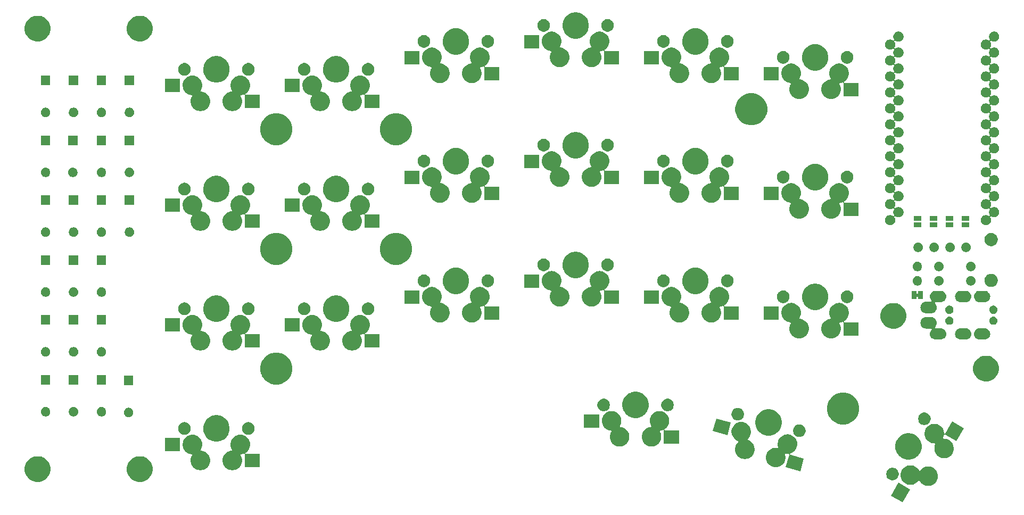
<source format=gts>
G04 #@! TF.GenerationSoftware,KiCad,Pcbnew,(5.1.0)-1*
G04 #@! TF.CreationDate,2019-04-27T14:25:24+02:00*
G04 #@! TF.ProjectId,prkbd,70726b62-642e-46b6-9963-61645f706362,1*
G04 #@! TF.SameCoordinates,Original*
G04 #@! TF.FileFunction,Soldermask,Top*
G04 #@! TF.FilePolarity,Negative*
%FSLAX46Y46*%
G04 Gerber Fmt 4.6, Leading zero omitted, Abs format (unit mm)*
G04 Created by KiCad (PCBNEW (5.1.0)-1) date 2019-04-27 14:25:24*
%MOMM*%
%LPD*%
G04 APERTURE LIST*
%ADD10C,0.100000*%
G04 APERTURE END LIST*
D10*
G36*
X183995039Y-141137581D02*
G01*
X182794039Y-143217775D01*
X180973653Y-142166775D01*
X182174653Y-140086581D01*
X183995039Y-141137581D01*
X183995039Y-141137581D01*
G37*
G36*
X184347290Y-137348359D02*
G01*
X184497115Y-137378161D01*
X184779379Y-137495078D01*
X185033410Y-137664816D01*
X185249446Y-137880852D01*
X185414973Y-138128581D01*
X185430515Y-138147518D01*
X185449456Y-138163063D01*
X185471067Y-138174614D01*
X185494516Y-138181727D01*
X185518902Y-138184129D01*
X185543288Y-138181727D01*
X185566737Y-138174614D01*
X185588348Y-138163063D01*
X185607290Y-138147517D01*
X185622826Y-138128586D01*
X185674668Y-138051000D01*
X185890704Y-137834964D01*
X186144735Y-137665226D01*
X186426999Y-137548309D01*
X186600970Y-137513704D01*
X186726648Y-137488705D01*
X187032170Y-137488705D01*
X187157848Y-137513704D01*
X187331819Y-137548309D01*
X187614083Y-137665226D01*
X187868114Y-137834964D01*
X188084150Y-138051000D01*
X188253888Y-138305031D01*
X188370805Y-138587295D01*
X188400607Y-138737120D01*
X188430409Y-138886944D01*
X188430409Y-139192466D01*
X188401558Y-139337508D01*
X188370805Y-139492115D01*
X188253888Y-139774379D01*
X188084150Y-140028410D01*
X187868114Y-140244446D01*
X187614083Y-140414184D01*
X187331819Y-140531101D01*
X187181994Y-140560903D01*
X187032170Y-140590705D01*
X186726648Y-140590705D01*
X186576824Y-140560903D01*
X186426999Y-140531101D01*
X186144735Y-140414184D01*
X185890704Y-140244446D01*
X185674668Y-140028410D01*
X185509141Y-139780681D01*
X185493599Y-139761744D01*
X185474658Y-139746199D01*
X185453047Y-139734648D01*
X185429598Y-139727535D01*
X185405212Y-139725133D01*
X185380826Y-139727535D01*
X185357377Y-139734648D01*
X185335766Y-139746199D01*
X185316824Y-139761745D01*
X185301288Y-139780676D01*
X185249446Y-139858262D01*
X185033410Y-140074298D01*
X184779379Y-140244036D01*
X184497115Y-140360953D01*
X184347290Y-140390755D01*
X184197466Y-140420557D01*
X183891944Y-140420557D01*
X183742120Y-140390755D01*
X183592295Y-140360953D01*
X183310031Y-140244036D01*
X183056000Y-140074298D01*
X182839964Y-139858262D01*
X182670226Y-139604231D01*
X182553309Y-139321967D01*
X182493705Y-139022317D01*
X182493705Y-138716797D01*
X182519465Y-138587295D01*
X182553309Y-138417148D01*
X182553309Y-138417147D01*
X182670226Y-138134883D01*
X182839964Y-137880852D01*
X183056000Y-137664816D01*
X183310031Y-137495078D01*
X183592295Y-137378161D01*
X183742120Y-137348359D01*
X183891944Y-137318557D01*
X184197466Y-137318557D01*
X184347290Y-137348359D01*
X184347290Y-137348359D01*
G37*
G36*
X62066254Y-135949818D02*
G01*
X62362654Y-136072591D01*
X62439513Y-136104427D01*
X62569520Y-136191295D01*
X62775436Y-136328884D01*
X63061116Y-136614564D01*
X63285574Y-136950489D01*
X63440182Y-137323746D01*
X63519000Y-137719993D01*
X63519000Y-138124007D01*
X63440182Y-138520254D01*
X63358771Y-138716797D01*
X63285573Y-138893513D01*
X63061116Y-139229436D01*
X62775436Y-139515116D01*
X62439513Y-139739573D01*
X62439512Y-139739574D01*
X62439511Y-139739574D01*
X62066254Y-139894182D01*
X61670007Y-139973000D01*
X61265993Y-139973000D01*
X60869746Y-139894182D01*
X60496489Y-139739574D01*
X60496488Y-139739574D01*
X60496487Y-139739573D01*
X60160564Y-139515116D01*
X59874884Y-139229436D01*
X59650427Y-138893513D01*
X59577229Y-138716797D01*
X59495818Y-138520254D01*
X59417000Y-138124007D01*
X59417000Y-137719993D01*
X59495818Y-137323746D01*
X59650426Y-136950489D01*
X59874884Y-136614564D01*
X60160564Y-136328884D01*
X60366480Y-136191295D01*
X60496487Y-136104427D01*
X60573346Y-136072591D01*
X60869746Y-135949818D01*
X61265993Y-135871000D01*
X61670007Y-135871000D01*
X62066254Y-135949818D01*
X62066254Y-135949818D01*
G37*
G36*
X45810254Y-135949818D02*
G01*
X46106654Y-136072591D01*
X46183513Y-136104427D01*
X46313520Y-136191295D01*
X46519436Y-136328884D01*
X46805116Y-136614564D01*
X47029574Y-136950489D01*
X47184182Y-137323746D01*
X47263000Y-137719993D01*
X47263000Y-138124007D01*
X47184182Y-138520254D01*
X47102771Y-138716797D01*
X47029573Y-138893513D01*
X46805116Y-139229436D01*
X46519436Y-139515116D01*
X46183513Y-139739573D01*
X46183512Y-139739574D01*
X46183511Y-139739574D01*
X45810254Y-139894182D01*
X45414007Y-139973000D01*
X45009993Y-139973000D01*
X44613746Y-139894182D01*
X44240489Y-139739574D01*
X44240488Y-139739574D01*
X44240487Y-139739573D01*
X43904564Y-139515116D01*
X43618884Y-139229436D01*
X43394427Y-138893513D01*
X43321229Y-138716797D01*
X43239818Y-138520254D01*
X43161000Y-138124007D01*
X43161000Y-137719993D01*
X43239818Y-137323746D01*
X43394426Y-136950489D01*
X43618884Y-136614564D01*
X43904564Y-136328884D01*
X44110480Y-136191295D01*
X44240487Y-136104427D01*
X44317346Y-136072591D01*
X44613746Y-135949818D01*
X45009993Y-135871000D01*
X45414007Y-135871000D01*
X45810254Y-135949818D01*
X45810254Y-135949818D01*
G37*
G36*
X181405285Y-137717643D02*
G01*
X181501981Y-137736877D01*
X181684151Y-137812335D01*
X181848100Y-137921882D01*
X181987527Y-138061309D01*
X182097074Y-138225258D01*
X182172532Y-138407428D01*
X182211000Y-138600819D01*
X182211000Y-138797999D01*
X182172532Y-138991390D01*
X182097074Y-139173560D01*
X181987527Y-139337509D01*
X181848100Y-139476936D01*
X181684151Y-139586483D01*
X181501981Y-139661941D01*
X181308591Y-139700409D01*
X181111409Y-139700409D01*
X180918019Y-139661941D01*
X180735849Y-139586483D01*
X180571900Y-139476936D01*
X180432473Y-139337509D01*
X180322926Y-139173560D01*
X180247468Y-138991390D01*
X180209000Y-138797999D01*
X180209000Y-138600819D01*
X180247468Y-138407428D01*
X180322926Y-138225258D01*
X180432473Y-138061309D01*
X180571900Y-137921882D01*
X180735849Y-137812335D01*
X180918019Y-137736877D01*
X181014715Y-137717643D01*
X181111409Y-137698409D01*
X181308591Y-137698409D01*
X181405285Y-137717643D01*
X181405285Y-137717643D01*
G37*
G36*
X164760956Y-132407532D02*
G01*
X164965187Y-132448156D01*
X165247451Y-132565073D01*
X165501482Y-132734811D01*
X165717518Y-132950847D01*
X165887256Y-133204878D01*
X166004173Y-133487142D01*
X166028005Y-133606955D01*
X166063777Y-133786791D01*
X166063777Y-134092313D01*
X166051411Y-134154479D01*
X166004173Y-134391962D01*
X165887256Y-134674226D01*
X165717518Y-134928257D01*
X165501482Y-135144293D01*
X165247451Y-135314031D01*
X164993491Y-135419224D01*
X164971884Y-135430773D01*
X164952942Y-135446318D01*
X164937397Y-135465260D01*
X164925846Y-135486871D01*
X164918733Y-135510320D01*
X164916331Y-135534706D01*
X164918733Y-135559092D01*
X164925846Y-135582541D01*
X164937397Y-135604152D01*
X164952942Y-135623094D01*
X164971884Y-135638639D01*
X164993495Y-135650190D01*
X165008978Y-135655446D01*
X167102720Y-136216463D01*
X166558682Y-138246839D01*
X164238528Y-137625155D01*
X164768331Y-135647903D01*
X164772322Y-135623726D01*
X164771521Y-135599235D01*
X164765956Y-135575371D01*
X164755843Y-135553051D01*
X164741570Y-135533133D01*
X164723686Y-135516383D01*
X164702877Y-135503443D01*
X164679943Y-135494811D01*
X164647591Y-135490552D01*
X164360016Y-135490552D01*
X164288850Y-135476396D01*
X164268508Y-135472350D01*
X164244124Y-135469948D01*
X164219738Y-135472350D01*
X164196289Y-135479463D01*
X164174679Y-135491014D01*
X164155737Y-135506559D01*
X164140191Y-135525501D01*
X164128640Y-135547112D01*
X164121527Y-135570561D01*
X164119125Y-135594947D01*
X164121527Y-135619333D01*
X164179651Y-135911543D01*
X164179651Y-136217064D01*
X164120047Y-136516714D01*
X164003130Y-136798978D01*
X163833392Y-137053009D01*
X163617356Y-137269045D01*
X163363325Y-137438783D01*
X163081061Y-137555700D01*
X162931236Y-137585502D01*
X162781412Y-137615304D01*
X162475890Y-137615304D01*
X162326066Y-137585502D01*
X162176241Y-137555700D01*
X161893977Y-137438783D01*
X161639946Y-137269045D01*
X161423910Y-137053009D01*
X161254172Y-136798978D01*
X161137255Y-136516714D01*
X161077651Y-136217064D01*
X161077651Y-135911544D01*
X161137255Y-135611894D01*
X161254172Y-135329630D01*
X161423910Y-135075599D01*
X161639946Y-134859563D01*
X161893977Y-134689825D01*
X162176241Y-134572908D01*
X162326066Y-134543106D01*
X162475890Y-134513304D01*
X162781412Y-134513304D01*
X162833024Y-134523570D01*
X162872920Y-134531506D01*
X162897304Y-134533908D01*
X162921690Y-134531506D01*
X162945139Y-134524393D01*
X162966749Y-134512842D01*
X162985691Y-134497297D01*
X163001237Y-134478355D01*
X163012788Y-134456744D01*
X163019901Y-134433295D01*
X163022303Y-134408909D01*
X163019901Y-134384523D01*
X162961777Y-134092313D01*
X162961777Y-133786791D01*
X162997549Y-133606955D01*
X163021381Y-133487142D01*
X163138298Y-133204878D01*
X163308036Y-132950847D01*
X163524072Y-132734811D01*
X163778103Y-132565073D01*
X164060367Y-132448156D01*
X164264598Y-132407532D01*
X164360016Y-132388552D01*
X164665538Y-132388552D01*
X164760956Y-132407532D01*
X164760956Y-132407532D01*
G37*
G36*
X77768503Y-132462990D02*
G01*
X77922410Y-132493604D01*
X78204674Y-132610521D01*
X78458705Y-132780259D01*
X78674741Y-132996295D01*
X78844479Y-133250326D01*
X78961396Y-133532590D01*
X78985067Y-133651591D01*
X79021000Y-133832239D01*
X79021000Y-134137761D01*
X79011030Y-134187885D01*
X78961396Y-134437410D01*
X78844479Y-134719674D01*
X78674741Y-134973705D01*
X78458705Y-135189741D01*
X78316027Y-135285075D01*
X78297094Y-135300613D01*
X78281549Y-135319555D01*
X78269998Y-135341166D01*
X78262885Y-135364615D01*
X78260483Y-135389001D01*
X78262885Y-135413387D01*
X78269998Y-135436836D01*
X78281549Y-135458447D01*
X78297094Y-135477389D01*
X78316036Y-135492934D01*
X78337647Y-135504485D01*
X78361096Y-135511598D01*
X78385482Y-135514000D01*
X80561000Y-135514000D01*
X80561000Y-137616000D01*
X78159000Y-137616000D01*
X78159000Y-135565471D01*
X78156598Y-135541085D01*
X78149485Y-135517636D01*
X78137934Y-135496025D01*
X78122389Y-135477083D01*
X78103447Y-135461538D01*
X78081836Y-135449987D01*
X78058387Y-135442874D01*
X78034001Y-135440472D01*
X78009615Y-135442874D01*
X77986171Y-135449986D01*
X77922410Y-135476396D01*
X77851243Y-135490552D01*
X77613623Y-135537818D01*
X77590174Y-135544931D01*
X77568563Y-135556482D01*
X77549621Y-135572028D01*
X77534076Y-135590969D01*
X77522525Y-135612580D01*
X77515412Y-135636029D01*
X77513010Y-135660415D01*
X77515412Y-135684801D01*
X77522525Y-135708250D01*
X77534070Y-135729849D01*
X77574479Y-135790326D01*
X77691396Y-136072590D01*
X77751000Y-136372240D01*
X77751000Y-136677760D01*
X77691396Y-136977410D01*
X77574479Y-137259674D01*
X77404741Y-137513705D01*
X77188705Y-137729741D01*
X76934674Y-137899479D01*
X76652410Y-138016396D01*
X76502585Y-138046198D01*
X76352761Y-138076000D01*
X76047239Y-138076000D01*
X75897415Y-138046198D01*
X75747590Y-138016396D01*
X75465326Y-137899479D01*
X75211295Y-137729741D01*
X74995259Y-137513705D01*
X74825521Y-137259674D01*
X74708604Y-136977410D01*
X74649000Y-136677760D01*
X74649000Y-136372240D01*
X74708604Y-136072590D01*
X74825521Y-135790326D01*
X74995259Y-135536295D01*
X75211295Y-135320259D01*
X75465326Y-135150521D01*
X75747590Y-135033604D01*
X75830662Y-135017080D01*
X76056377Y-134972182D01*
X76079826Y-134965069D01*
X76101437Y-134953518D01*
X76120379Y-134937972D01*
X76135924Y-134919031D01*
X76147475Y-134897420D01*
X76154588Y-134873971D01*
X76156990Y-134849585D01*
X76154588Y-134825199D01*
X76147475Y-134801750D01*
X76135930Y-134780151D01*
X76095521Y-134719674D01*
X75978604Y-134437410D01*
X75928970Y-134187885D01*
X75919000Y-134137761D01*
X75919000Y-133832239D01*
X75954933Y-133651591D01*
X75978604Y-133532590D01*
X76095521Y-133250326D01*
X76265259Y-132996295D01*
X76481295Y-132780259D01*
X76735326Y-132610521D01*
X77017590Y-132493604D01*
X77171497Y-132462990D01*
X77317239Y-132434000D01*
X77622761Y-132434000D01*
X77768503Y-132462990D01*
X77768503Y-132462990D01*
G37*
G36*
X70097772Y-132452900D02*
G01*
X70302410Y-132493605D01*
X70584674Y-132610522D01*
X70838705Y-132780260D01*
X71054741Y-132996296D01*
X71224479Y-133250327D01*
X71341396Y-133532591D01*
X71371198Y-133682416D01*
X71391960Y-133786791D01*
X71401000Y-133832241D01*
X71401000Y-134137761D01*
X71341396Y-134437411D01*
X71224479Y-134719675D01*
X71224478Y-134719676D01*
X71184077Y-134780141D01*
X71172526Y-134801752D01*
X71165413Y-134825201D01*
X71163011Y-134849587D01*
X71165413Y-134873973D01*
X71172526Y-134897422D01*
X71184078Y-134919032D01*
X71199623Y-134937974D01*
X71218565Y-134953519D01*
X71240176Y-134965070D01*
X71263624Y-134972183D01*
X71272759Y-134974000D01*
X71272760Y-134974000D01*
X71572410Y-135033604D01*
X71854674Y-135150521D01*
X72108705Y-135320259D01*
X72324741Y-135536295D01*
X72494479Y-135790326D01*
X72611396Y-136072590D01*
X72671000Y-136372240D01*
X72671000Y-136677760D01*
X72611396Y-136977410D01*
X72494479Y-137259674D01*
X72324741Y-137513705D01*
X72108705Y-137729741D01*
X71854674Y-137899479D01*
X71572410Y-138016396D01*
X71422585Y-138046198D01*
X71272761Y-138076000D01*
X70967239Y-138076000D01*
X70817415Y-138046198D01*
X70667590Y-138016396D01*
X70385326Y-137899479D01*
X70131295Y-137729741D01*
X69915259Y-137513705D01*
X69745521Y-137259674D01*
X69628604Y-136977410D01*
X69569000Y-136677760D01*
X69569000Y-136372240D01*
X69628604Y-136072590D01*
X69745521Y-135790326D01*
X69785923Y-135729860D01*
X69797474Y-135708249D01*
X69804587Y-135684800D01*
X69806989Y-135660414D01*
X69804587Y-135636028D01*
X69797474Y-135612579D01*
X69785922Y-135590969D01*
X69770377Y-135572027D01*
X69751435Y-135556482D01*
X69729824Y-135544931D01*
X69706376Y-135537818D01*
X69697241Y-135536001D01*
X69697240Y-135536001D01*
X69397590Y-135476397D01*
X69115326Y-135359480D01*
X68861295Y-135189742D01*
X68645259Y-134973706D01*
X68475521Y-134719675D01*
X68358604Y-134437411D01*
X68299000Y-134137761D01*
X68299000Y-133832241D01*
X68308041Y-133786791D01*
X68328802Y-133682416D01*
X68358604Y-133532591D01*
X68475521Y-133250327D01*
X68645259Y-132996296D01*
X68861295Y-132780260D01*
X69115326Y-132610522D01*
X69397590Y-132493605D01*
X69602228Y-132452900D01*
X69697239Y-132434001D01*
X70002761Y-132434001D01*
X70097772Y-132452900D01*
X70097772Y-132452900D01*
G37*
G36*
X184153138Y-132238028D02*
G01*
X184362839Y-132279740D01*
X184625534Y-132388552D01*
X184735256Y-132434000D01*
X184745197Y-132438118D01*
X184828239Y-132493605D01*
X185089309Y-132668046D01*
X185381954Y-132960691D01*
X185466279Y-133086893D01*
X185611882Y-133304803D01*
X185744884Y-133625897D01*
X185770260Y-133687162D01*
X185851000Y-134093068D01*
X185851000Y-134506932D01*
X185833135Y-134596743D01*
X185770260Y-134912839D01*
X185611882Y-135295197D01*
X185588873Y-135329632D01*
X185381954Y-135639309D01*
X185089309Y-135931954D01*
X184965360Y-136014774D01*
X184745197Y-136161882D01*
X184362839Y-136320260D01*
X184227536Y-136347173D01*
X183956932Y-136401000D01*
X183543068Y-136401000D01*
X183272464Y-136347173D01*
X183137161Y-136320260D01*
X182754803Y-136161882D01*
X182534640Y-136014774D01*
X182410691Y-135931954D01*
X182118046Y-135639309D01*
X181911127Y-135329632D01*
X181888118Y-135295197D01*
X181729740Y-134912839D01*
X181666865Y-134596743D01*
X181649000Y-134506932D01*
X181649000Y-134093068D01*
X181729740Y-133687162D01*
X181755117Y-133625897D01*
X181888118Y-133304803D01*
X182033721Y-133086893D01*
X182118046Y-132960691D01*
X182410691Y-132668046D01*
X182671761Y-132493605D01*
X182754803Y-132438118D01*
X182764745Y-132434000D01*
X182874466Y-132388552D01*
X183137161Y-132279740D01*
X183346862Y-132238028D01*
X183543068Y-132199000D01*
X183956932Y-132199000D01*
X184153138Y-132238028D01*
X184153138Y-132238028D01*
G37*
G36*
X157444178Y-130444000D02*
G01*
X157604832Y-130475956D01*
X157887096Y-130592873D01*
X158141127Y-130762611D01*
X158357163Y-130978647D01*
X158526901Y-131232678D01*
X158643818Y-131514942D01*
X158651908Y-131555613D01*
X158703422Y-131814591D01*
X158703422Y-132120113D01*
X158683050Y-132222527D01*
X158643818Y-132419762D01*
X158526901Y-132702026D01*
X158357163Y-132956057D01*
X158222251Y-133090969D01*
X158206715Y-133109900D01*
X158195164Y-133131511D01*
X158188051Y-133154960D01*
X158185649Y-133179346D01*
X158188051Y-133203732D01*
X158195164Y-133227181D01*
X158206715Y-133248792D01*
X158222260Y-133267734D01*
X158241202Y-133283279D01*
X158262804Y-133294825D01*
X158456422Y-133375024D01*
X158710453Y-133544762D01*
X158926489Y-133760798D01*
X159096227Y-134014829D01*
X159213144Y-134297093D01*
X159230535Y-134384523D01*
X159272748Y-134596742D01*
X159272748Y-134902264D01*
X159265645Y-134937972D01*
X159213144Y-135201913D01*
X159096227Y-135484177D01*
X158926489Y-135738208D01*
X158710453Y-135954244D01*
X158456422Y-136123982D01*
X158174158Y-136240899D01*
X158024333Y-136270701D01*
X157874509Y-136300503D01*
X157568987Y-136300503D01*
X157419163Y-136270701D01*
X157269338Y-136240899D01*
X156987074Y-136123982D01*
X156733043Y-135954244D01*
X156517007Y-135738208D01*
X156347269Y-135484177D01*
X156230352Y-135201913D01*
X156177851Y-134937972D01*
X156170748Y-134902264D01*
X156170748Y-134596742D01*
X156212961Y-134384523D01*
X156230352Y-134297093D01*
X156347269Y-134014829D01*
X156517007Y-133760798D01*
X156651919Y-133625886D01*
X156667455Y-133606955D01*
X156679006Y-133585344D01*
X156686119Y-133561895D01*
X156688521Y-133537509D01*
X156686119Y-133513123D01*
X156679006Y-133489674D01*
X156667455Y-133468063D01*
X156651910Y-133449121D01*
X156632968Y-133433576D01*
X156611366Y-133422030D01*
X156417748Y-133341831D01*
X156163717Y-133172093D01*
X155947681Y-132956057D01*
X155777943Y-132702026D01*
X155661026Y-132419762D01*
X155621794Y-132222527D01*
X155601422Y-132120113D01*
X155601422Y-131814591D01*
X155652936Y-131555613D01*
X155661026Y-131514942D01*
X155777943Y-131232678D01*
X155947681Y-130978647D01*
X156163717Y-130762611D01*
X156417748Y-130592873D01*
X156700012Y-130475956D01*
X156860666Y-130444000D01*
X156999661Y-130416352D01*
X157305183Y-130416352D01*
X157444178Y-130444000D01*
X157444178Y-130444000D01*
G37*
G36*
X192544743Y-131409058D02*
G01*
X191343743Y-133489252D01*
X189566203Y-132462989D01*
X189543886Y-132452877D01*
X189520022Y-132447312D01*
X189495531Y-132446511D01*
X189471354Y-132450502D01*
X189448420Y-132459134D01*
X189427611Y-132472074D01*
X189409727Y-132488824D01*
X189395454Y-132508743D01*
X189385341Y-132531062D01*
X189381109Y-132546856D01*
X189346101Y-132722853D01*
X189265906Y-132916461D01*
X189258793Y-132939910D01*
X189256391Y-132964296D01*
X189258793Y-132988682D01*
X189265906Y-133012131D01*
X189277457Y-133033742D01*
X189293002Y-133052684D01*
X189311944Y-133068229D01*
X189333555Y-133079780D01*
X189357004Y-133086893D01*
X189381390Y-133089295D01*
X189572170Y-133089295D01*
X189721994Y-133119097D01*
X189871819Y-133148899D01*
X190154083Y-133265816D01*
X190408114Y-133435554D01*
X190624150Y-133651590D01*
X190793888Y-133905621D01*
X190910805Y-134187885D01*
X190910805Y-134187886D01*
X190970409Y-134487534D01*
X190970409Y-134793056D01*
X190949650Y-134897420D01*
X190910805Y-135092705D01*
X190793888Y-135374969D01*
X190624150Y-135629000D01*
X190408114Y-135845036D01*
X190154083Y-136014774D01*
X189871819Y-136131691D01*
X189721994Y-136161493D01*
X189572170Y-136191295D01*
X189266648Y-136191295D01*
X189116824Y-136161493D01*
X188966999Y-136131691D01*
X188684735Y-136014774D01*
X188430704Y-135845036D01*
X188214668Y-135629000D01*
X188044930Y-135374969D01*
X187928013Y-135092705D01*
X187889168Y-134897420D01*
X187868409Y-134793056D01*
X187868409Y-134487534D01*
X187928013Y-134187886D01*
X187941851Y-134154479D01*
X188008209Y-133994274D01*
X188015321Y-133970828D01*
X188017723Y-133946442D01*
X188015321Y-133922056D01*
X188008208Y-133898607D01*
X187996657Y-133876996D01*
X187981112Y-133858054D01*
X187962170Y-133842509D01*
X187940559Y-133830958D01*
X187917110Y-133823845D01*
X187892724Y-133821443D01*
X187701944Y-133821443D01*
X187552120Y-133791641D01*
X187402295Y-133761839D01*
X187120031Y-133644922D01*
X186866000Y-133475184D01*
X186649964Y-133259148D01*
X186480226Y-133005117D01*
X186363309Y-132722853D01*
X186309612Y-132452900D01*
X186303705Y-132423204D01*
X186303705Y-132117682D01*
X186348789Y-131891029D01*
X186363309Y-131818033D01*
X186480226Y-131535769D01*
X186649964Y-131281738D01*
X186866000Y-131065702D01*
X187120031Y-130895964D01*
X187402295Y-130779047D01*
X187552120Y-130749245D01*
X187701944Y-130719443D01*
X188007466Y-130719443D01*
X188157290Y-130749245D01*
X188307115Y-130779047D01*
X188589379Y-130895964D01*
X188843410Y-131065702D01*
X189059446Y-131281738D01*
X189229184Y-131535769D01*
X189346101Y-131818033D01*
X189360621Y-131891029D01*
X189405705Y-132117682D01*
X189405705Y-132175528D01*
X189408107Y-132199914D01*
X189415220Y-132223363D01*
X189426771Y-132244974D01*
X189442316Y-132263916D01*
X189461258Y-132279461D01*
X189482869Y-132291012D01*
X189506318Y-132298125D01*
X189530704Y-132300527D01*
X189555090Y-132298125D01*
X189578539Y-132291012D01*
X189600150Y-132279461D01*
X189619092Y-132263916D01*
X189638956Y-132238028D01*
X190724357Y-130358058D01*
X192544743Y-131409058D01*
X192544743Y-131409058D01*
G37*
G36*
X67861000Y-135076000D02*
G01*
X65459000Y-135076000D01*
X65459000Y-132974000D01*
X67861000Y-132974000D01*
X67861000Y-135076000D01*
X67861000Y-135076000D01*
G37*
G36*
X136788598Y-128711048D02*
G01*
X136977410Y-128748605D01*
X137259674Y-128865522D01*
X137513705Y-129035260D01*
X137729741Y-129251296D01*
X137899479Y-129505327D01*
X138016396Y-129787591D01*
X138023499Y-129823299D01*
X138076000Y-130087240D01*
X138076000Y-130392762D01*
X138065808Y-130444000D01*
X138016396Y-130692411D01*
X137899479Y-130974675D01*
X137899478Y-130974676D01*
X137859077Y-131035141D01*
X137847526Y-131056752D01*
X137840413Y-131080201D01*
X137838011Y-131104587D01*
X137840413Y-131128973D01*
X137847526Y-131152422D01*
X137859078Y-131174032D01*
X137874623Y-131192974D01*
X137893565Y-131208519D01*
X137915176Y-131220070D01*
X137938624Y-131227183D01*
X137947759Y-131229000D01*
X137947760Y-131229000D01*
X138247410Y-131288604D01*
X138529674Y-131405521D01*
X138783705Y-131575259D01*
X138999741Y-131791295D01*
X139169479Y-132045326D01*
X139271245Y-132291012D01*
X139286396Y-132327591D01*
X139346000Y-132627239D01*
X139346000Y-132932761D01*
X139322146Y-133052684D01*
X139286396Y-133232410D01*
X139169479Y-133514674D01*
X138999741Y-133768705D01*
X138783705Y-133984741D01*
X138529674Y-134154479D01*
X138247410Y-134271396D01*
X138118222Y-134297093D01*
X137947761Y-134331000D01*
X137642239Y-134331000D01*
X137471778Y-134297093D01*
X137342590Y-134271396D01*
X137060326Y-134154479D01*
X136806295Y-133984741D01*
X136590259Y-133768705D01*
X136420521Y-133514674D01*
X136303604Y-133232410D01*
X136267854Y-133052684D01*
X136244000Y-132932761D01*
X136244000Y-132627239D01*
X136303604Y-132327591D01*
X136318755Y-132291012D01*
X136420521Y-132045326D01*
X136460923Y-131984860D01*
X136472474Y-131963249D01*
X136479587Y-131939800D01*
X136481989Y-131915414D01*
X136479587Y-131891028D01*
X136472474Y-131867579D01*
X136460922Y-131845969D01*
X136445377Y-131827027D01*
X136426435Y-131811482D01*
X136404824Y-131799931D01*
X136381376Y-131792818D01*
X136372241Y-131791001D01*
X136372240Y-131791001D01*
X136072590Y-131731397D01*
X135790326Y-131614480D01*
X135536295Y-131444742D01*
X135320259Y-131228706D01*
X135150521Y-130974675D01*
X135033604Y-130692411D01*
X134984192Y-130444000D01*
X134974000Y-130392762D01*
X134974000Y-130087240D01*
X135026501Y-129823299D01*
X135033604Y-129787591D01*
X135150521Y-129505327D01*
X135320259Y-129251296D01*
X135536295Y-129035260D01*
X135790326Y-128865522D01*
X136072590Y-128748605D01*
X136261402Y-128711048D01*
X136372239Y-128689001D01*
X136677761Y-128689001D01*
X136788598Y-128711048D01*
X136788598Y-128711048D01*
G37*
G36*
X144408603Y-128711048D02*
G01*
X144597410Y-128748604D01*
X144879674Y-128865521D01*
X145133705Y-129035259D01*
X145349741Y-129251295D01*
X145519479Y-129505326D01*
X145636396Y-129787590D01*
X145641460Y-129813047D01*
X145696000Y-130087239D01*
X145696000Y-130392761D01*
X145684653Y-130449805D01*
X145636396Y-130692410D01*
X145519479Y-130974674D01*
X145349741Y-131228705D01*
X145133705Y-131444741D01*
X144991027Y-131540075D01*
X144972094Y-131555613D01*
X144956549Y-131574555D01*
X144944998Y-131596166D01*
X144937885Y-131619615D01*
X144935483Y-131644001D01*
X144937885Y-131668387D01*
X144944998Y-131691836D01*
X144956549Y-131713447D01*
X144972094Y-131732389D01*
X144991036Y-131747934D01*
X145012647Y-131759485D01*
X145036096Y-131766598D01*
X145060482Y-131769000D01*
X147236000Y-131769000D01*
X147236000Y-133871000D01*
X144834000Y-133871000D01*
X144834000Y-131820471D01*
X144831598Y-131796085D01*
X144824485Y-131772636D01*
X144812934Y-131751025D01*
X144797389Y-131732083D01*
X144778447Y-131716538D01*
X144756836Y-131704987D01*
X144733387Y-131697874D01*
X144709001Y-131695472D01*
X144684615Y-131697874D01*
X144661171Y-131704986D01*
X144597410Y-131731396D01*
X144569337Y-131736980D01*
X144288623Y-131792818D01*
X144265174Y-131799931D01*
X144243563Y-131811482D01*
X144224621Y-131827028D01*
X144209076Y-131845969D01*
X144197525Y-131867580D01*
X144190412Y-131891029D01*
X144188010Y-131915415D01*
X144190412Y-131939801D01*
X144197525Y-131963250D01*
X144209070Y-131984849D01*
X144249479Y-132045326D01*
X144351245Y-132291012D01*
X144366396Y-132327591D01*
X144426000Y-132627239D01*
X144426000Y-132932761D01*
X144402146Y-133052684D01*
X144366396Y-133232410D01*
X144249479Y-133514674D01*
X144079741Y-133768705D01*
X143863705Y-133984741D01*
X143609674Y-134154479D01*
X143327410Y-134271396D01*
X143198222Y-134297093D01*
X143027761Y-134331000D01*
X142722239Y-134331000D01*
X142551778Y-134297093D01*
X142422590Y-134271396D01*
X142140326Y-134154479D01*
X141886295Y-133984741D01*
X141670259Y-133768705D01*
X141500521Y-133514674D01*
X141383604Y-133232410D01*
X141347854Y-133052684D01*
X141324000Y-132932761D01*
X141324000Y-132627239D01*
X141383604Y-132327591D01*
X141398755Y-132291012D01*
X141500521Y-132045326D01*
X141670259Y-131791295D01*
X141886295Y-131575259D01*
X142140326Y-131405521D01*
X142422590Y-131288604D01*
X142505662Y-131272080D01*
X142731377Y-131227182D01*
X142754826Y-131220069D01*
X142776437Y-131208518D01*
X142795379Y-131192972D01*
X142810924Y-131174031D01*
X142822475Y-131152420D01*
X142829588Y-131128971D01*
X142831990Y-131104585D01*
X142829588Y-131080199D01*
X142822475Y-131056750D01*
X142810930Y-131035151D01*
X142770521Y-130974674D01*
X142653604Y-130692410D01*
X142605347Y-130449805D01*
X142594000Y-130392761D01*
X142594000Y-130087239D01*
X142648540Y-129813047D01*
X142653604Y-129787590D01*
X142770521Y-129505326D01*
X142940259Y-129251295D01*
X143156295Y-129035259D01*
X143410326Y-128865521D01*
X143692590Y-128748604D01*
X143881397Y-128711048D01*
X143992239Y-128689000D01*
X144297761Y-128689000D01*
X144408603Y-128711048D01*
X144408603Y-128711048D01*
G37*
G36*
X74137536Y-129397827D02*
G01*
X74272839Y-129424740D01*
X74467393Y-129505327D01*
X74624805Y-129570529D01*
X74655197Y-129583118D01*
X74769283Y-129659348D01*
X74999309Y-129813046D01*
X75291954Y-130105691D01*
X75350005Y-130192571D01*
X75521882Y-130449803D01*
X75669797Y-130806900D01*
X75680260Y-130832162D01*
X75761000Y-131238068D01*
X75761000Y-131651932D01*
X75718105Y-131867579D01*
X75680260Y-132057839D01*
X75580730Y-132298125D01*
X75524449Y-132434001D01*
X75521882Y-132440197D01*
X75420231Y-132592328D01*
X75291954Y-132784309D01*
X74999309Y-133076954D01*
X74856923Y-133172093D01*
X74655197Y-133306882D01*
X74272839Y-133465260D01*
X74150101Y-133489674D01*
X73866932Y-133546000D01*
X73453068Y-133546000D01*
X73169899Y-133489674D01*
X73047161Y-133465260D01*
X72664803Y-133306882D01*
X72463077Y-133172093D01*
X72320691Y-133076954D01*
X72028046Y-132784309D01*
X71899769Y-132592328D01*
X71798118Y-132440197D01*
X71795552Y-132434001D01*
X71739270Y-132298125D01*
X71639740Y-132057839D01*
X71601895Y-131867579D01*
X71559000Y-131651932D01*
X71559000Y-131238068D01*
X71639740Y-130832162D01*
X71650204Y-130806900D01*
X71798118Y-130449803D01*
X71969995Y-130192571D01*
X72028046Y-130105691D01*
X72320691Y-129813046D01*
X72550717Y-129659348D01*
X72664803Y-129583118D01*
X72695196Y-129570529D01*
X72852607Y-129505327D01*
X73047161Y-129424740D01*
X73182464Y-129397827D01*
X73453068Y-129344000D01*
X73866932Y-129344000D01*
X74137536Y-129397827D01*
X74137536Y-129397827D01*
G37*
G36*
X166531685Y-130821000D02*
G01*
X166688884Y-130852269D01*
X166871054Y-130927727D01*
X167035003Y-131037274D01*
X167174430Y-131176701D01*
X167215435Y-131238070D01*
X167283978Y-131340652D01*
X167286363Y-131346410D01*
X167359435Y-131522820D01*
X167365958Y-131555613D01*
X167397903Y-131716210D01*
X167397903Y-131913392D01*
X167396758Y-131919149D01*
X167359435Y-132106782D01*
X167283977Y-132288952D01*
X167174430Y-132452901D01*
X167035003Y-132592328D01*
X166871054Y-132701875D01*
X166871053Y-132701876D01*
X166871052Y-132701876D01*
X166820412Y-132722852D01*
X166688884Y-132777333D01*
X166653813Y-132784309D01*
X166495494Y-132815801D01*
X166298312Y-132815801D01*
X166139993Y-132784309D01*
X166104922Y-132777333D01*
X165973394Y-132722852D01*
X165922754Y-132701876D01*
X165922753Y-132701876D01*
X165922752Y-132701875D01*
X165758803Y-132592328D01*
X165619376Y-132452901D01*
X165509829Y-132288952D01*
X165434371Y-132106782D01*
X165397048Y-131919149D01*
X165395903Y-131913392D01*
X165395903Y-131716210D01*
X165427848Y-131555613D01*
X165434371Y-131522820D01*
X165507443Y-131346410D01*
X165509828Y-131340652D01*
X165578371Y-131238070D01*
X165619376Y-131176701D01*
X165758803Y-131037274D01*
X165922752Y-130927727D01*
X166104922Y-130852269D01*
X166262121Y-130821000D01*
X166298312Y-130813801D01*
X166495494Y-130813801D01*
X166531685Y-130821000D01*
X166531685Y-130821000D01*
G37*
G36*
X161967536Y-128452827D02*
G01*
X162102839Y-128479740D01*
X162485197Y-128638118D01*
X162583844Y-128704032D01*
X162825532Y-128865522D01*
X162829310Y-128868047D01*
X163121953Y-129160690D01*
X163340882Y-129488340D01*
X163351883Y-129504805D01*
X163352100Y-129505329D01*
X163510260Y-129887161D01*
X163525291Y-129962726D01*
X163591000Y-130293068D01*
X163591000Y-130706932D01*
X163553399Y-130895964D01*
X163510260Y-131112839D01*
X163351882Y-131495197D01*
X163252454Y-131644001D01*
X163121954Y-131839309D01*
X162829309Y-132131954D01*
X162692505Y-132223363D01*
X162485197Y-132361882D01*
X162102839Y-132520260D01*
X162048533Y-132531062D01*
X161696932Y-132601000D01*
X161283068Y-132601000D01*
X160931467Y-132531062D01*
X160877161Y-132520260D01*
X160494803Y-132361882D01*
X160287495Y-132223363D01*
X160150691Y-132131954D01*
X159858046Y-131839309D01*
X159727546Y-131644001D01*
X159628118Y-131495197D01*
X159469740Y-131112839D01*
X159426601Y-130895964D01*
X159389000Y-130706932D01*
X159389000Y-130293068D01*
X159454709Y-129962726D01*
X159469740Y-129887161D01*
X159627900Y-129505329D01*
X159628117Y-129504805D01*
X159639119Y-129488340D01*
X159858047Y-129160690D01*
X160150690Y-128868047D01*
X160154469Y-128865522D01*
X160396156Y-128704032D01*
X160494803Y-128638118D01*
X160877161Y-128479740D01*
X161012464Y-128452827D01*
X161283068Y-128399000D01*
X161696932Y-128399000D01*
X161967536Y-128452827D01*
X161967536Y-128452827D01*
G37*
G36*
X155492862Y-130476009D02*
G01*
X154948824Y-132506385D01*
X152628670Y-131884701D01*
X153172708Y-129854325D01*
X155492862Y-130476009D01*
X155492862Y-130476009D01*
G37*
G36*
X78867764Y-130449803D02*
G01*
X79031981Y-130482468D01*
X79214151Y-130557926D01*
X79378100Y-130667473D01*
X79517527Y-130806900D01*
X79627074Y-130970849D01*
X79627075Y-130970851D01*
X79649175Y-131024205D01*
X79702532Y-131153019D01*
X79713571Y-131208518D01*
X79741000Y-131346409D01*
X79741000Y-131543591D01*
X79730542Y-131596166D01*
X79702532Y-131736981D01*
X79657387Y-131845969D01*
X79629460Y-131913392D01*
X79627074Y-131919151D01*
X79517527Y-132083100D01*
X79378100Y-132222527D01*
X79214151Y-132332074D01*
X79031981Y-132407532D01*
X78953198Y-132423203D01*
X78838591Y-132446000D01*
X78641409Y-132446000D01*
X78526802Y-132423203D01*
X78448019Y-132407532D01*
X78265849Y-132332074D01*
X78101900Y-132222527D01*
X77962473Y-132083100D01*
X77852926Y-131919151D01*
X77850541Y-131913392D01*
X77822613Y-131845969D01*
X77777468Y-131736981D01*
X77749458Y-131596166D01*
X77739000Y-131543591D01*
X77739000Y-131346409D01*
X77766429Y-131208518D01*
X77777468Y-131153019D01*
X77830825Y-131024205D01*
X77852925Y-130970851D01*
X77852926Y-130970849D01*
X77962473Y-130806900D01*
X78101900Y-130667473D01*
X78265849Y-130557926D01*
X78448019Y-130482468D01*
X78612236Y-130449803D01*
X78641409Y-130444000D01*
X78838591Y-130444000D01*
X78867764Y-130449803D01*
X78867764Y-130449803D01*
G37*
G36*
X68707764Y-130449803D02*
G01*
X68871981Y-130482468D01*
X69054151Y-130557926D01*
X69218100Y-130667473D01*
X69357527Y-130806900D01*
X69467074Y-130970849D01*
X69467075Y-130970851D01*
X69489175Y-131024205D01*
X69542532Y-131153019D01*
X69553571Y-131208518D01*
X69581000Y-131346409D01*
X69581000Y-131543591D01*
X69570542Y-131596166D01*
X69542532Y-131736981D01*
X69497387Y-131845969D01*
X69469460Y-131913392D01*
X69467074Y-131919151D01*
X69357527Y-132083100D01*
X69218100Y-132222527D01*
X69054151Y-132332074D01*
X68871981Y-132407532D01*
X68793198Y-132423203D01*
X68678591Y-132446000D01*
X68481409Y-132446000D01*
X68366802Y-132423203D01*
X68288019Y-132407532D01*
X68105849Y-132332074D01*
X67941900Y-132222527D01*
X67802473Y-132083100D01*
X67692926Y-131919151D01*
X67690541Y-131913392D01*
X67662613Y-131845969D01*
X67617468Y-131736981D01*
X67589458Y-131596166D01*
X67579000Y-131543591D01*
X67579000Y-131346409D01*
X67606429Y-131208518D01*
X67617468Y-131153019D01*
X67670825Y-131024205D01*
X67692925Y-130970851D01*
X67692926Y-130970849D01*
X67802473Y-130806900D01*
X67941900Y-130667473D01*
X68105849Y-130557926D01*
X68288019Y-130482468D01*
X68452236Y-130449803D01*
X68481409Y-130444000D01*
X68678591Y-130444000D01*
X68707764Y-130449803D01*
X68707764Y-130449803D01*
G37*
G36*
X134536000Y-131331000D02*
G01*
X132134000Y-131331000D01*
X132134000Y-129229000D01*
X134536000Y-129229000D01*
X134536000Y-131331000D01*
X134536000Y-131331000D01*
G37*
G36*
X186485285Y-128918825D02*
G01*
X186581981Y-128938059D01*
X186764151Y-129013517D01*
X186928100Y-129123064D01*
X187067527Y-129262491D01*
X187177074Y-129426440D01*
X187241973Y-129583118D01*
X187252532Y-129608611D01*
X187288134Y-129787590D01*
X187291000Y-129802001D01*
X187291000Y-129999181D01*
X187252532Y-130192572D01*
X187177074Y-130374742D01*
X187067527Y-130538691D01*
X186928100Y-130678118D01*
X186764151Y-130787665D01*
X186581981Y-130863123D01*
X186388591Y-130901591D01*
X186191409Y-130901591D01*
X185998019Y-130863123D01*
X185815849Y-130787665D01*
X185651900Y-130678118D01*
X185512473Y-130538691D01*
X185402926Y-130374742D01*
X185327468Y-130192572D01*
X185289000Y-129999181D01*
X185289000Y-129802001D01*
X185291867Y-129787590D01*
X185327468Y-129608611D01*
X185338028Y-129583118D01*
X185402926Y-129426440D01*
X185512473Y-129262491D01*
X185651900Y-129123064D01*
X185815849Y-129013517D01*
X185998019Y-128938059D01*
X186094715Y-128918825D01*
X186191409Y-128899591D01*
X186388591Y-128899591D01*
X186485285Y-128918825D01*
X186485285Y-128918825D01*
G37*
G36*
X174099098Y-125817033D02*
G01*
X174563350Y-126009332D01*
X174563352Y-126009333D01*
X174981168Y-126288509D01*
X175336491Y-126643832D01*
X175449475Y-126812925D01*
X175615668Y-127061650D01*
X175807967Y-127525902D01*
X175906000Y-128018747D01*
X175906000Y-128521253D01*
X175807967Y-129014098D01*
X175615668Y-129478350D01*
X175615667Y-129478352D01*
X175336491Y-129896168D01*
X174981168Y-130251491D01*
X174563352Y-130530667D01*
X174563351Y-130530668D01*
X174563350Y-130530668D01*
X174099098Y-130722967D01*
X173606253Y-130821000D01*
X173103747Y-130821000D01*
X172610902Y-130722967D01*
X172146650Y-130530668D01*
X172146649Y-130530668D01*
X172146648Y-130530667D01*
X171728832Y-130251491D01*
X171373509Y-129896168D01*
X171094333Y-129478352D01*
X171094332Y-129478350D01*
X170902033Y-129014098D01*
X170804000Y-128521253D01*
X170804000Y-128018747D01*
X170902033Y-127525902D01*
X171094332Y-127061650D01*
X171260525Y-126812925D01*
X171373509Y-126643832D01*
X171728832Y-126288509D01*
X172146648Y-126009333D01*
X172146650Y-126009332D01*
X172610902Y-125817033D01*
X173103747Y-125719000D01*
X173606253Y-125719000D01*
X174099098Y-125817033D01*
X174099098Y-125817033D01*
G37*
G36*
X156734273Y-128194659D02*
G01*
X156875078Y-128222667D01*
X157057248Y-128298125D01*
X157221197Y-128407672D01*
X157360624Y-128547099D01*
X157470171Y-128711048D01*
X157545629Y-128893218D01*
X157554548Y-128938059D01*
X157574689Y-129039309D01*
X157584097Y-129086609D01*
X157584097Y-129283789D01*
X157545629Y-129477180D01*
X157470171Y-129659350D01*
X157360624Y-129823299D01*
X157221197Y-129962726D01*
X157057248Y-130072273D01*
X157057247Y-130072274D01*
X157057246Y-130072274D01*
X157003892Y-130094374D01*
X156875078Y-130147731D01*
X156681688Y-130186199D01*
X156484506Y-130186199D01*
X156291116Y-130147731D01*
X156162302Y-130094374D01*
X156108948Y-130072274D01*
X156108947Y-130072274D01*
X156108946Y-130072273D01*
X155944997Y-129962726D01*
X155805570Y-129823299D01*
X155696023Y-129659350D01*
X155620565Y-129477180D01*
X155582097Y-129283789D01*
X155582097Y-129086609D01*
X155591506Y-129039309D01*
X155611646Y-128938059D01*
X155620565Y-128893218D01*
X155696023Y-128711048D01*
X155805570Y-128547099D01*
X155944997Y-128407672D01*
X156108946Y-128298125D01*
X156291116Y-128222667D01*
X156431921Y-128194659D01*
X156484506Y-128184199D01*
X156681688Y-128184199D01*
X156734273Y-128194659D01*
X156734273Y-128194659D01*
G37*
G36*
X140812536Y-125652827D02*
G01*
X140947839Y-125679740D01*
X141218206Y-125791730D01*
X141279294Y-125817033D01*
X141330197Y-125838118D01*
X141503420Y-125953862D01*
X141586439Y-126009333D01*
X141674310Y-126068047D01*
X141966953Y-126360690D01*
X142196882Y-126704803D01*
X142344797Y-127061900D01*
X142355260Y-127087162D01*
X142436000Y-127493068D01*
X142436000Y-127906932D01*
X142413758Y-128018748D01*
X142355260Y-128312839D01*
X142287044Y-128477527D01*
X142199449Y-128689001D01*
X142196882Y-128695197D01*
X142161196Y-128748605D01*
X141966954Y-129039309D01*
X141674309Y-129331954D01*
X141532900Y-129426440D01*
X141330197Y-129561882D01*
X141330196Y-129561883D01*
X141330195Y-129561883D01*
X141278931Y-129583117D01*
X140947839Y-129720260D01*
X140812536Y-129747173D01*
X140541932Y-129801000D01*
X140128068Y-129801000D01*
X139857464Y-129747173D01*
X139722161Y-129720260D01*
X139391069Y-129583117D01*
X139339805Y-129561883D01*
X139339804Y-129561883D01*
X139339803Y-129561882D01*
X139137100Y-129426440D01*
X138995691Y-129331954D01*
X138703046Y-129039309D01*
X138508804Y-128748605D01*
X138473118Y-128695197D01*
X138470552Y-128689001D01*
X138382956Y-128477527D01*
X138314740Y-128312839D01*
X138256242Y-128018748D01*
X138234000Y-127906932D01*
X138234000Y-127493068D01*
X138314740Y-127087162D01*
X138325204Y-127061900D01*
X138473118Y-126704803D01*
X138703047Y-126360690D01*
X138995690Y-126068047D01*
X139083562Y-126009333D01*
X139166580Y-125953862D01*
X139339803Y-125838118D01*
X139390707Y-125817033D01*
X139451794Y-125791730D01*
X139722161Y-125679740D01*
X139857464Y-125652827D01*
X140128068Y-125599000D01*
X140541932Y-125599000D01*
X140812536Y-125652827D01*
X140812536Y-125652827D01*
G37*
G36*
X59909059Y-128182860D02*
G01*
X60005162Y-128222667D01*
X60045732Y-128239472D01*
X60168735Y-128321660D01*
X60273340Y-128426265D01*
X60354079Y-128547100D01*
X60355529Y-128549270D01*
X60412140Y-128685941D01*
X60441000Y-128831032D01*
X60441000Y-128978968D01*
X60412140Y-129124059D01*
X60357185Y-129256733D01*
X60355528Y-129260732D01*
X60273340Y-129383735D01*
X60168735Y-129488340D01*
X60045732Y-129570528D01*
X60045731Y-129570529D01*
X60045730Y-129570529D01*
X59909059Y-129627140D01*
X59763968Y-129656000D01*
X59616032Y-129656000D01*
X59470941Y-129627140D01*
X59334270Y-129570529D01*
X59334269Y-129570529D01*
X59334268Y-129570528D01*
X59211265Y-129488340D01*
X59106660Y-129383735D01*
X59024472Y-129260732D01*
X59022816Y-129256733D01*
X58967860Y-129124059D01*
X58939000Y-128978968D01*
X58939000Y-128831032D01*
X58967860Y-128685941D01*
X59024471Y-128549270D01*
X59025921Y-128547100D01*
X59106660Y-128426265D01*
X59211265Y-128321660D01*
X59334268Y-128239472D01*
X59374839Y-128222667D01*
X59470941Y-128182860D01*
X59616032Y-128154000D01*
X59763968Y-128154000D01*
X59909059Y-128182860D01*
X59909059Y-128182860D01*
G37*
G36*
X46701059Y-128055860D02*
G01*
X46837732Y-128112472D01*
X46960735Y-128194660D01*
X47065340Y-128299265D01*
X47137775Y-128407672D01*
X47147529Y-128422270D01*
X47204140Y-128558941D01*
X47233000Y-128704032D01*
X47233000Y-128851968D01*
X47204140Y-128997059D01*
X47167048Y-129086608D01*
X47147528Y-129133732D01*
X47065340Y-129256735D01*
X46960735Y-129361340D01*
X46837732Y-129443528D01*
X46837731Y-129443529D01*
X46837730Y-129443529D01*
X46701059Y-129500140D01*
X46555968Y-129529000D01*
X46408032Y-129529000D01*
X46262941Y-129500140D01*
X46126270Y-129443529D01*
X46126269Y-129443529D01*
X46126268Y-129443528D01*
X46003265Y-129361340D01*
X45898660Y-129256735D01*
X45816472Y-129133732D01*
X45796953Y-129086608D01*
X45759860Y-128997059D01*
X45731000Y-128851968D01*
X45731000Y-128704032D01*
X45759860Y-128558941D01*
X45816471Y-128422270D01*
X45826225Y-128407672D01*
X45898660Y-128299265D01*
X46003265Y-128194660D01*
X46126268Y-128112472D01*
X46262941Y-128055860D01*
X46408032Y-128027000D01*
X46555968Y-128027000D01*
X46701059Y-128055860D01*
X46701059Y-128055860D01*
G37*
G36*
X55591059Y-128055860D02*
G01*
X55727732Y-128112472D01*
X55850735Y-128194660D01*
X55955340Y-128299265D01*
X56027775Y-128407672D01*
X56037529Y-128422270D01*
X56094140Y-128558941D01*
X56123000Y-128704032D01*
X56123000Y-128851968D01*
X56094140Y-128997059D01*
X56057048Y-129086608D01*
X56037528Y-129133732D01*
X55955340Y-129256735D01*
X55850735Y-129361340D01*
X55727732Y-129443528D01*
X55727731Y-129443529D01*
X55727730Y-129443529D01*
X55591059Y-129500140D01*
X55445968Y-129529000D01*
X55298032Y-129529000D01*
X55152941Y-129500140D01*
X55016270Y-129443529D01*
X55016269Y-129443529D01*
X55016268Y-129443528D01*
X54893265Y-129361340D01*
X54788660Y-129256735D01*
X54706472Y-129133732D01*
X54686953Y-129086608D01*
X54649860Y-128997059D01*
X54621000Y-128851968D01*
X54621000Y-128704032D01*
X54649860Y-128558941D01*
X54706471Y-128422270D01*
X54716225Y-128407672D01*
X54788660Y-128299265D01*
X54893265Y-128194660D01*
X55016268Y-128112472D01*
X55152941Y-128055860D01*
X55298032Y-128027000D01*
X55445968Y-128027000D01*
X55591059Y-128055860D01*
X55591059Y-128055860D01*
G37*
G36*
X51146059Y-128055860D02*
G01*
X51282732Y-128112472D01*
X51405735Y-128194660D01*
X51510340Y-128299265D01*
X51582775Y-128407672D01*
X51592529Y-128422270D01*
X51649140Y-128558941D01*
X51678000Y-128704032D01*
X51678000Y-128851968D01*
X51649140Y-128997059D01*
X51612048Y-129086608D01*
X51592528Y-129133732D01*
X51510340Y-129256735D01*
X51405735Y-129361340D01*
X51282732Y-129443528D01*
X51282731Y-129443529D01*
X51282730Y-129443529D01*
X51146059Y-129500140D01*
X51000968Y-129529000D01*
X50853032Y-129529000D01*
X50707941Y-129500140D01*
X50571270Y-129443529D01*
X50571269Y-129443529D01*
X50571268Y-129443528D01*
X50448265Y-129361340D01*
X50343660Y-129256735D01*
X50261472Y-129133732D01*
X50241953Y-129086608D01*
X50204860Y-128997059D01*
X50176000Y-128851968D01*
X50176000Y-128704032D01*
X50204860Y-128558941D01*
X50261471Y-128422270D01*
X50271225Y-128407672D01*
X50343660Y-128299265D01*
X50448265Y-128194660D01*
X50571268Y-128112472D01*
X50707941Y-128055860D01*
X50853032Y-128027000D01*
X51000968Y-128027000D01*
X51146059Y-128055860D01*
X51146059Y-128055860D01*
G37*
G36*
X135382764Y-126704803D02*
G01*
X135546981Y-126737468D01*
X135729151Y-126812926D01*
X135893100Y-126922473D01*
X136032527Y-127061900D01*
X136049406Y-127087162D01*
X136142075Y-127225851D01*
X136217532Y-127408020D01*
X136240981Y-127525902D01*
X136256000Y-127601410D01*
X136256000Y-127798590D01*
X136217532Y-127991981D01*
X136142074Y-128174151D01*
X136032527Y-128338100D01*
X135893100Y-128477527D01*
X135729151Y-128587074D01*
X135546981Y-128662532D01*
X135450285Y-128681766D01*
X135353591Y-128701000D01*
X135156409Y-128701000D01*
X135059715Y-128681766D01*
X134963019Y-128662532D01*
X134780849Y-128587074D01*
X134616900Y-128477527D01*
X134477473Y-128338100D01*
X134367926Y-128174151D01*
X134292468Y-127991981D01*
X134254000Y-127798590D01*
X134254000Y-127601410D01*
X134269020Y-127525902D01*
X134292468Y-127408020D01*
X134367925Y-127225851D01*
X134460594Y-127087162D01*
X134477473Y-127061900D01*
X134616900Y-126922473D01*
X134780849Y-126812926D01*
X134963019Y-126737468D01*
X135127236Y-126704803D01*
X135156409Y-126699000D01*
X135353591Y-126699000D01*
X135382764Y-126704803D01*
X135382764Y-126704803D01*
G37*
G36*
X145542764Y-126704803D02*
G01*
X145706981Y-126737468D01*
X145889151Y-126812926D01*
X146053100Y-126922473D01*
X146192527Y-127061900D01*
X146209406Y-127087162D01*
X146302075Y-127225851D01*
X146377532Y-127408020D01*
X146400981Y-127525902D01*
X146416000Y-127601410D01*
X146416000Y-127798590D01*
X146377532Y-127991981D01*
X146302074Y-128174151D01*
X146192527Y-128338100D01*
X146053100Y-128477527D01*
X145889151Y-128587074D01*
X145706981Y-128662532D01*
X145610285Y-128681766D01*
X145513591Y-128701000D01*
X145316409Y-128701000D01*
X145219715Y-128681766D01*
X145123019Y-128662532D01*
X144940849Y-128587074D01*
X144776900Y-128477527D01*
X144637473Y-128338100D01*
X144527926Y-128174151D01*
X144452468Y-127991981D01*
X144414000Y-127798590D01*
X144414000Y-127601410D01*
X144429020Y-127525902D01*
X144452468Y-127408020D01*
X144527925Y-127225851D01*
X144620594Y-127087162D01*
X144637473Y-127061900D01*
X144776900Y-126922473D01*
X144940849Y-126812926D01*
X145123019Y-126737468D01*
X145287236Y-126704803D01*
X145316409Y-126699000D01*
X145513591Y-126699000D01*
X145542764Y-126704803D01*
X145542764Y-126704803D01*
G37*
G36*
X60441000Y-124576000D02*
G01*
X58939000Y-124576000D01*
X58939000Y-123074000D01*
X60441000Y-123074000D01*
X60441000Y-124576000D01*
X60441000Y-124576000D01*
G37*
G36*
X83929098Y-119467033D02*
G01*
X84271190Y-119608732D01*
X84393352Y-119659333D01*
X84811168Y-119938509D01*
X85166491Y-120293832D01*
X85379461Y-120612564D01*
X85445668Y-120711650D01*
X85637967Y-121175902D01*
X85736000Y-121668747D01*
X85736000Y-122171253D01*
X85637967Y-122664098D01*
X85520785Y-122947000D01*
X85445667Y-123128352D01*
X85166491Y-123546168D01*
X84811168Y-123901491D01*
X84393352Y-124180667D01*
X84393351Y-124180668D01*
X84393350Y-124180668D01*
X83929098Y-124372967D01*
X83436253Y-124471000D01*
X82933747Y-124471000D01*
X82440902Y-124372967D01*
X81976650Y-124180668D01*
X81976649Y-124180668D01*
X81976648Y-124180667D01*
X81558832Y-123901491D01*
X81203509Y-123546168D01*
X80924333Y-123128352D01*
X80849215Y-122947000D01*
X80732033Y-122664098D01*
X80634000Y-122171253D01*
X80634000Y-121668747D01*
X80732033Y-121175902D01*
X80924332Y-120711650D01*
X80990539Y-120612564D01*
X81203509Y-120293832D01*
X81558832Y-119938509D01*
X81976648Y-119659333D01*
X82098810Y-119608732D01*
X82440902Y-119467033D01*
X82933747Y-119369000D01*
X83436253Y-119369000D01*
X83929098Y-119467033D01*
X83929098Y-119467033D01*
G37*
G36*
X47233000Y-124449000D02*
G01*
X45731000Y-124449000D01*
X45731000Y-122947000D01*
X47233000Y-122947000D01*
X47233000Y-124449000D01*
X47233000Y-124449000D01*
G37*
G36*
X56123000Y-124449000D02*
G01*
X54621000Y-124449000D01*
X54621000Y-122947000D01*
X56123000Y-122947000D01*
X56123000Y-124449000D01*
X56123000Y-124449000D01*
G37*
G36*
X51678000Y-124449000D02*
G01*
X50176000Y-124449000D01*
X50176000Y-122947000D01*
X51678000Y-122947000D01*
X51678000Y-124449000D01*
X51678000Y-124449000D01*
G37*
G36*
X196686254Y-119947818D02*
G01*
X197059511Y-120102426D01*
X197059513Y-120102427D01*
X197345970Y-120293832D01*
X197395436Y-120326884D01*
X197681116Y-120612564D01*
X197905574Y-120948489D01*
X198060182Y-121321746D01*
X198139000Y-121717993D01*
X198139000Y-122122007D01*
X198060182Y-122518254D01*
X197999771Y-122664098D01*
X197905573Y-122891513D01*
X197681116Y-123227436D01*
X197395436Y-123513116D01*
X197059513Y-123737573D01*
X197059512Y-123737574D01*
X197059511Y-123737574D01*
X196686254Y-123892182D01*
X196290007Y-123971000D01*
X195885993Y-123971000D01*
X195489746Y-123892182D01*
X195116489Y-123737574D01*
X195116488Y-123737574D01*
X195116487Y-123737573D01*
X194780564Y-123513116D01*
X194494884Y-123227436D01*
X194270427Y-122891513D01*
X194176229Y-122664098D01*
X194115818Y-122518254D01*
X194037000Y-122122007D01*
X194037000Y-121717993D01*
X194115818Y-121321746D01*
X194270426Y-120948489D01*
X194494884Y-120612564D01*
X194780564Y-120326884D01*
X194830030Y-120293832D01*
X195116487Y-120102427D01*
X195116489Y-120102426D01*
X195489746Y-119947818D01*
X195885993Y-119869000D01*
X196290007Y-119869000D01*
X196686254Y-119947818D01*
X196686254Y-119947818D01*
G37*
G36*
X55591059Y-118530860D02*
G01*
X55727732Y-118587472D01*
X55850735Y-118669660D01*
X55955340Y-118774265D01*
X56037528Y-118897268D01*
X56094140Y-119033941D01*
X56123000Y-119179033D01*
X56123000Y-119326967D01*
X56094140Y-119472059D01*
X56037528Y-119608732D01*
X55955340Y-119731735D01*
X55850735Y-119836340D01*
X55727732Y-119918528D01*
X55727731Y-119918529D01*
X55727730Y-119918529D01*
X55591059Y-119975140D01*
X55445968Y-120004000D01*
X55298032Y-120004000D01*
X55152941Y-119975140D01*
X55016270Y-119918529D01*
X55016269Y-119918529D01*
X55016268Y-119918528D01*
X54893265Y-119836340D01*
X54788660Y-119731735D01*
X54706472Y-119608732D01*
X54649860Y-119472059D01*
X54621000Y-119326967D01*
X54621000Y-119179033D01*
X54649860Y-119033941D01*
X54706472Y-118897268D01*
X54788660Y-118774265D01*
X54893265Y-118669660D01*
X55016268Y-118587472D01*
X55152941Y-118530860D01*
X55298032Y-118502000D01*
X55445968Y-118502000D01*
X55591059Y-118530860D01*
X55591059Y-118530860D01*
G37*
G36*
X51146059Y-118530860D02*
G01*
X51282732Y-118587472D01*
X51405735Y-118669660D01*
X51510340Y-118774265D01*
X51592528Y-118897268D01*
X51649140Y-119033941D01*
X51678000Y-119179033D01*
X51678000Y-119326967D01*
X51649140Y-119472059D01*
X51592528Y-119608732D01*
X51510340Y-119731735D01*
X51405735Y-119836340D01*
X51282732Y-119918528D01*
X51282731Y-119918529D01*
X51282730Y-119918529D01*
X51146059Y-119975140D01*
X51000968Y-120004000D01*
X50853032Y-120004000D01*
X50707941Y-119975140D01*
X50571270Y-119918529D01*
X50571269Y-119918529D01*
X50571268Y-119918528D01*
X50448265Y-119836340D01*
X50343660Y-119731735D01*
X50261472Y-119608732D01*
X50204860Y-119472059D01*
X50176000Y-119326967D01*
X50176000Y-119179033D01*
X50204860Y-119033941D01*
X50261472Y-118897268D01*
X50343660Y-118774265D01*
X50448265Y-118669660D01*
X50571268Y-118587472D01*
X50707941Y-118530860D01*
X50853032Y-118502000D01*
X51000968Y-118502000D01*
X51146059Y-118530860D01*
X51146059Y-118530860D01*
G37*
G36*
X46701059Y-118530860D02*
G01*
X46837732Y-118587472D01*
X46960735Y-118669660D01*
X47065340Y-118774265D01*
X47147528Y-118897268D01*
X47204140Y-119033941D01*
X47233000Y-119179033D01*
X47233000Y-119326967D01*
X47204140Y-119472059D01*
X47147528Y-119608732D01*
X47065340Y-119731735D01*
X46960735Y-119836340D01*
X46837732Y-119918528D01*
X46837731Y-119918529D01*
X46837730Y-119918529D01*
X46701059Y-119975140D01*
X46555968Y-120004000D01*
X46408032Y-120004000D01*
X46262941Y-119975140D01*
X46126270Y-119918529D01*
X46126269Y-119918529D01*
X46126268Y-119918528D01*
X46003265Y-119836340D01*
X45898660Y-119731735D01*
X45816472Y-119608732D01*
X45759860Y-119472059D01*
X45731000Y-119326967D01*
X45731000Y-119179033D01*
X45759860Y-119033941D01*
X45816472Y-118897268D01*
X45898660Y-118774265D01*
X46003265Y-118669660D01*
X46126268Y-118587472D01*
X46262941Y-118530860D01*
X46408032Y-118502000D01*
X46555968Y-118502000D01*
X46701059Y-118530860D01*
X46701059Y-118530860D01*
G37*
G36*
X70152585Y-113413803D02*
G01*
X70302410Y-113443605D01*
X70584674Y-113560522D01*
X70838705Y-113730260D01*
X71054741Y-113946296D01*
X71224479Y-114200327D01*
X71341396Y-114482591D01*
X71346159Y-114506538D01*
X71401000Y-114782240D01*
X71401000Y-115087762D01*
X71392376Y-115131116D01*
X71341396Y-115387411D01*
X71224479Y-115669675D01*
X71224478Y-115669676D01*
X71184077Y-115730141D01*
X71172526Y-115751752D01*
X71165413Y-115775201D01*
X71163011Y-115799587D01*
X71165413Y-115823973D01*
X71172526Y-115847422D01*
X71184078Y-115869032D01*
X71199623Y-115887974D01*
X71218565Y-115903519D01*
X71240176Y-115915070D01*
X71263624Y-115922183D01*
X71272759Y-115924000D01*
X71272760Y-115924000D01*
X71572410Y-115983604D01*
X71854674Y-116100521D01*
X72108705Y-116270259D01*
X72324741Y-116486295D01*
X72494479Y-116740326D01*
X72611396Y-117022590D01*
X72671000Y-117322240D01*
X72671000Y-117627760D01*
X72611396Y-117927410D01*
X72494479Y-118209674D01*
X72324741Y-118463705D01*
X72108705Y-118679741D01*
X71854674Y-118849479D01*
X71572410Y-118966396D01*
X71422585Y-118996198D01*
X71272761Y-119026000D01*
X70967239Y-119026000D01*
X70817415Y-118996198D01*
X70667590Y-118966396D01*
X70385326Y-118849479D01*
X70131295Y-118679741D01*
X69915259Y-118463705D01*
X69745521Y-118209674D01*
X69628604Y-117927410D01*
X69569000Y-117627760D01*
X69569000Y-117322240D01*
X69628604Y-117022590D01*
X69745521Y-116740326D01*
X69785923Y-116679860D01*
X69797474Y-116658249D01*
X69804587Y-116634800D01*
X69806989Y-116610414D01*
X69804587Y-116586028D01*
X69797474Y-116562579D01*
X69785922Y-116540969D01*
X69770377Y-116522027D01*
X69751435Y-116506482D01*
X69729824Y-116494931D01*
X69706376Y-116487818D01*
X69697241Y-116486001D01*
X69697240Y-116486001D01*
X69397590Y-116426397D01*
X69115326Y-116309480D01*
X68861295Y-116139742D01*
X68645259Y-115923706D01*
X68475521Y-115669675D01*
X68358604Y-115387411D01*
X68307624Y-115131116D01*
X68299000Y-115087762D01*
X68299000Y-114782240D01*
X68353841Y-114506538D01*
X68358604Y-114482591D01*
X68475521Y-114200327D01*
X68645259Y-113946296D01*
X68861295Y-113730260D01*
X69115326Y-113560522D01*
X69397590Y-113443605D01*
X69547415Y-113413803D01*
X69697239Y-113384001D01*
X70002761Y-113384001D01*
X70152585Y-113413803D01*
X70152585Y-113413803D01*
G37*
G36*
X77772585Y-113413802D02*
G01*
X77922410Y-113443604D01*
X78204674Y-113560521D01*
X78458705Y-113730259D01*
X78674741Y-113946295D01*
X78844479Y-114200326D01*
X78961396Y-114482590D01*
X78981982Y-114586085D01*
X79021000Y-114782239D01*
X79021000Y-115087761D01*
X79015066Y-115117591D01*
X78961396Y-115387410D01*
X78844479Y-115669674D01*
X78674741Y-115923705D01*
X78458705Y-116139741D01*
X78316027Y-116235075D01*
X78297094Y-116250613D01*
X78281549Y-116269555D01*
X78269998Y-116291166D01*
X78262885Y-116314615D01*
X78260483Y-116339001D01*
X78262885Y-116363387D01*
X78269998Y-116386836D01*
X78281549Y-116408447D01*
X78297094Y-116427389D01*
X78316036Y-116442934D01*
X78337647Y-116454485D01*
X78361096Y-116461598D01*
X78385482Y-116464000D01*
X80561000Y-116464000D01*
X80561000Y-118566000D01*
X78159000Y-118566000D01*
X78159000Y-116515471D01*
X78156598Y-116491085D01*
X78149485Y-116467636D01*
X78137934Y-116446025D01*
X78122389Y-116427083D01*
X78103447Y-116411538D01*
X78081836Y-116399987D01*
X78058387Y-116392874D01*
X78034001Y-116390472D01*
X78009615Y-116392874D01*
X77986171Y-116399986D01*
X77922410Y-116426396D01*
X77839338Y-116442920D01*
X77613623Y-116487818D01*
X77590174Y-116494931D01*
X77568563Y-116506482D01*
X77549621Y-116522028D01*
X77534076Y-116540969D01*
X77522525Y-116562580D01*
X77515412Y-116586029D01*
X77513010Y-116610415D01*
X77515412Y-116634801D01*
X77522525Y-116658250D01*
X77534070Y-116679849D01*
X77574479Y-116740326D01*
X77691396Y-117022590D01*
X77751000Y-117322240D01*
X77751000Y-117627760D01*
X77691396Y-117927410D01*
X77574479Y-118209674D01*
X77404741Y-118463705D01*
X77188705Y-118679741D01*
X76934674Y-118849479D01*
X76652410Y-118966396D01*
X76502585Y-118996198D01*
X76352761Y-119026000D01*
X76047239Y-119026000D01*
X75897415Y-118996198D01*
X75747590Y-118966396D01*
X75465326Y-118849479D01*
X75211295Y-118679741D01*
X74995259Y-118463705D01*
X74825521Y-118209674D01*
X74708604Y-117927410D01*
X74649000Y-117627760D01*
X74649000Y-117322240D01*
X74708604Y-117022590D01*
X74825521Y-116740326D01*
X74995259Y-116486295D01*
X75211295Y-116270259D01*
X75465326Y-116100521D01*
X75747590Y-115983604D01*
X75830662Y-115967080D01*
X76056377Y-115922182D01*
X76079826Y-115915069D01*
X76101437Y-115903518D01*
X76120379Y-115887972D01*
X76135924Y-115869031D01*
X76147475Y-115847420D01*
X76154588Y-115823971D01*
X76156990Y-115799585D01*
X76154588Y-115775199D01*
X76147475Y-115751750D01*
X76135930Y-115730151D01*
X76095521Y-115669674D01*
X75978604Y-115387410D01*
X75924934Y-115117591D01*
X75919000Y-115087761D01*
X75919000Y-114782239D01*
X75958018Y-114586085D01*
X75978604Y-114482590D01*
X76095521Y-114200326D01*
X76265259Y-113946295D01*
X76481295Y-113730259D01*
X76735326Y-113560521D01*
X77017590Y-113443604D01*
X77167415Y-113413802D01*
X77317239Y-113384000D01*
X77622761Y-113384000D01*
X77772585Y-113413802D01*
X77772585Y-113413802D01*
G37*
G36*
X89202585Y-113413803D02*
G01*
X89352410Y-113443605D01*
X89634674Y-113560522D01*
X89888705Y-113730260D01*
X90104741Y-113946296D01*
X90274479Y-114200327D01*
X90391396Y-114482591D01*
X90396159Y-114506538D01*
X90451000Y-114782240D01*
X90451000Y-115087762D01*
X90442376Y-115131116D01*
X90391396Y-115387411D01*
X90274479Y-115669675D01*
X90274478Y-115669676D01*
X90234077Y-115730141D01*
X90222526Y-115751752D01*
X90215413Y-115775201D01*
X90213011Y-115799587D01*
X90215413Y-115823973D01*
X90222526Y-115847422D01*
X90234078Y-115869032D01*
X90249623Y-115887974D01*
X90268565Y-115903519D01*
X90290176Y-115915070D01*
X90313624Y-115922183D01*
X90322759Y-115924000D01*
X90322760Y-115924000D01*
X90622410Y-115983604D01*
X90904674Y-116100521D01*
X91158705Y-116270259D01*
X91374741Y-116486295D01*
X91544479Y-116740326D01*
X91661396Y-117022590D01*
X91721000Y-117322240D01*
X91721000Y-117627760D01*
X91661396Y-117927410D01*
X91544479Y-118209674D01*
X91374741Y-118463705D01*
X91158705Y-118679741D01*
X90904674Y-118849479D01*
X90622410Y-118966396D01*
X90472585Y-118996198D01*
X90322761Y-119026000D01*
X90017239Y-119026000D01*
X89867415Y-118996198D01*
X89717590Y-118966396D01*
X89435326Y-118849479D01*
X89181295Y-118679741D01*
X88965259Y-118463705D01*
X88795521Y-118209674D01*
X88678604Y-117927410D01*
X88619000Y-117627760D01*
X88619000Y-117322240D01*
X88678604Y-117022590D01*
X88795521Y-116740326D01*
X88835923Y-116679860D01*
X88847474Y-116658249D01*
X88854587Y-116634800D01*
X88856989Y-116610414D01*
X88854587Y-116586028D01*
X88847474Y-116562579D01*
X88835922Y-116540969D01*
X88820377Y-116522027D01*
X88801435Y-116506482D01*
X88779824Y-116494931D01*
X88756376Y-116487818D01*
X88747241Y-116486001D01*
X88747240Y-116486001D01*
X88447590Y-116426397D01*
X88165326Y-116309480D01*
X87911295Y-116139742D01*
X87695259Y-115923706D01*
X87525521Y-115669675D01*
X87408604Y-115387411D01*
X87357624Y-115131116D01*
X87349000Y-115087762D01*
X87349000Y-114782240D01*
X87403841Y-114506538D01*
X87408604Y-114482591D01*
X87525521Y-114200327D01*
X87695259Y-113946296D01*
X87911295Y-113730260D01*
X88165326Y-113560522D01*
X88447590Y-113443605D01*
X88597415Y-113413803D01*
X88747239Y-113384001D01*
X89052761Y-113384001D01*
X89202585Y-113413803D01*
X89202585Y-113413803D01*
G37*
G36*
X96822585Y-113413802D02*
G01*
X96972410Y-113443604D01*
X97254674Y-113560521D01*
X97508705Y-113730259D01*
X97724741Y-113946295D01*
X97894479Y-114200326D01*
X98011396Y-114482590D01*
X98031982Y-114586085D01*
X98071000Y-114782239D01*
X98071000Y-115087761D01*
X98065066Y-115117591D01*
X98011396Y-115387410D01*
X97894479Y-115669674D01*
X97724741Y-115923705D01*
X97508705Y-116139741D01*
X97366027Y-116235075D01*
X97347094Y-116250613D01*
X97331549Y-116269555D01*
X97319998Y-116291166D01*
X97312885Y-116314615D01*
X97310483Y-116339001D01*
X97312885Y-116363387D01*
X97319998Y-116386836D01*
X97331549Y-116408447D01*
X97347094Y-116427389D01*
X97366036Y-116442934D01*
X97387647Y-116454485D01*
X97411096Y-116461598D01*
X97435482Y-116464000D01*
X99611000Y-116464000D01*
X99611000Y-118566000D01*
X97209000Y-118566000D01*
X97209000Y-116515471D01*
X97206598Y-116491085D01*
X97199485Y-116467636D01*
X97187934Y-116446025D01*
X97172389Y-116427083D01*
X97153447Y-116411538D01*
X97131836Y-116399987D01*
X97108387Y-116392874D01*
X97084001Y-116390472D01*
X97059615Y-116392874D01*
X97036171Y-116399986D01*
X96972410Y-116426396D01*
X96889338Y-116442920D01*
X96663623Y-116487818D01*
X96640174Y-116494931D01*
X96618563Y-116506482D01*
X96599621Y-116522028D01*
X96584076Y-116540969D01*
X96572525Y-116562580D01*
X96565412Y-116586029D01*
X96563010Y-116610415D01*
X96565412Y-116634801D01*
X96572525Y-116658250D01*
X96584070Y-116679849D01*
X96624479Y-116740326D01*
X96741396Y-117022590D01*
X96801000Y-117322240D01*
X96801000Y-117627760D01*
X96741396Y-117927410D01*
X96624479Y-118209674D01*
X96454741Y-118463705D01*
X96238705Y-118679741D01*
X95984674Y-118849479D01*
X95702410Y-118966396D01*
X95552585Y-118996198D01*
X95402761Y-119026000D01*
X95097239Y-119026000D01*
X94947415Y-118996198D01*
X94797590Y-118966396D01*
X94515326Y-118849479D01*
X94261295Y-118679741D01*
X94045259Y-118463705D01*
X93875521Y-118209674D01*
X93758604Y-117927410D01*
X93699000Y-117627760D01*
X93699000Y-117322240D01*
X93758604Y-117022590D01*
X93875521Y-116740326D01*
X94045259Y-116486295D01*
X94261295Y-116270259D01*
X94515326Y-116100521D01*
X94797590Y-115983604D01*
X94880662Y-115967080D01*
X95106377Y-115922182D01*
X95129826Y-115915069D01*
X95151437Y-115903518D01*
X95170379Y-115887972D01*
X95185924Y-115869031D01*
X95197475Y-115847420D01*
X95204588Y-115823971D01*
X95206990Y-115799585D01*
X95204588Y-115775199D01*
X95197475Y-115751750D01*
X95185930Y-115730151D01*
X95145521Y-115669674D01*
X95028604Y-115387410D01*
X94974934Y-115117591D01*
X94969000Y-115087761D01*
X94969000Y-114782239D01*
X95008018Y-114586085D01*
X95028604Y-114482590D01*
X95145521Y-114200326D01*
X95315259Y-113946295D01*
X95531295Y-113730259D01*
X95785326Y-113560521D01*
X96067590Y-113443604D01*
X96217415Y-113413802D01*
X96367239Y-113384000D01*
X96672761Y-113384000D01*
X96822585Y-113413802D01*
X96822585Y-113413802D01*
G37*
G36*
X195965442Y-115505518D02*
G01*
X196031627Y-115512037D01*
X196201466Y-115563557D01*
X196201468Y-115563558D01*
X196249066Y-115589000D01*
X196357991Y-115647222D01*
X196385350Y-115669675D01*
X196495186Y-115759814D01*
X196567081Y-115847420D01*
X196607778Y-115897009D01*
X196691443Y-116053534D01*
X196742963Y-116223373D01*
X196760359Y-116400000D01*
X196742963Y-116576627D01*
X196691443Y-116746466D01*
X196607778Y-116902991D01*
X196578448Y-116938729D01*
X196495186Y-117040186D01*
X196396712Y-117121000D01*
X196357991Y-117152778D01*
X196201466Y-117236443D01*
X196031627Y-117287963D01*
X195965442Y-117294482D01*
X195899260Y-117301000D01*
X195010740Y-117301000D01*
X194944558Y-117294482D01*
X194878373Y-117287963D01*
X194708534Y-117236443D01*
X194552009Y-117152778D01*
X194513288Y-117121000D01*
X194414814Y-117040186D01*
X194331552Y-116938729D01*
X194302222Y-116902991D01*
X194218557Y-116746466D01*
X194167037Y-116576627D01*
X194149641Y-116400000D01*
X194167037Y-116223373D01*
X194218557Y-116053534D01*
X194302222Y-115897009D01*
X194342919Y-115847420D01*
X194414814Y-115759814D01*
X194524650Y-115669675D01*
X194552009Y-115647222D01*
X194660934Y-115589000D01*
X194708532Y-115563558D01*
X194708534Y-115563557D01*
X194878373Y-115512037D01*
X194944558Y-115505518D01*
X195010740Y-115499000D01*
X195899260Y-115499000D01*
X195965442Y-115505518D01*
X195965442Y-115505518D01*
G37*
G36*
X187465443Y-113755519D02*
G01*
X187531627Y-113762037D01*
X187701466Y-113813557D01*
X187857991Y-113897222D01*
X187884492Y-113918971D01*
X187995186Y-114009814D01*
X188077496Y-114110110D01*
X188107778Y-114147009D01*
X188191443Y-114303534D01*
X188242963Y-114473373D01*
X188260359Y-114650000D01*
X188242963Y-114826627D01*
X188191443Y-114996466D01*
X188107778Y-115152991D01*
X188057861Y-115213814D01*
X187991478Y-115294703D01*
X187977865Y-115315077D01*
X187968487Y-115337716D01*
X187963707Y-115361749D01*
X187963707Y-115386253D01*
X187968487Y-115410286D01*
X187977865Y-115432925D01*
X187991479Y-115453300D01*
X188008806Y-115470627D01*
X188029180Y-115484240D01*
X188051819Y-115493618D01*
X188088104Y-115499000D01*
X188899260Y-115499000D01*
X188965442Y-115505518D01*
X189031627Y-115512037D01*
X189201466Y-115563557D01*
X189201468Y-115563558D01*
X189249066Y-115589000D01*
X189357991Y-115647222D01*
X189385350Y-115669675D01*
X189495186Y-115759814D01*
X189567081Y-115847420D01*
X189607778Y-115897009D01*
X189691443Y-116053534D01*
X189742963Y-116223373D01*
X189760359Y-116400000D01*
X189742963Y-116576627D01*
X189691443Y-116746466D01*
X189607778Y-116902991D01*
X189578448Y-116938729D01*
X189495186Y-117040186D01*
X189396712Y-117121000D01*
X189357991Y-117152778D01*
X189201466Y-117236443D01*
X189031627Y-117287963D01*
X188965442Y-117294482D01*
X188899260Y-117301000D01*
X188010740Y-117301000D01*
X187944558Y-117294482D01*
X187878373Y-117287963D01*
X187708534Y-117236443D01*
X187552009Y-117152778D01*
X187513288Y-117121000D01*
X187414814Y-117040186D01*
X187331552Y-116938729D01*
X187302222Y-116902991D01*
X187218557Y-116746466D01*
X187167037Y-116576627D01*
X187149641Y-116400000D01*
X187167037Y-116223373D01*
X187218557Y-116053534D01*
X187302222Y-115897009D01*
X187352139Y-115836186D01*
X187418522Y-115755297D01*
X187432135Y-115734923D01*
X187441513Y-115712284D01*
X187446293Y-115688251D01*
X187446293Y-115663747D01*
X187441513Y-115639714D01*
X187432135Y-115617075D01*
X187418521Y-115596700D01*
X187401194Y-115579373D01*
X187380820Y-115565760D01*
X187358181Y-115556382D01*
X187321896Y-115551000D01*
X186510740Y-115551000D01*
X186444557Y-115544481D01*
X186378373Y-115537963D01*
X186208534Y-115486443D01*
X186204413Y-115484240D01*
X186079065Y-115417240D01*
X186052009Y-115402778D01*
X185994491Y-115355574D01*
X185914814Y-115290186D01*
X185831552Y-115188729D01*
X185802222Y-115152991D01*
X185718557Y-114996466D01*
X185667037Y-114826627D01*
X185649641Y-114650000D01*
X185667037Y-114473373D01*
X185718557Y-114303534D01*
X185802222Y-114147009D01*
X185832504Y-114110110D01*
X185914814Y-114009814D01*
X186025508Y-113918971D01*
X186052009Y-113897222D01*
X186208534Y-113813557D01*
X186378373Y-113762037D01*
X186444557Y-113755519D01*
X186510740Y-113749000D01*
X187399260Y-113749000D01*
X187465443Y-113755519D01*
X187465443Y-113755519D01*
G37*
G36*
X192965442Y-115505518D02*
G01*
X193031627Y-115512037D01*
X193201466Y-115563557D01*
X193201468Y-115563558D01*
X193249066Y-115589000D01*
X193357991Y-115647222D01*
X193385350Y-115669675D01*
X193495186Y-115759814D01*
X193567081Y-115847420D01*
X193607778Y-115897009D01*
X193691443Y-116053534D01*
X193742963Y-116223373D01*
X193760359Y-116400000D01*
X193742963Y-116576627D01*
X193691443Y-116746466D01*
X193607778Y-116902991D01*
X193578448Y-116938729D01*
X193495186Y-117040186D01*
X193396712Y-117121000D01*
X193357991Y-117152778D01*
X193201466Y-117236443D01*
X193031627Y-117287963D01*
X192965442Y-117294482D01*
X192899260Y-117301000D01*
X192010740Y-117301000D01*
X191944558Y-117294482D01*
X191878373Y-117287963D01*
X191708534Y-117236443D01*
X191552009Y-117152778D01*
X191513288Y-117121000D01*
X191414814Y-117040186D01*
X191331552Y-116938729D01*
X191302222Y-116902991D01*
X191218557Y-116746466D01*
X191167037Y-116576627D01*
X191149641Y-116400000D01*
X191167037Y-116223373D01*
X191218557Y-116053534D01*
X191302222Y-115897009D01*
X191342919Y-115847420D01*
X191414814Y-115759814D01*
X191524650Y-115669675D01*
X191552009Y-115647222D01*
X191660934Y-115589000D01*
X191708532Y-115563558D01*
X191708534Y-115563557D01*
X191878373Y-115512037D01*
X191944558Y-115505518D01*
X192010740Y-115499000D01*
X192899260Y-115499000D01*
X192965442Y-115505518D01*
X192965442Y-115505518D01*
G37*
G36*
X172980270Y-111500385D02*
G01*
X173172410Y-111538604D01*
X173454674Y-111655521D01*
X173708705Y-111825259D01*
X173924741Y-112041295D01*
X174094479Y-112295326D01*
X174211396Y-112577590D01*
X174216238Y-112601932D01*
X174267246Y-112858364D01*
X174271000Y-112877240D01*
X174271000Y-113182760D01*
X174211396Y-113482410D01*
X174094479Y-113764674D01*
X173924741Y-114018705D01*
X173708705Y-114234741D01*
X173566027Y-114330075D01*
X173547094Y-114345613D01*
X173531549Y-114364555D01*
X173519998Y-114386166D01*
X173512885Y-114409615D01*
X173510483Y-114434001D01*
X173512885Y-114458387D01*
X173519998Y-114481836D01*
X173531549Y-114503447D01*
X173547094Y-114522389D01*
X173566036Y-114537934D01*
X173587647Y-114549485D01*
X173611096Y-114556598D01*
X173635482Y-114559000D01*
X175811000Y-114559000D01*
X175811000Y-116661000D01*
X173409000Y-116661000D01*
X173409000Y-114610471D01*
X173406598Y-114586085D01*
X173399485Y-114562636D01*
X173387934Y-114541025D01*
X173372389Y-114522083D01*
X173353447Y-114506538D01*
X173331836Y-114494987D01*
X173308387Y-114487874D01*
X173284001Y-114485472D01*
X173259615Y-114487874D01*
X173236171Y-114494986D01*
X173172410Y-114521396D01*
X173089338Y-114537920D01*
X172863623Y-114582818D01*
X172840174Y-114589931D01*
X172818563Y-114601482D01*
X172799621Y-114617028D01*
X172784076Y-114635969D01*
X172772525Y-114657580D01*
X172765412Y-114681029D01*
X172763010Y-114705415D01*
X172765412Y-114729801D01*
X172772525Y-114753250D01*
X172784070Y-114774849D01*
X172824479Y-114835326D01*
X172941396Y-115117590D01*
X172941396Y-115117591D01*
X172998124Y-115402778D01*
X173001000Y-115417240D01*
X173001000Y-115722760D01*
X172941396Y-116022410D01*
X172824479Y-116304674D01*
X172654741Y-116558705D01*
X172438705Y-116774741D01*
X172184674Y-116944479D01*
X171902410Y-117061396D01*
X171752585Y-117091198D01*
X171602761Y-117121000D01*
X171297239Y-117121000D01*
X171147415Y-117091198D01*
X170997590Y-117061396D01*
X170715326Y-116944479D01*
X170461295Y-116774741D01*
X170245259Y-116558705D01*
X170075521Y-116304674D01*
X169958604Y-116022410D01*
X169899000Y-115722760D01*
X169899000Y-115417240D01*
X169901877Y-115402778D01*
X169958604Y-115117591D01*
X169958604Y-115117590D01*
X170075521Y-114835326D01*
X170245259Y-114581295D01*
X170461295Y-114365259D01*
X170715326Y-114195521D01*
X170997590Y-114078604D01*
X171080662Y-114062080D01*
X171306377Y-114017182D01*
X171329826Y-114010069D01*
X171351437Y-113998518D01*
X171370379Y-113982972D01*
X171385924Y-113964031D01*
X171397475Y-113942420D01*
X171404588Y-113918971D01*
X171406990Y-113894585D01*
X171404588Y-113870199D01*
X171397475Y-113846750D01*
X171385930Y-113825151D01*
X171345521Y-113764674D01*
X171228604Y-113482410D01*
X171169000Y-113182760D01*
X171169000Y-112877240D01*
X171172755Y-112858364D01*
X171223762Y-112601932D01*
X171228604Y-112577590D01*
X171345521Y-112295326D01*
X171515259Y-112041295D01*
X171731295Y-111825259D01*
X171985326Y-111655521D01*
X172267590Y-111538604D01*
X172459730Y-111500385D01*
X172567239Y-111479000D01*
X172872761Y-111479000D01*
X172980270Y-111500385D01*
X172980270Y-111500385D01*
G37*
G36*
X165360265Y-111500385D02*
G01*
X165552410Y-111538605D01*
X165834674Y-111655522D01*
X166088705Y-111825260D01*
X166304741Y-112041296D01*
X166474479Y-112295327D01*
X166591396Y-112577591D01*
X166591396Y-112577592D01*
X166651000Y-112877240D01*
X166651000Y-113182762D01*
X166631245Y-113282075D01*
X166591396Y-113482411D01*
X166474479Y-113764675D01*
X166474478Y-113764676D01*
X166434077Y-113825141D01*
X166422526Y-113846752D01*
X166415413Y-113870201D01*
X166413011Y-113894587D01*
X166415413Y-113918973D01*
X166422526Y-113942422D01*
X166434078Y-113964032D01*
X166449623Y-113982974D01*
X166468565Y-113998519D01*
X166490176Y-114010070D01*
X166513624Y-114017183D01*
X166522759Y-114019000D01*
X166522760Y-114019000D01*
X166822410Y-114078604D01*
X167104674Y-114195521D01*
X167358705Y-114365259D01*
X167574741Y-114581295D01*
X167744479Y-114835326D01*
X167861396Y-115117590D01*
X167861396Y-115117591D01*
X167918124Y-115402778D01*
X167921000Y-115417240D01*
X167921000Y-115722760D01*
X167861396Y-116022410D01*
X167744479Y-116304674D01*
X167574741Y-116558705D01*
X167358705Y-116774741D01*
X167104674Y-116944479D01*
X166822410Y-117061396D01*
X166672585Y-117091198D01*
X166522761Y-117121000D01*
X166217239Y-117121000D01*
X166067415Y-117091198D01*
X165917590Y-117061396D01*
X165635326Y-116944479D01*
X165381295Y-116774741D01*
X165165259Y-116558705D01*
X164995521Y-116304674D01*
X164878604Y-116022410D01*
X164819000Y-115722760D01*
X164819000Y-115417240D01*
X164821877Y-115402778D01*
X164878604Y-115117591D01*
X164878604Y-115117590D01*
X164995521Y-114835326D01*
X165035923Y-114774860D01*
X165047474Y-114753249D01*
X165054587Y-114729800D01*
X165056989Y-114705414D01*
X165054587Y-114681028D01*
X165047474Y-114657579D01*
X165035922Y-114635969D01*
X165020377Y-114617027D01*
X165001435Y-114601482D01*
X164979824Y-114589931D01*
X164956376Y-114582818D01*
X164947241Y-114581001D01*
X164947240Y-114581001D01*
X164647590Y-114521397D01*
X164365326Y-114404480D01*
X164111295Y-114234742D01*
X163895259Y-114018706D01*
X163725521Y-113764675D01*
X163608604Y-113482411D01*
X163568755Y-113282075D01*
X163549000Y-113182762D01*
X163549000Y-112877240D01*
X163608604Y-112577592D01*
X163608604Y-112577591D01*
X163725521Y-112295327D01*
X163895259Y-112041296D01*
X164111295Y-111825260D01*
X164365326Y-111655522D01*
X164647590Y-111538605D01*
X164839735Y-111500385D01*
X164947239Y-111479001D01*
X165252761Y-111479001D01*
X165360265Y-111500385D01*
X165360265Y-111500385D01*
G37*
G36*
X86911000Y-116026000D02*
G01*
X84509000Y-116026000D01*
X84509000Y-113924000D01*
X86911000Y-113924000D01*
X86911000Y-116026000D01*
X86911000Y-116026000D01*
G37*
G36*
X67861000Y-116026000D02*
G01*
X65459000Y-116026000D01*
X65459000Y-113924000D01*
X67861000Y-113924000D01*
X67861000Y-116026000D01*
X67861000Y-116026000D01*
G37*
G36*
X181954254Y-111565818D02*
G01*
X182265504Y-111694742D01*
X182327513Y-111720427D01*
X182663436Y-111944884D01*
X182949116Y-112230564D01*
X183160197Y-112546468D01*
X183173574Y-112566489D01*
X183328182Y-112939746D01*
X183407000Y-113335993D01*
X183407000Y-113740007D01*
X183328182Y-114136254D01*
X183184724Y-114482592D01*
X183173573Y-114509513D01*
X182949116Y-114845436D01*
X182663436Y-115131116D01*
X182327513Y-115355573D01*
X182327512Y-115355574D01*
X182327511Y-115355574D01*
X181954254Y-115510182D01*
X181558007Y-115589000D01*
X181153993Y-115589000D01*
X180757746Y-115510182D01*
X180384489Y-115355574D01*
X180384488Y-115355574D01*
X180384487Y-115355573D01*
X180048564Y-115131116D01*
X179762884Y-114845436D01*
X179538427Y-114509513D01*
X179527276Y-114482592D01*
X179383818Y-114136254D01*
X179305000Y-113740007D01*
X179305000Y-113335993D01*
X179383818Y-112939746D01*
X179538426Y-112566489D01*
X179551804Y-112546468D01*
X179762884Y-112230564D01*
X180048564Y-111944884D01*
X180384487Y-111720427D01*
X180446496Y-111694742D01*
X180757746Y-111565818D01*
X181153993Y-111487000D01*
X181558007Y-111487000D01*
X181954254Y-111565818D01*
X181954254Y-111565818D01*
G37*
G36*
X190444890Y-113674017D02*
G01*
X190563364Y-113723091D01*
X190669988Y-113794335D01*
X190760665Y-113885012D01*
X190813465Y-113964032D01*
X190831910Y-113991638D01*
X190880983Y-114110110D01*
X190906000Y-114235881D01*
X190906000Y-114364119D01*
X190880983Y-114489890D01*
X190843122Y-114581295D01*
X190831909Y-114608364D01*
X190760665Y-114714988D01*
X190669988Y-114805665D01*
X190563364Y-114876909D01*
X190563363Y-114876910D01*
X190563362Y-114876910D01*
X190444890Y-114925983D01*
X190319119Y-114951000D01*
X190190881Y-114951000D01*
X190065110Y-114925983D01*
X189946638Y-114876910D01*
X189946637Y-114876910D01*
X189946636Y-114876909D01*
X189840012Y-114805665D01*
X189749335Y-114714988D01*
X189678091Y-114608364D01*
X189666879Y-114581295D01*
X189629017Y-114489890D01*
X189604000Y-114364119D01*
X189604000Y-114235881D01*
X189629017Y-114110110D01*
X189678090Y-113991638D01*
X189696536Y-113964032D01*
X189749335Y-113885012D01*
X189840012Y-113794335D01*
X189946636Y-113723091D01*
X190065110Y-113674017D01*
X190190881Y-113649000D01*
X190319119Y-113649000D01*
X190444890Y-113674017D01*
X190444890Y-113674017D01*
G37*
G36*
X197444890Y-113674017D02*
G01*
X197563364Y-113723091D01*
X197669988Y-113794335D01*
X197760665Y-113885012D01*
X197813465Y-113964032D01*
X197831910Y-113991638D01*
X197880983Y-114110110D01*
X197906000Y-114235881D01*
X197906000Y-114364119D01*
X197880983Y-114489890D01*
X197843122Y-114581295D01*
X197831909Y-114608364D01*
X197760665Y-114714988D01*
X197669988Y-114805665D01*
X197563364Y-114876909D01*
X197563363Y-114876910D01*
X197563362Y-114876910D01*
X197444890Y-114925983D01*
X197319119Y-114951000D01*
X197190881Y-114951000D01*
X197065110Y-114925983D01*
X196946638Y-114876910D01*
X196946637Y-114876910D01*
X196946636Y-114876909D01*
X196840012Y-114805665D01*
X196749335Y-114714988D01*
X196678091Y-114608364D01*
X196666879Y-114581295D01*
X196629017Y-114489890D01*
X196604000Y-114364119D01*
X196604000Y-114235881D01*
X196629017Y-114110110D01*
X196678090Y-113991638D01*
X196696536Y-113964032D01*
X196749335Y-113885012D01*
X196840012Y-113794335D01*
X196946636Y-113723091D01*
X197065110Y-113674017D01*
X197190881Y-113649000D01*
X197319119Y-113649000D01*
X197444890Y-113674017D01*
X197444890Y-113674017D01*
G37*
G36*
X47233000Y-114924000D02*
G01*
X45731000Y-114924000D01*
X45731000Y-113422000D01*
X47233000Y-113422000D01*
X47233000Y-114924000D01*
X47233000Y-114924000D01*
G37*
G36*
X51678000Y-114924000D02*
G01*
X50176000Y-114924000D01*
X50176000Y-113422000D01*
X51678000Y-113422000D01*
X51678000Y-114924000D01*
X51678000Y-114924000D01*
G37*
G36*
X56123000Y-114924000D02*
G01*
X54621000Y-114924000D01*
X54621000Y-113422000D01*
X56123000Y-113422000D01*
X56123000Y-114924000D01*
X56123000Y-114924000D01*
G37*
G36*
X115872585Y-108968802D02*
G01*
X116022410Y-108998604D01*
X116304674Y-109115521D01*
X116558705Y-109285259D01*
X116774741Y-109501295D01*
X116944479Y-109755326D01*
X117052391Y-110015851D01*
X117061396Y-110037591D01*
X117121000Y-110337239D01*
X117121000Y-110642761D01*
X117093307Y-110781980D01*
X117061396Y-110942410D01*
X116944479Y-111224674D01*
X116774741Y-111478705D01*
X116558705Y-111694741D01*
X116416027Y-111790075D01*
X116397094Y-111805613D01*
X116381549Y-111824555D01*
X116369998Y-111846166D01*
X116362885Y-111869615D01*
X116360483Y-111894001D01*
X116362885Y-111918387D01*
X116369998Y-111941836D01*
X116381549Y-111963447D01*
X116397094Y-111982389D01*
X116416036Y-111997934D01*
X116437647Y-112009485D01*
X116461096Y-112016598D01*
X116485482Y-112019000D01*
X118661000Y-112019000D01*
X118661000Y-114121000D01*
X116259000Y-114121000D01*
X116259000Y-112070471D01*
X116256598Y-112046085D01*
X116249485Y-112022636D01*
X116237934Y-112001025D01*
X116222389Y-111982083D01*
X116203447Y-111966538D01*
X116181836Y-111954987D01*
X116158387Y-111947874D01*
X116134001Y-111945472D01*
X116109615Y-111947874D01*
X116086171Y-111954986D01*
X116022410Y-111981396D01*
X115939338Y-111997920D01*
X115713623Y-112042818D01*
X115690174Y-112049931D01*
X115668563Y-112061482D01*
X115649621Y-112077028D01*
X115634076Y-112095969D01*
X115622525Y-112117580D01*
X115615412Y-112141029D01*
X115613010Y-112165415D01*
X115615412Y-112189801D01*
X115622525Y-112213250D01*
X115634070Y-112234849D01*
X115674479Y-112295326D01*
X115791396Y-112577590D01*
X115796238Y-112601932D01*
X115847246Y-112858364D01*
X115851000Y-112877240D01*
X115851000Y-113182760D01*
X115791396Y-113482410D01*
X115674479Y-113764674D01*
X115504741Y-114018705D01*
X115288705Y-114234741D01*
X115034674Y-114404479D01*
X114752410Y-114521396D01*
X114653728Y-114541025D01*
X114452761Y-114581000D01*
X114147239Y-114581000D01*
X113946272Y-114541025D01*
X113847590Y-114521396D01*
X113565326Y-114404479D01*
X113311295Y-114234741D01*
X113095259Y-114018705D01*
X112925521Y-113764674D01*
X112808604Y-113482410D01*
X112749000Y-113182760D01*
X112749000Y-112877240D01*
X112752755Y-112858364D01*
X112803762Y-112601932D01*
X112808604Y-112577590D01*
X112925521Y-112295326D01*
X113095259Y-112041295D01*
X113311295Y-111825259D01*
X113565326Y-111655521D01*
X113847590Y-111538604D01*
X113930662Y-111522080D01*
X114156377Y-111477182D01*
X114179826Y-111470069D01*
X114201437Y-111458518D01*
X114220379Y-111442972D01*
X114235924Y-111424031D01*
X114247475Y-111402420D01*
X114254588Y-111378971D01*
X114256990Y-111354585D01*
X114254588Y-111330199D01*
X114247475Y-111306750D01*
X114235930Y-111285151D01*
X114195521Y-111224674D01*
X114078604Y-110942410D01*
X114046693Y-110781980D01*
X114019000Y-110642761D01*
X114019000Y-110337239D01*
X114078604Y-110037591D01*
X114087609Y-110015851D01*
X114195521Y-109755326D01*
X114365259Y-109501295D01*
X114581295Y-109285259D01*
X114835326Y-109115521D01*
X115117590Y-108998604D01*
X115267415Y-108968802D01*
X115417239Y-108939000D01*
X115722761Y-108939000D01*
X115872585Y-108968802D01*
X115872585Y-108968802D01*
G37*
G36*
X108252585Y-108968803D02*
G01*
X108402410Y-108998605D01*
X108684674Y-109115522D01*
X108938705Y-109285260D01*
X109154741Y-109501296D01*
X109324479Y-109755327D01*
X109441396Y-110037591D01*
X109501000Y-110337241D01*
X109501000Y-110642761D01*
X109441396Y-110942411D01*
X109324479Y-111224675D01*
X109324478Y-111224676D01*
X109284077Y-111285141D01*
X109272526Y-111306752D01*
X109265413Y-111330201D01*
X109263011Y-111354587D01*
X109265413Y-111378973D01*
X109272526Y-111402422D01*
X109284078Y-111424032D01*
X109299623Y-111442974D01*
X109318565Y-111458519D01*
X109340176Y-111470070D01*
X109363624Y-111477183D01*
X109372759Y-111479000D01*
X109372760Y-111479000D01*
X109672410Y-111538604D01*
X109954674Y-111655521D01*
X110208705Y-111825259D01*
X110424741Y-112041295D01*
X110594479Y-112295326D01*
X110711396Y-112577590D01*
X110716238Y-112601932D01*
X110767246Y-112858364D01*
X110771000Y-112877240D01*
X110771000Y-113182760D01*
X110711396Y-113482410D01*
X110594479Y-113764674D01*
X110424741Y-114018705D01*
X110208705Y-114234741D01*
X109954674Y-114404479D01*
X109672410Y-114521396D01*
X109573728Y-114541025D01*
X109372761Y-114581000D01*
X109067239Y-114581000D01*
X108866272Y-114541025D01*
X108767590Y-114521396D01*
X108485326Y-114404479D01*
X108231295Y-114234741D01*
X108015259Y-114018705D01*
X107845521Y-113764674D01*
X107728604Y-113482410D01*
X107669000Y-113182760D01*
X107669000Y-112877240D01*
X107672755Y-112858364D01*
X107723762Y-112601932D01*
X107728604Y-112577590D01*
X107845521Y-112295326D01*
X107885923Y-112234860D01*
X107897474Y-112213249D01*
X107904587Y-112189800D01*
X107906989Y-112165414D01*
X107904587Y-112141028D01*
X107897474Y-112117579D01*
X107885922Y-112095969D01*
X107870377Y-112077027D01*
X107851435Y-112061482D01*
X107829824Y-112049931D01*
X107806376Y-112042818D01*
X107797241Y-112041001D01*
X107797240Y-112041001D01*
X107497590Y-111981397D01*
X107215326Y-111864480D01*
X106961295Y-111694742D01*
X106745259Y-111478706D01*
X106575521Y-111224675D01*
X106458604Y-110942411D01*
X106399000Y-110642761D01*
X106399000Y-110337241D01*
X106458604Y-110037591D01*
X106575521Y-109755327D01*
X106745259Y-109501296D01*
X106961295Y-109285260D01*
X107215326Y-109115522D01*
X107497590Y-108998605D01*
X107647415Y-108968803D01*
X107797239Y-108939001D01*
X108102761Y-108939001D01*
X108252585Y-108968803D01*
X108252585Y-108968803D01*
G37*
G36*
X153972585Y-108968802D02*
G01*
X154122410Y-108998604D01*
X154404674Y-109115521D01*
X154658705Y-109285259D01*
X154874741Y-109501295D01*
X155044479Y-109755326D01*
X155152391Y-110015851D01*
X155161396Y-110037591D01*
X155221000Y-110337239D01*
X155221000Y-110642761D01*
X155193307Y-110781980D01*
X155161396Y-110942410D01*
X155044479Y-111224674D01*
X154874741Y-111478705D01*
X154658705Y-111694741D01*
X154516027Y-111790075D01*
X154497094Y-111805613D01*
X154481549Y-111824555D01*
X154469998Y-111846166D01*
X154462885Y-111869615D01*
X154460483Y-111894001D01*
X154462885Y-111918387D01*
X154469998Y-111941836D01*
X154481549Y-111963447D01*
X154497094Y-111982389D01*
X154516036Y-111997934D01*
X154537647Y-112009485D01*
X154561096Y-112016598D01*
X154585482Y-112019000D01*
X156761000Y-112019000D01*
X156761000Y-114121000D01*
X154359000Y-114121000D01*
X154359000Y-112070471D01*
X154356598Y-112046085D01*
X154349485Y-112022636D01*
X154337934Y-112001025D01*
X154322389Y-111982083D01*
X154303447Y-111966538D01*
X154281836Y-111954987D01*
X154258387Y-111947874D01*
X154234001Y-111945472D01*
X154209615Y-111947874D01*
X154186171Y-111954986D01*
X154122410Y-111981396D01*
X154039338Y-111997920D01*
X153813623Y-112042818D01*
X153790174Y-112049931D01*
X153768563Y-112061482D01*
X153749621Y-112077028D01*
X153734076Y-112095969D01*
X153722525Y-112117580D01*
X153715412Y-112141029D01*
X153713010Y-112165415D01*
X153715412Y-112189801D01*
X153722525Y-112213250D01*
X153734070Y-112234849D01*
X153774479Y-112295326D01*
X153891396Y-112577590D01*
X153896238Y-112601932D01*
X153947246Y-112858364D01*
X153951000Y-112877240D01*
X153951000Y-113182760D01*
X153891396Y-113482410D01*
X153774479Y-113764674D01*
X153604741Y-114018705D01*
X153388705Y-114234741D01*
X153134674Y-114404479D01*
X152852410Y-114521396D01*
X152753728Y-114541025D01*
X152552761Y-114581000D01*
X152247239Y-114581000D01*
X152046272Y-114541025D01*
X151947590Y-114521396D01*
X151665326Y-114404479D01*
X151411295Y-114234741D01*
X151195259Y-114018705D01*
X151025521Y-113764674D01*
X150908604Y-113482410D01*
X150849000Y-113182760D01*
X150849000Y-112877240D01*
X150852755Y-112858364D01*
X150903762Y-112601932D01*
X150908604Y-112577590D01*
X151025521Y-112295326D01*
X151195259Y-112041295D01*
X151411295Y-111825259D01*
X151665326Y-111655521D01*
X151947590Y-111538604D01*
X152030662Y-111522080D01*
X152256377Y-111477182D01*
X152279826Y-111470069D01*
X152301437Y-111458518D01*
X152320379Y-111442972D01*
X152335924Y-111424031D01*
X152347475Y-111402420D01*
X152354588Y-111378971D01*
X152356990Y-111354585D01*
X152354588Y-111330199D01*
X152347475Y-111306750D01*
X152335930Y-111285151D01*
X152295521Y-111224674D01*
X152178604Y-110942410D01*
X152146693Y-110781980D01*
X152119000Y-110642761D01*
X152119000Y-110337239D01*
X152178604Y-110037591D01*
X152187609Y-110015851D01*
X152295521Y-109755326D01*
X152465259Y-109501295D01*
X152681295Y-109285259D01*
X152935326Y-109115521D01*
X153217590Y-108998604D01*
X153367415Y-108968802D01*
X153517239Y-108939000D01*
X153822761Y-108939000D01*
X153972585Y-108968802D01*
X153972585Y-108968802D01*
G37*
G36*
X146352585Y-108968803D02*
G01*
X146502410Y-108998605D01*
X146784674Y-109115522D01*
X147038705Y-109285260D01*
X147254741Y-109501296D01*
X147424479Y-109755327D01*
X147541396Y-110037591D01*
X147601000Y-110337241D01*
X147601000Y-110642761D01*
X147541396Y-110942411D01*
X147424479Y-111224675D01*
X147424478Y-111224676D01*
X147384077Y-111285141D01*
X147372526Y-111306752D01*
X147365413Y-111330201D01*
X147363011Y-111354587D01*
X147365413Y-111378973D01*
X147372526Y-111402422D01*
X147384078Y-111424032D01*
X147399623Y-111442974D01*
X147418565Y-111458519D01*
X147440176Y-111470070D01*
X147463624Y-111477183D01*
X147472759Y-111479000D01*
X147472760Y-111479000D01*
X147772410Y-111538604D01*
X148054674Y-111655521D01*
X148308705Y-111825259D01*
X148524741Y-112041295D01*
X148694479Y-112295326D01*
X148811396Y-112577590D01*
X148816238Y-112601932D01*
X148867246Y-112858364D01*
X148871000Y-112877240D01*
X148871000Y-113182760D01*
X148811396Y-113482410D01*
X148694479Y-113764674D01*
X148524741Y-114018705D01*
X148308705Y-114234741D01*
X148054674Y-114404479D01*
X147772410Y-114521396D01*
X147673728Y-114541025D01*
X147472761Y-114581000D01*
X147167239Y-114581000D01*
X146966272Y-114541025D01*
X146867590Y-114521396D01*
X146585326Y-114404479D01*
X146331295Y-114234741D01*
X146115259Y-114018705D01*
X145945521Y-113764674D01*
X145828604Y-113482410D01*
X145769000Y-113182760D01*
X145769000Y-112877240D01*
X145772755Y-112858364D01*
X145823762Y-112601932D01*
X145828604Y-112577590D01*
X145945521Y-112295326D01*
X145985923Y-112234860D01*
X145997474Y-112213249D01*
X146004587Y-112189800D01*
X146006989Y-112165414D01*
X146004587Y-112141028D01*
X145997474Y-112117579D01*
X145985922Y-112095969D01*
X145970377Y-112077027D01*
X145951435Y-112061482D01*
X145929824Y-112049931D01*
X145906376Y-112042818D01*
X145897241Y-112041001D01*
X145897240Y-112041001D01*
X145597590Y-111981397D01*
X145315326Y-111864480D01*
X145061295Y-111694742D01*
X144845259Y-111478706D01*
X144675521Y-111224675D01*
X144558604Y-110942411D01*
X144499000Y-110642761D01*
X144499000Y-110337241D01*
X144558604Y-110037591D01*
X144675521Y-109755327D01*
X144845259Y-109501296D01*
X145061295Y-109285260D01*
X145315326Y-109115522D01*
X145597590Y-108998605D01*
X145747415Y-108968803D01*
X145897239Y-108939001D01*
X146202761Y-108939001D01*
X146352585Y-108968803D01*
X146352585Y-108968803D01*
G37*
G36*
X74084308Y-110337239D02*
G01*
X74272839Y-110374740D01*
X74655197Y-110533118D01*
X74738218Y-110588591D01*
X74999309Y-110763046D01*
X75291954Y-111055691D01*
X75323457Y-111102839D01*
X75518005Y-111394000D01*
X75521883Y-111399805D01*
X75554687Y-111479001D01*
X75680260Y-111782161D01*
X75694457Y-111853534D01*
X75761000Y-112188068D01*
X75761000Y-112601932D01*
X75740898Y-112702989D01*
X75680260Y-113007839D01*
X75630939Y-113126910D01*
X75524449Y-113384001D01*
X75521882Y-113390197D01*
X75408075Y-113560521D01*
X75294659Y-113730261D01*
X75291953Y-113734310D01*
X74999310Y-114026953D01*
X74655197Y-114256882D01*
X74272839Y-114415260D01*
X74178621Y-114434001D01*
X73866932Y-114496000D01*
X73453068Y-114496000D01*
X73141379Y-114434001D01*
X73047161Y-114415260D01*
X72664803Y-114256882D01*
X72320690Y-114026953D01*
X72028047Y-113734310D01*
X72025342Y-113730261D01*
X71911925Y-113560521D01*
X71798118Y-113390197D01*
X71795552Y-113384001D01*
X71689061Y-113126910D01*
X71639740Y-113007839D01*
X71579102Y-112702989D01*
X71559000Y-112601932D01*
X71559000Y-112188068D01*
X71625543Y-111853534D01*
X71639740Y-111782161D01*
X71765313Y-111479001D01*
X71798117Y-111399805D01*
X71801996Y-111394000D01*
X71996543Y-111102839D01*
X72028046Y-111055691D01*
X72320691Y-110763046D01*
X72581782Y-110588591D01*
X72664803Y-110533118D01*
X73047161Y-110374740D01*
X73235692Y-110337239D01*
X73453068Y-110294000D01*
X73866932Y-110294000D01*
X74084308Y-110337239D01*
X74084308Y-110337239D01*
G37*
G36*
X93134308Y-110337239D02*
G01*
X93322839Y-110374740D01*
X93705197Y-110533118D01*
X93788218Y-110588591D01*
X94049309Y-110763046D01*
X94341954Y-111055691D01*
X94373457Y-111102839D01*
X94568005Y-111394000D01*
X94571883Y-111399805D01*
X94604687Y-111479001D01*
X94730260Y-111782161D01*
X94744457Y-111853534D01*
X94811000Y-112188068D01*
X94811000Y-112601932D01*
X94790898Y-112702989D01*
X94730260Y-113007839D01*
X94680939Y-113126910D01*
X94574449Y-113384001D01*
X94571882Y-113390197D01*
X94458075Y-113560521D01*
X94344659Y-113730261D01*
X94341953Y-113734310D01*
X94049310Y-114026953D01*
X93705197Y-114256882D01*
X93322839Y-114415260D01*
X93228621Y-114434001D01*
X92916932Y-114496000D01*
X92503068Y-114496000D01*
X92191379Y-114434001D01*
X92097161Y-114415260D01*
X91714803Y-114256882D01*
X91370690Y-114026953D01*
X91078047Y-113734310D01*
X91075342Y-113730261D01*
X90961925Y-113560521D01*
X90848118Y-113390197D01*
X90845552Y-113384001D01*
X90739061Y-113126910D01*
X90689740Y-113007839D01*
X90629102Y-112702989D01*
X90609000Y-112601932D01*
X90609000Y-112188068D01*
X90675543Y-111853534D01*
X90689740Y-111782161D01*
X90815313Y-111479001D01*
X90848117Y-111399805D01*
X90851996Y-111394000D01*
X91046543Y-111102839D01*
X91078046Y-111055691D01*
X91370691Y-110763046D01*
X91631782Y-110588591D01*
X91714803Y-110533118D01*
X92097161Y-110374740D01*
X92285692Y-110337239D01*
X92503068Y-110294000D01*
X92916932Y-110294000D01*
X93134308Y-110337239D01*
X93134308Y-110337239D01*
G37*
G36*
X163111000Y-114121000D02*
G01*
X160709000Y-114121000D01*
X160709000Y-112019000D01*
X163111000Y-112019000D01*
X163111000Y-114121000D01*
X163111000Y-114121000D01*
G37*
G36*
X68741698Y-111406553D02*
G01*
X68871981Y-111432468D01*
X68999274Y-111485195D01*
X69013289Y-111491000D01*
X69054151Y-111507926D01*
X69218100Y-111617473D01*
X69357527Y-111756900D01*
X69467074Y-111920849D01*
X69539612Y-112095969D01*
X69542532Y-112103020D01*
X69580785Y-112295326D01*
X69581000Y-112296410D01*
X69581000Y-112493590D01*
X69542532Y-112686981D01*
X69467074Y-112869151D01*
X69357527Y-113033100D01*
X69218100Y-113172527D01*
X69054151Y-113282074D01*
X68871981Y-113357532D01*
X68678591Y-113396000D01*
X68481409Y-113396000D01*
X68288019Y-113357532D01*
X68105849Y-113282074D01*
X67941900Y-113172527D01*
X67802473Y-113033100D01*
X67692926Y-112869151D01*
X67617468Y-112686981D01*
X67579000Y-112493590D01*
X67579000Y-112296410D01*
X67579216Y-112295326D01*
X67617468Y-112103020D01*
X67620389Y-112095969D01*
X67692926Y-111920849D01*
X67802473Y-111756900D01*
X67941900Y-111617473D01*
X68105849Y-111507926D01*
X68146712Y-111491000D01*
X68160726Y-111485195D01*
X68288019Y-111432468D01*
X68418302Y-111406553D01*
X68481409Y-111394000D01*
X68678591Y-111394000D01*
X68741698Y-111406553D01*
X68741698Y-111406553D01*
G37*
G36*
X78901698Y-111406553D02*
G01*
X79031981Y-111432468D01*
X79159274Y-111485195D01*
X79173289Y-111491000D01*
X79214151Y-111507926D01*
X79378100Y-111617473D01*
X79517527Y-111756900D01*
X79627074Y-111920849D01*
X79699612Y-112095969D01*
X79702532Y-112103020D01*
X79740785Y-112295326D01*
X79741000Y-112296410D01*
X79741000Y-112493590D01*
X79702532Y-112686981D01*
X79627074Y-112869151D01*
X79517527Y-113033100D01*
X79378100Y-113172527D01*
X79214151Y-113282074D01*
X79031981Y-113357532D01*
X78838591Y-113396000D01*
X78641409Y-113396000D01*
X78448019Y-113357532D01*
X78265849Y-113282074D01*
X78101900Y-113172527D01*
X77962473Y-113033100D01*
X77852926Y-112869151D01*
X77777468Y-112686981D01*
X77739000Y-112493590D01*
X77739000Y-112296410D01*
X77739216Y-112295326D01*
X77777468Y-112103020D01*
X77780389Y-112095969D01*
X77852926Y-111920849D01*
X77962473Y-111756900D01*
X78101900Y-111617473D01*
X78265849Y-111507926D01*
X78306712Y-111491000D01*
X78320726Y-111485195D01*
X78448019Y-111432468D01*
X78578302Y-111406553D01*
X78641409Y-111394000D01*
X78838591Y-111394000D01*
X78901698Y-111406553D01*
X78901698Y-111406553D01*
G37*
G36*
X87791698Y-111406553D02*
G01*
X87921981Y-111432468D01*
X88049274Y-111485195D01*
X88063289Y-111491000D01*
X88104151Y-111507926D01*
X88268100Y-111617473D01*
X88407527Y-111756900D01*
X88517074Y-111920849D01*
X88589612Y-112095969D01*
X88592532Y-112103020D01*
X88630785Y-112295326D01*
X88631000Y-112296410D01*
X88631000Y-112493590D01*
X88592532Y-112686981D01*
X88517074Y-112869151D01*
X88407527Y-113033100D01*
X88268100Y-113172527D01*
X88104151Y-113282074D01*
X87921981Y-113357532D01*
X87728591Y-113396000D01*
X87531409Y-113396000D01*
X87338019Y-113357532D01*
X87155849Y-113282074D01*
X86991900Y-113172527D01*
X86852473Y-113033100D01*
X86742926Y-112869151D01*
X86667468Y-112686981D01*
X86629000Y-112493590D01*
X86629000Y-112296410D01*
X86629216Y-112295326D01*
X86667468Y-112103020D01*
X86670389Y-112095969D01*
X86742926Y-111920849D01*
X86852473Y-111756900D01*
X86991900Y-111617473D01*
X87155849Y-111507926D01*
X87196712Y-111491000D01*
X87210726Y-111485195D01*
X87338019Y-111432468D01*
X87468302Y-111406553D01*
X87531409Y-111394000D01*
X87728591Y-111394000D01*
X87791698Y-111406553D01*
X87791698Y-111406553D01*
G37*
G36*
X97951698Y-111406553D02*
G01*
X98081981Y-111432468D01*
X98209274Y-111485195D01*
X98223289Y-111491000D01*
X98264151Y-111507926D01*
X98428100Y-111617473D01*
X98567527Y-111756900D01*
X98677074Y-111920849D01*
X98749612Y-112095969D01*
X98752532Y-112103020D01*
X98790785Y-112295326D01*
X98791000Y-112296410D01*
X98791000Y-112493590D01*
X98752532Y-112686981D01*
X98677074Y-112869151D01*
X98567527Y-113033100D01*
X98428100Y-113172527D01*
X98264151Y-113282074D01*
X98081981Y-113357532D01*
X97888591Y-113396000D01*
X97691409Y-113396000D01*
X97498019Y-113357532D01*
X97315849Y-113282074D01*
X97151900Y-113172527D01*
X97012473Y-113033100D01*
X96902926Y-112869151D01*
X96827468Y-112686981D01*
X96789000Y-112493590D01*
X96789000Y-112296410D01*
X96789216Y-112295326D01*
X96827468Y-112103020D01*
X96830389Y-112095969D01*
X96902926Y-111920849D01*
X97012473Y-111756900D01*
X97151900Y-111617473D01*
X97315849Y-111507926D01*
X97356712Y-111491000D01*
X97370726Y-111485195D01*
X97498019Y-111432468D01*
X97628302Y-111406553D01*
X97691409Y-111394000D01*
X97888591Y-111394000D01*
X97951698Y-111406553D01*
X97951698Y-111406553D01*
G37*
G36*
X190444890Y-111924017D02*
G01*
X190519658Y-111954987D01*
X190563364Y-111973091D01*
X190669988Y-112044335D01*
X190760665Y-112135012D01*
X190804089Y-112200000D01*
X190831910Y-112241638D01*
X190880983Y-112360110D01*
X190906000Y-112485881D01*
X190906000Y-112614119D01*
X190880983Y-112739890D01*
X190831909Y-112858364D01*
X190760665Y-112964988D01*
X190669988Y-113055665D01*
X190563364Y-113126909D01*
X190563363Y-113126910D01*
X190563362Y-113126910D01*
X190444890Y-113175983D01*
X190319119Y-113201000D01*
X190190881Y-113201000D01*
X190065110Y-113175983D01*
X189946638Y-113126910D01*
X189946637Y-113126910D01*
X189946636Y-113126909D01*
X189840012Y-113055665D01*
X189749335Y-112964988D01*
X189678091Y-112858364D01*
X189629017Y-112739890D01*
X189604000Y-112614119D01*
X189604000Y-112485881D01*
X189629017Y-112360110D01*
X189678090Y-112241638D01*
X189705912Y-112200000D01*
X189749335Y-112135012D01*
X189840012Y-112044335D01*
X189946636Y-111973091D01*
X189990343Y-111954987D01*
X190065110Y-111924017D01*
X190190881Y-111899000D01*
X190319119Y-111899000D01*
X190444890Y-111924017D01*
X190444890Y-111924017D01*
G37*
G36*
X197444890Y-111924017D02*
G01*
X197519658Y-111954987D01*
X197563364Y-111973091D01*
X197669988Y-112044335D01*
X197760665Y-112135012D01*
X197804089Y-112200000D01*
X197831910Y-112241638D01*
X197880983Y-112360110D01*
X197906000Y-112485881D01*
X197906000Y-112614119D01*
X197880983Y-112739890D01*
X197831909Y-112858364D01*
X197760665Y-112964988D01*
X197669988Y-113055665D01*
X197563364Y-113126909D01*
X197563363Y-113126910D01*
X197563362Y-113126910D01*
X197444890Y-113175983D01*
X197319119Y-113201000D01*
X197190881Y-113201000D01*
X197065110Y-113175983D01*
X196946638Y-113126910D01*
X196946637Y-113126910D01*
X196946636Y-113126909D01*
X196840012Y-113055665D01*
X196749335Y-112964988D01*
X196678091Y-112858364D01*
X196629017Y-112739890D01*
X196604000Y-112614119D01*
X196604000Y-112485881D01*
X196629017Y-112360110D01*
X196678090Y-112241638D01*
X196705912Y-112200000D01*
X196749335Y-112135012D01*
X196840012Y-112044335D01*
X196946636Y-111973091D01*
X196990343Y-111954987D01*
X197065110Y-111924017D01*
X197190881Y-111899000D01*
X197319119Y-111899000D01*
X197444890Y-111924017D01*
X197444890Y-111924017D01*
G37*
G36*
X188965442Y-109555518D02*
G01*
X189031627Y-109562037D01*
X189201466Y-109613557D01*
X189357991Y-109697222D01*
X189376574Y-109712473D01*
X189495186Y-109809814D01*
X189550455Y-109877161D01*
X189607778Y-109947009D01*
X189620206Y-109970260D01*
X189680858Y-110083730D01*
X189691443Y-110103534D01*
X189742963Y-110273373D01*
X189760359Y-110450000D01*
X189742963Y-110626627D01*
X189691443Y-110796466D01*
X189607778Y-110952991D01*
X189598619Y-110964151D01*
X189495186Y-111090186D01*
X189422770Y-111149615D01*
X189357991Y-111202778D01*
X189201466Y-111286443D01*
X189031627Y-111337963D01*
X188965442Y-111344482D01*
X188899260Y-111351000D01*
X188088104Y-111351000D01*
X188063718Y-111353402D01*
X188040269Y-111360515D01*
X188018658Y-111372066D01*
X187999716Y-111387611D01*
X187984171Y-111406553D01*
X187972620Y-111428164D01*
X187965507Y-111451613D01*
X187963105Y-111475999D01*
X187965507Y-111500385D01*
X187972620Y-111523834D01*
X187991478Y-111555297D01*
X188042504Y-111617473D01*
X188107778Y-111697009D01*
X188107779Y-111697011D01*
X188165829Y-111805613D01*
X188191443Y-111853534D01*
X188242963Y-112023373D01*
X188260359Y-112200000D01*
X188242963Y-112376627D01*
X188207482Y-112493591D01*
X188191442Y-112546468D01*
X188180740Y-112566489D01*
X188107778Y-112702991D01*
X188078448Y-112738729D01*
X187995186Y-112840186D01*
X187893729Y-112923448D01*
X187857991Y-112952778D01*
X187701466Y-113036443D01*
X187531627Y-113087963D01*
X187465442Y-113094482D01*
X187399260Y-113101000D01*
X186510740Y-113101000D01*
X186444558Y-113094482D01*
X186378373Y-113087963D01*
X186208534Y-113036443D01*
X186052009Y-112952778D01*
X186016271Y-112923448D01*
X185914814Y-112840186D01*
X185831552Y-112738729D01*
X185802222Y-112702991D01*
X185729260Y-112566489D01*
X185718558Y-112546468D01*
X185702518Y-112493591D01*
X185667037Y-112376627D01*
X185649641Y-112200000D01*
X185667037Y-112023373D01*
X185718557Y-111853534D01*
X185744172Y-111805613D01*
X185802221Y-111697011D01*
X185802222Y-111697009D01*
X185836270Y-111655522D01*
X185914814Y-111559814D01*
X186046659Y-111451613D01*
X186052009Y-111447222D01*
X186208534Y-111363557D01*
X186378373Y-111312037D01*
X186444557Y-111305519D01*
X186510740Y-111299000D01*
X187321896Y-111299000D01*
X187346282Y-111296598D01*
X187369731Y-111289485D01*
X187391342Y-111277934D01*
X187410284Y-111262389D01*
X187425829Y-111243447D01*
X187437380Y-111221836D01*
X187444493Y-111198387D01*
X187446895Y-111174001D01*
X187444493Y-111149615D01*
X187437380Y-111126166D01*
X187418522Y-111094703D01*
X187311381Y-110964151D01*
X187302222Y-110952991D01*
X187218557Y-110796466D01*
X187167037Y-110626627D01*
X187149641Y-110450000D01*
X187167037Y-110273373D01*
X187218557Y-110103534D01*
X187229143Y-110083730D01*
X187289794Y-109970260D01*
X187302222Y-109947009D01*
X187359545Y-109877161D01*
X187414814Y-109809814D01*
X187533426Y-109712473D01*
X187552009Y-109697222D01*
X187708534Y-109613557D01*
X187878373Y-109562037D01*
X187944558Y-109555518D01*
X188010740Y-109549000D01*
X188899260Y-109549000D01*
X188965442Y-109555518D01*
X188965442Y-109555518D01*
G37*
G36*
X169387536Y-108442827D02*
G01*
X169522839Y-108469740D01*
X169905197Y-108628118D01*
X170053973Y-108727527D01*
X170249309Y-108858046D01*
X170541954Y-109150691D01*
X170634575Y-109289309D01*
X170768005Y-109489000D01*
X170771883Y-109494805D01*
X170774572Y-109501297D01*
X170930260Y-109877161D01*
X170946318Y-109957889D01*
X171011000Y-110283068D01*
X171011000Y-110696932D01*
X170991201Y-110796466D01*
X170930260Y-111102839D01*
X170879794Y-111224674D01*
X170774449Y-111479001D01*
X170771882Y-111485197D01*
X170722024Y-111559815D01*
X170541954Y-111829309D01*
X170249309Y-112121954D01*
X170086762Y-112230564D01*
X169905197Y-112351882D01*
X169905196Y-112351883D01*
X169905195Y-112351883D01*
X169793206Y-112398270D01*
X169522839Y-112510260D01*
X169387536Y-112537173D01*
X169116932Y-112591000D01*
X168703068Y-112591000D01*
X168432464Y-112537173D01*
X168297161Y-112510260D01*
X168026794Y-112398270D01*
X167914805Y-112351883D01*
X167914804Y-112351883D01*
X167914803Y-112351882D01*
X167733238Y-112230564D01*
X167570691Y-112121954D01*
X167278046Y-111829309D01*
X167097976Y-111559815D01*
X167048118Y-111485197D01*
X167045552Y-111479001D01*
X166940206Y-111224674D01*
X166889740Y-111102839D01*
X166828799Y-110796466D01*
X166809000Y-110696932D01*
X166809000Y-110283068D01*
X166873682Y-109957889D01*
X166889740Y-109877161D01*
X167045428Y-109501297D01*
X167048117Y-109494805D01*
X167051996Y-109489000D01*
X167185425Y-109289309D01*
X167278046Y-109150691D01*
X167570691Y-108858046D01*
X167766027Y-108727527D01*
X167914803Y-108628118D01*
X168297161Y-108469740D01*
X168432464Y-108442827D01*
X168703068Y-108389000D01*
X169116932Y-108389000D01*
X169387536Y-108442827D01*
X169387536Y-108442827D01*
G37*
G36*
X127225652Y-106413500D02*
G01*
X127452410Y-106458605D01*
X127734674Y-106575522D01*
X127988705Y-106745260D01*
X128204741Y-106961296D01*
X128374479Y-107215327D01*
X128491396Y-107497591D01*
X128491396Y-107497592D01*
X128537900Y-107731380D01*
X128551000Y-107797241D01*
X128551000Y-108102761D01*
X128491396Y-108402411D01*
X128374479Y-108684675D01*
X128374478Y-108684676D01*
X128334077Y-108745141D01*
X128322526Y-108766752D01*
X128315413Y-108790201D01*
X128313011Y-108814587D01*
X128315413Y-108838973D01*
X128322526Y-108862422D01*
X128334078Y-108884032D01*
X128349623Y-108902974D01*
X128368565Y-108918519D01*
X128390176Y-108930070D01*
X128413624Y-108937183D01*
X128422759Y-108939000D01*
X128422760Y-108939000D01*
X128722410Y-108998604D01*
X129004674Y-109115521D01*
X129258705Y-109285259D01*
X129474741Y-109501295D01*
X129644479Y-109755326D01*
X129752391Y-110015851D01*
X129761396Y-110037591D01*
X129821000Y-110337239D01*
X129821000Y-110642761D01*
X129793307Y-110781980D01*
X129761396Y-110942410D01*
X129644479Y-111224674D01*
X129474741Y-111478705D01*
X129258705Y-111694741D01*
X129004674Y-111864479D01*
X128722410Y-111981396D01*
X128623728Y-112001025D01*
X128422761Y-112041000D01*
X128117239Y-112041000D01*
X127916272Y-112001025D01*
X127817590Y-111981396D01*
X127535326Y-111864479D01*
X127281295Y-111694741D01*
X127065259Y-111478705D01*
X126895521Y-111224674D01*
X126778604Y-110942410D01*
X126746693Y-110781980D01*
X126719000Y-110642761D01*
X126719000Y-110337239D01*
X126778604Y-110037591D01*
X126787609Y-110015851D01*
X126895521Y-109755326D01*
X126935923Y-109694860D01*
X126947474Y-109673249D01*
X126954587Y-109649800D01*
X126956989Y-109625414D01*
X126954587Y-109601028D01*
X126947474Y-109577579D01*
X126935922Y-109555969D01*
X126920377Y-109537027D01*
X126901435Y-109521482D01*
X126879824Y-109509931D01*
X126856376Y-109502818D01*
X126847241Y-109501001D01*
X126847240Y-109501001D01*
X126547590Y-109441397D01*
X126265326Y-109324480D01*
X126011295Y-109154742D01*
X125795259Y-108938706D01*
X125625521Y-108684675D01*
X125508604Y-108402411D01*
X125449000Y-108102761D01*
X125449000Y-107797241D01*
X125462101Y-107731380D01*
X125508604Y-107497592D01*
X125508604Y-107497591D01*
X125625521Y-107215327D01*
X125795259Y-106961296D01*
X126011295Y-106745260D01*
X126265326Y-106575522D01*
X126547590Y-106458605D01*
X126774348Y-106413500D01*
X126847239Y-106399001D01*
X127152761Y-106399001D01*
X127225652Y-106413500D01*
X127225652Y-106413500D01*
G37*
G36*
X134845657Y-106413500D02*
G01*
X135072410Y-106458604D01*
X135354674Y-106575521D01*
X135608705Y-106745259D01*
X135824741Y-106961295D01*
X135994479Y-107215326D01*
X136102391Y-107475851D01*
X136111396Y-107497591D01*
X136171000Y-107797239D01*
X136171000Y-108102761D01*
X136153647Y-108190001D01*
X136111396Y-108402410D01*
X135994479Y-108684674D01*
X135824741Y-108938705D01*
X135608705Y-109154741D01*
X135466027Y-109250075D01*
X135447094Y-109265613D01*
X135431549Y-109284555D01*
X135419998Y-109306166D01*
X135412885Y-109329615D01*
X135410483Y-109354001D01*
X135412885Y-109378387D01*
X135419998Y-109401836D01*
X135431549Y-109423447D01*
X135447094Y-109442389D01*
X135466036Y-109457934D01*
X135487647Y-109469485D01*
X135511096Y-109476598D01*
X135535482Y-109479000D01*
X137711000Y-109479000D01*
X137711000Y-111581000D01*
X135309000Y-111581000D01*
X135309000Y-109530471D01*
X135306598Y-109506085D01*
X135299485Y-109482636D01*
X135287934Y-109461025D01*
X135272389Y-109442083D01*
X135253447Y-109426538D01*
X135231836Y-109414987D01*
X135208387Y-109407874D01*
X135184001Y-109405472D01*
X135159615Y-109407874D01*
X135136171Y-109414986D01*
X135072410Y-109441396D01*
X134989338Y-109457920D01*
X134763623Y-109502818D01*
X134740174Y-109509931D01*
X134718563Y-109521482D01*
X134699621Y-109537028D01*
X134684076Y-109555969D01*
X134672525Y-109577580D01*
X134665412Y-109601029D01*
X134663010Y-109625415D01*
X134665412Y-109649801D01*
X134672525Y-109673250D01*
X134684070Y-109694849D01*
X134724479Y-109755326D01*
X134832391Y-110015851D01*
X134841396Y-110037591D01*
X134901000Y-110337239D01*
X134901000Y-110642761D01*
X134873307Y-110781980D01*
X134841396Y-110942410D01*
X134724479Y-111224674D01*
X134554741Y-111478705D01*
X134338705Y-111694741D01*
X134084674Y-111864479D01*
X133802410Y-111981396D01*
X133703728Y-112001025D01*
X133502761Y-112041000D01*
X133197239Y-112041000D01*
X132996272Y-112001025D01*
X132897590Y-111981396D01*
X132615326Y-111864479D01*
X132361295Y-111694741D01*
X132145259Y-111478705D01*
X131975521Y-111224674D01*
X131858604Y-110942410D01*
X131826693Y-110781980D01*
X131799000Y-110642761D01*
X131799000Y-110337239D01*
X131858604Y-110037591D01*
X131867609Y-110015851D01*
X131975521Y-109755326D01*
X132145259Y-109501295D01*
X132361295Y-109285259D01*
X132615326Y-109115521D01*
X132897590Y-108998604D01*
X133006201Y-108977000D01*
X133206377Y-108937182D01*
X133229826Y-108930069D01*
X133251437Y-108918518D01*
X133270379Y-108902972D01*
X133285924Y-108884031D01*
X133297475Y-108862420D01*
X133304588Y-108838971D01*
X133306990Y-108814585D01*
X133304588Y-108790199D01*
X133297475Y-108766750D01*
X133285930Y-108745151D01*
X133245521Y-108684674D01*
X133128604Y-108402410D01*
X133086353Y-108190001D01*
X133069000Y-108102761D01*
X133069000Y-107797239D01*
X133128604Y-107497591D01*
X133137609Y-107475851D01*
X133245521Y-107215326D01*
X133415259Y-106961295D01*
X133631295Y-106745259D01*
X133885326Y-106575521D01*
X134167590Y-106458604D01*
X134394343Y-106413500D01*
X134467239Y-106399000D01*
X134772761Y-106399000D01*
X134845657Y-106413500D01*
X134845657Y-106413500D01*
G37*
G36*
X105961000Y-111581000D02*
G01*
X103559000Y-111581000D01*
X103559000Y-109479000D01*
X105961000Y-109479000D01*
X105961000Y-111581000D01*
X105961000Y-111581000D01*
G37*
G36*
X144061000Y-111581000D02*
G01*
X141659000Y-111581000D01*
X141659000Y-109479000D01*
X144061000Y-109479000D01*
X144061000Y-111581000D01*
X144061000Y-111581000D01*
G37*
G36*
X163957764Y-109494803D02*
G01*
X164121981Y-109527468D01*
X164242961Y-109577580D01*
X164299572Y-109601029D01*
X164304151Y-109602926D01*
X164468100Y-109712473D01*
X164607527Y-109851900D01*
X164671078Y-109947011D01*
X164717075Y-110015851D01*
X164792532Y-110198020D01*
X164831000Y-110391409D01*
X164831000Y-110588591D01*
X164792532Y-110781980D01*
X164721698Y-110952989D01*
X164717074Y-110964151D01*
X164607527Y-111128100D01*
X164468100Y-111267527D01*
X164304151Y-111377074D01*
X164304150Y-111377075D01*
X164304149Y-111377075D01*
X164250795Y-111399175D01*
X164121981Y-111452532D01*
X164091887Y-111458518D01*
X163928591Y-111491000D01*
X163731409Y-111491000D01*
X163568113Y-111458518D01*
X163538019Y-111452532D01*
X163409205Y-111399175D01*
X163355851Y-111377075D01*
X163355850Y-111377075D01*
X163355849Y-111377074D01*
X163191900Y-111267527D01*
X163052473Y-111128100D01*
X162942926Y-110964151D01*
X162938303Y-110952989D01*
X162867468Y-110781980D01*
X162829000Y-110588591D01*
X162829000Y-110391409D01*
X162867468Y-110198020D01*
X162942925Y-110015851D01*
X162988922Y-109947011D01*
X163052473Y-109851900D01*
X163191900Y-109712473D01*
X163355849Y-109602926D01*
X163360429Y-109601029D01*
X163417039Y-109577580D01*
X163538019Y-109527468D01*
X163702236Y-109494803D01*
X163731409Y-109489000D01*
X163928591Y-109489000D01*
X163957764Y-109494803D01*
X163957764Y-109494803D01*
G37*
G36*
X174117764Y-109494803D02*
G01*
X174281981Y-109527468D01*
X174402961Y-109577580D01*
X174459572Y-109601029D01*
X174464151Y-109602926D01*
X174628100Y-109712473D01*
X174767527Y-109851900D01*
X174831078Y-109947011D01*
X174877075Y-110015851D01*
X174952532Y-110198020D01*
X174991000Y-110391409D01*
X174991000Y-110588591D01*
X174952532Y-110781980D01*
X174881698Y-110952989D01*
X174877074Y-110964151D01*
X174767527Y-111128100D01*
X174628100Y-111267527D01*
X174464151Y-111377074D01*
X174464150Y-111377075D01*
X174464149Y-111377075D01*
X174410795Y-111399175D01*
X174281981Y-111452532D01*
X174251887Y-111458518D01*
X174088591Y-111491000D01*
X173891409Y-111491000D01*
X173728113Y-111458518D01*
X173698019Y-111452532D01*
X173569205Y-111399175D01*
X173515851Y-111377075D01*
X173515850Y-111377075D01*
X173515849Y-111377074D01*
X173351900Y-111267527D01*
X173212473Y-111128100D01*
X173102926Y-110964151D01*
X173098303Y-110952989D01*
X173027468Y-110781980D01*
X172989000Y-110588591D01*
X172989000Y-110391409D01*
X173027468Y-110198020D01*
X173102925Y-110015851D01*
X173148922Y-109947011D01*
X173212473Y-109851900D01*
X173351900Y-109712473D01*
X173515849Y-109602926D01*
X173520429Y-109601029D01*
X173577039Y-109577580D01*
X173698019Y-109527468D01*
X173862236Y-109494803D01*
X173891409Y-109489000D01*
X174088591Y-109489000D01*
X174117764Y-109494803D01*
X174117764Y-109494803D01*
G37*
G36*
X192965442Y-109555518D02*
G01*
X193031627Y-109562037D01*
X193201466Y-109613557D01*
X193357991Y-109697222D01*
X193376574Y-109712473D01*
X193495186Y-109809814D01*
X193550455Y-109877161D01*
X193607778Y-109947009D01*
X193620206Y-109970260D01*
X193680858Y-110083730D01*
X193691443Y-110103534D01*
X193742963Y-110273373D01*
X193760359Y-110450000D01*
X193742963Y-110626627D01*
X193691443Y-110796466D01*
X193607778Y-110952991D01*
X193598619Y-110964151D01*
X193495186Y-111090186D01*
X193422770Y-111149615D01*
X193357991Y-111202778D01*
X193201466Y-111286443D01*
X193031627Y-111337963D01*
X192965442Y-111344482D01*
X192899260Y-111351000D01*
X192010740Y-111351000D01*
X191944558Y-111344482D01*
X191878373Y-111337963D01*
X191708534Y-111286443D01*
X191552009Y-111202778D01*
X191487230Y-111149615D01*
X191414814Y-111090186D01*
X191311381Y-110964151D01*
X191302222Y-110952991D01*
X191218557Y-110796466D01*
X191167037Y-110626627D01*
X191149641Y-110450000D01*
X191167037Y-110273373D01*
X191218557Y-110103534D01*
X191229143Y-110083730D01*
X191289794Y-109970260D01*
X191302222Y-109947009D01*
X191359545Y-109877161D01*
X191414814Y-109809814D01*
X191533426Y-109712473D01*
X191552009Y-109697222D01*
X191708534Y-109613557D01*
X191878373Y-109562037D01*
X191944558Y-109555518D01*
X192010740Y-109549000D01*
X192899260Y-109549000D01*
X192965442Y-109555518D01*
X192965442Y-109555518D01*
G37*
G36*
X195965442Y-109555518D02*
G01*
X196031627Y-109562037D01*
X196201466Y-109613557D01*
X196357991Y-109697222D01*
X196376574Y-109712473D01*
X196495186Y-109809814D01*
X196550455Y-109877161D01*
X196607778Y-109947009D01*
X196620206Y-109970260D01*
X196680858Y-110083730D01*
X196691443Y-110103534D01*
X196742963Y-110273373D01*
X196760359Y-110450000D01*
X196742963Y-110626627D01*
X196691443Y-110796466D01*
X196607778Y-110952991D01*
X196598619Y-110964151D01*
X196495186Y-111090186D01*
X196422770Y-111149615D01*
X196357991Y-111202778D01*
X196201466Y-111286443D01*
X196031627Y-111337963D01*
X195965442Y-111344482D01*
X195899260Y-111351000D01*
X195010740Y-111351000D01*
X194944558Y-111344482D01*
X194878373Y-111337963D01*
X194708534Y-111286443D01*
X194552009Y-111202778D01*
X194487230Y-111149615D01*
X194414814Y-111090186D01*
X194311381Y-110964151D01*
X194302222Y-110952991D01*
X194218557Y-110796466D01*
X194167037Y-110626627D01*
X194149641Y-110450000D01*
X194167037Y-110273373D01*
X194218557Y-110103534D01*
X194229143Y-110083730D01*
X194289794Y-109970260D01*
X194302222Y-109947009D01*
X194359545Y-109877161D01*
X194414814Y-109809814D01*
X194533426Y-109712473D01*
X194552009Y-109697222D01*
X194708534Y-109613557D01*
X194878373Y-109562037D01*
X194944558Y-109555518D01*
X195010740Y-109549000D01*
X195899260Y-109549000D01*
X195965442Y-109555518D01*
X195965442Y-109555518D01*
G37*
G36*
X185034120Y-109869501D02*
G01*
X185036522Y-109893887D01*
X185043635Y-109917336D01*
X185055186Y-109938947D01*
X185070731Y-109957889D01*
X185089673Y-109973434D01*
X185111284Y-109984985D01*
X185134733Y-109992098D01*
X185159119Y-109994500D01*
X185172881Y-109994500D01*
X185197267Y-109992098D01*
X185220716Y-109984985D01*
X185242327Y-109973434D01*
X185261269Y-109957889D01*
X185276814Y-109938947D01*
X185288365Y-109917336D01*
X185295478Y-109893887D01*
X185297880Y-109869501D01*
X185297880Y-109613500D01*
X186034880Y-109613500D01*
X186034880Y-110858500D01*
X185297880Y-110858500D01*
X185297880Y-110602499D01*
X185295478Y-110578113D01*
X185288365Y-110554664D01*
X185276814Y-110533053D01*
X185261269Y-110514111D01*
X185242327Y-110498566D01*
X185220716Y-110487015D01*
X185197267Y-110479902D01*
X185172881Y-110477500D01*
X185159119Y-110477500D01*
X185134733Y-110479902D01*
X185111284Y-110487015D01*
X185089673Y-110498566D01*
X185070731Y-110514111D01*
X185055186Y-110533053D01*
X185043635Y-110554664D01*
X185036522Y-110578113D01*
X185034120Y-110602499D01*
X185034120Y-110858500D01*
X184297120Y-110858500D01*
X184297120Y-109613500D01*
X185034120Y-109613500D01*
X185034120Y-109869501D01*
X185034120Y-109869501D01*
G37*
G36*
X46664580Y-108998604D02*
G01*
X46701059Y-109005860D01*
X46837732Y-109062472D01*
X46960735Y-109144660D01*
X47065340Y-109249265D01*
X47092097Y-109289310D01*
X47147529Y-109372270D01*
X47204140Y-109508941D01*
X47233000Y-109654032D01*
X47233000Y-109801968D01*
X47204140Y-109947059D01*
X47188431Y-109984985D01*
X47147528Y-110083732D01*
X47065340Y-110206735D01*
X46960735Y-110311340D01*
X46837732Y-110393528D01*
X46837731Y-110393529D01*
X46837730Y-110393529D01*
X46701059Y-110450140D01*
X46555968Y-110479000D01*
X46408032Y-110479000D01*
X46262941Y-110450140D01*
X46126270Y-110393529D01*
X46126269Y-110393529D01*
X46126268Y-110393528D01*
X46003265Y-110311340D01*
X45898660Y-110206735D01*
X45816472Y-110083732D01*
X45775570Y-109984985D01*
X45759860Y-109947059D01*
X45731000Y-109801968D01*
X45731000Y-109654032D01*
X45759860Y-109508941D01*
X45816471Y-109372270D01*
X45871903Y-109289310D01*
X45898660Y-109249265D01*
X46003265Y-109144660D01*
X46126268Y-109062472D01*
X46262941Y-109005860D01*
X46299420Y-108998604D01*
X46408032Y-108977000D01*
X46555968Y-108977000D01*
X46664580Y-108998604D01*
X46664580Y-108998604D01*
G37*
G36*
X55554580Y-108998604D02*
G01*
X55591059Y-109005860D01*
X55727732Y-109062472D01*
X55850735Y-109144660D01*
X55955340Y-109249265D01*
X55982097Y-109289310D01*
X56037529Y-109372270D01*
X56094140Y-109508941D01*
X56123000Y-109654032D01*
X56123000Y-109801968D01*
X56094140Y-109947059D01*
X56078431Y-109984985D01*
X56037528Y-110083732D01*
X55955340Y-110206735D01*
X55850735Y-110311340D01*
X55727732Y-110393528D01*
X55727731Y-110393529D01*
X55727730Y-110393529D01*
X55591059Y-110450140D01*
X55445968Y-110479000D01*
X55298032Y-110479000D01*
X55152941Y-110450140D01*
X55016270Y-110393529D01*
X55016269Y-110393529D01*
X55016268Y-110393528D01*
X54893265Y-110311340D01*
X54788660Y-110206735D01*
X54706472Y-110083732D01*
X54665570Y-109984985D01*
X54649860Y-109947059D01*
X54621000Y-109801968D01*
X54621000Y-109654032D01*
X54649860Y-109508941D01*
X54706471Y-109372270D01*
X54761903Y-109289310D01*
X54788660Y-109249265D01*
X54893265Y-109144660D01*
X55016268Y-109062472D01*
X55152941Y-109005860D01*
X55189420Y-108998604D01*
X55298032Y-108977000D01*
X55445968Y-108977000D01*
X55554580Y-108998604D01*
X55554580Y-108998604D01*
G37*
G36*
X51109580Y-108998604D02*
G01*
X51146059Y-109005860D01*
X51282732Y-109062472D01*
X51405735Y-109144660D01*
X51510340Y-109249265D01*
X51537097Y-109289310D01*
X51592529Y-109372270D01*
X51649140Y-109508941D01*
X51678000Y-109654032D01*
X51678000Y-109801968D01*
X51649140Y-109947059D01*
X51633431Y-109984985D01*
X51592528Y-110083732D01*
X51510340Y-110206735D01*
X51405735Y-110311340D01*
X51282732Y-110393528D01*
X51282731Y-110393529D01*
X51282730Y-110393529D01*
X51146059Y-110450140D01*
X51000968Y-110479000D01*
X50853032Y-110479000D01*
X50707941Y-110450140D01*
X50571270Y-110393529D01*
X50571269Y-110393529D01*
X50571268Y-110393528D01*
X50448265Y-110311340D01*
X50343660Y-110206735D01*
X50261472Y-110083732D01*
X50220570Y-109984985D01*
X50204860Y-109947059D01*
X50176000Y-109801968D01*
X50176000Y-109654032D01*
X50204860Y-109508941D01*
X50261471Y-109372270D01*
X50316903Y-109289310D01*
X50343660Y-109249265D01*
X50448265Y-109144660D01*
X50571268Y-109062472D01*
X50707941Y-109005860D01*
X50744420Y-108998604D01*
X50853032Y-108977000D01*
X51000968Y-108977000D01*
X51109580Y-108998604D01*
X51109580Y-108998604D01*
G37*
G36*
X112143637Y-105884149D02*
G01*
X112372839Y-105929740D01*
X112755197Y-106088118D01*
X112835502Y-106141776D01*
X113099309Y-106318046D01*
X113391954Y-106610691D01*
X113484575Y-106749309D01*
X113620045Y-106952053D01*
X113621883Y-106954805D01*
X113624572Y-106961297D01*
X113769797Y-107311900D01*
X113780260Y-107337162D01*
X113861000Y-107743068D01*
X113861000Y-108156932D01*
X113831543Y-108305022D01*
X113780260Y-108562839D01*
X113729794Y-108684674D01*
X113624449Y-108939001D01*
X113621882Y-108945197D01*
X113586196Y-108998605D01*
X113391954Y-109289309D01*
X113099309Y-109581954D01*
X112930333Y-109694860D01*
X112755197Y-109811882D01*
X112372839Y-109970260D01*
X112250976Y-109994500D01*
X111966932Y-110051000D01*
X111553068Y-110051000D01*
X111269024Y-109994500D01*
X111147161Y-109970260D01*
X110764803Y-109811882D01*
X110589667Y-109694860D01*
X110420691Y-109581954D01*
X110128046Y-109289309D01*
X109933804Y-108998605D01*
X109898118Y-108945197D01*
X109895552Y-108939001D01*
X109790206Y-108684674D01*
X109739740Y-108562839D01*
X109688457Y-108305022D01*
X109659000Y-108156932D01*
X109659000Y-107743068D01*
X109739740Y-107337162D01*
X109750204Y-107311900D01*
X109895428Y-106961297D01*
X109898117Y-106954805D01*
X109899956Y-106952053D01*
X110035425Y-106749309D01*
X110128046Y-106610691D01*
X110420691Y-106318046D01*
X110684498Y-106141776D01*
X110764803Y-106088118D01*
X111147161Y-105929740D01*
X111376363Y-105884149D01*
X111553068Y-105849000D01*
X111966932Y-105849000D01*
X112143637Y-105884149D01*
X112143637Y-105884149D01*
G37*
G36*
X150243637Y-105884149D02*
G01*
X150472839Y-105929740D01*
X150855197Y-106088118D01*
X150935502Y-106141776D01*
X151199309Y-106318046D01*
X151491954Y-106610691D01*
X151584575Y-106749309D01*
X151720045Y-106952053D01*
X151721883Y-106954805D01*
X151724572Y-106961297D01*
X151869797Y-107311900D01*
X151880260Y-107337162D01*
X151961000Y-107743068D01*
X151961000Y-108156932D01*
X151931543Y-108305022D01*
X151880260Y-108562839D01*
X151829794Y-108684674D01*
X151724449Y-108939001D01*
X151721882Y-108945197D01*
X151686196Y-108998605D01*
X151491954Y-109289309D01*
X151199309Y-109581954D01*
X151030333Y-109694860D01*
X150855197Y-109811882D01*
X150472839Y-109970260D01*
X150350976Y-109994500D01*
X150066932Y-110051000D01*
X149653068Y-110051000D01*
X149369024Y-109994500D01*
X149247161Y-109970260D01*
X148864803Y-109811882D01*
X148689667Y-109694860D01*
X148520691Y-109581954D01*
X148228046Y-109289309D01*
X148033804Y-108998605D01*
X147998118Y-108945197D01*
X147995552Y-108939001D01*
X147890206Y-108684674D01*
X147839740Y-108562839D01*
X147788457Y-108305022D01*
X147759000Y-108156932D01*
X147759000Y-107743068D01*
X147839740Y-107337162D01*
X147850204Y-107311900D01*
X147995428Y-106961297D01*
X147998117Y-106954805D01*
X147999956Y-106952053D01*
X148135425Y-106749309D01*
X148228046Y-106610691D01*
X148520691Y-106318046D01*
X148784498Y-106141776D01*
X148864803Y-106088118D01*
X149247161Y-105929740D01*
X149476363Y-105884149D01*
X149653068Y-105849000D01*
X150066932Y-105849000D01*
X150243637Y-105884149D01*
X150243637Y-105884149D01*
G37*
G36*
X125011000Y-109041000D02*
G01*
X122609000Y-109041000D01*
X122609000Y-106939000D01*
X125011000Y-106939000D01*
X125011000Y-109041000D01*
X125011000Y-109041000D01*
G37*
G36*
X144907764Y-106954803D02*
G01*
X145071981Y-106987468D01*
X145254151Y-107062926D01*
X145418100Y-107172473D01*
X145557527Y-107311900D01*
X145667074Y-107475849D01*
X145716421Y-107594981D01*
X145742532Y-107658020D01*
X145781000Y-107851409D01*
X145781000Y-108048591D01*
X145742532Y-108241981D01*
X145667074Y-108424151D01*
X145557527Y-108588100D01*
X145418100Y-108727527D01*
X145254151Y-108837074D01*
X145254150Y-108837075D01*
X145254149Y-108837075D01*
X145203521Y-108858046D01*
X145071981Y-108912532D01*
X145041887Y-108918518D01*
X144878591Y-108951000D01*
X144681409Y-108951000D01*
X144518113Y-108918518D01*
X144488019Y-108912532D01*
X144356479Y-108858046D01*
X144305851Y-108837075D01*
X144305850Y-108837075D01*
X144305849Y-108837074D01*
X144141900Y-108727527D01*
X144002473Y-108588100D01*
X143892926Y-108424151D01*
X143817468Y-108241981D01*
X143798234Y-108145285D01*
X143779000Y-108048591D01*
X143779000Y-107851409D01*
X143817468Y-107658020D01*
X143843580Y-107594981D01*
X143892926Y-107475849D01*
X144002473Y-107311900D01*
X144141900Y-107172473D01*
X144305849Y-107062926D01*
X144488019Y-106987468D01*
X144652236Y-106954803D01*
X144681409Y-106949000D01*
X144878591Y-106949000D01*
X144907764Y-106954803D01*
X144907764Y-106954803D01*
G37*
G36*
X155067764Y-106954803D02*
G01*
X155231981Y-106987468D01*
X155414151Y-107062926D01*
X155578100Y-107172473D01*
X155717527Y-107311900D01*
X155827074Y-107475849D01*
X155876421Y-107594981D01*
X155902532Y-107658020D01*
X155941000Y-107851409D01*
X155941000Y-108048591D01*
X155902532Y-108241981D01*
X155827074Y-108424151D01*
X155717527Y-108588100D01*
X155578100Y-108727527D01*
X155414151Y-108837074D01*
X155414150Y-108837075D01*
X155414149Y-108837075D01*
X155363521Y-108858046D01*
X155231981Y-108912532D01*
X155201887Y-108918518D01*
X155038591Y-108951000D01*
X154841409Y-108951000D01*
X154678113Y-108918518D01*
X154648019Y-108912532D01*
X154516479Y-108858046D01*
X154465851Y-108837075D01*
X154465850Y-108837075D01*
X154465849Y-108837074D01*
X154301900Y-108727527D01*
X154162473Y-108588100D01*
X154052926Y-108424151D01*
X153977468Y-108241981D01*
X153958234Y-108145285D01*
X153939000Y-108048591D01*
X153939000Y-107851409D01*
X153977468Y-107658020D01*
X154003580Y-107594981D01*
X154052926Y-107475849D01*
X154162473Y-107311900D01*
X154301900Y-107172473D01*
X154465849Y-107062926D01*
X154648019Y-106987468D01*
X154812236Y-106954803D01*
X154841409Y-106949000D01*
X155038591Y-106949000D01*
X155067764Y-106954803D01*
X155067764Y-106954803D01*
G37*
G36*
X106807764Y-106954803D02*
G01*
X106971981Y-106987468D01*
X107154151Y-107062926D01*
X107318100Y-107172473D01*
X107457527Y-107311900D01*
X107567074Y-107475849D01*
X107616421Y-107594981D01*
X107642532Y-107658020D01*
X107681000Y-107851409D01*
X107681000Y-108048591D01*
X107661766Y-108145285D01*
X107642532Y-108241981D01*
X107567074Y-108424151D01*
X107457527Y-108588100D01*
X107318100Y-108727527D01*
X107154151Y-108837074D01*
X107154150Y-108837075D01*
X107154149Y-108837075D01*
X107103521Y-108858046D01*
X106971981Y-108912532D01*
X106941887Y-108918518D01*
X106778591Y-108951000D01*
X106581409Y-108951000D01*
X106418113Y-108918518D01*
X106388019Y-108912532D01*
X106256479Y-108858046D01*
X106205851Y-108837075D01*
X106205850Y-108837075D01*
X106205849Y-108837074D01*
X106041900Y-108727527D01*
X105902473Y-108588100D01*
X105792926Y-108424151D01*
X105717468Y-108241981D01*
X105698234Y-108145285D01*
X105679000Y-108048591D01*
X105679000Y-107851409D01*
X105717468Y-107658020D01*
X105743580Y-107594981D01*
X105792926Y-107475849D01*
X105902473Y-107311900D01*
X106041900Y-107172473D01*
X106205849Y-107062926D01*
X106388019Y-106987468D01*
X106552236Y-106954803D01*
X106581409Y-106949000D01*
X106778591Y-106949000D01*
X106807764Y-106954803D01*
X106807764Y-106954803D01*
G37*
G36*
X116967764Y-106954803D02*
G01*
X117131981Y-106987468D01*
X117314151Y-107062926D01*
X117478100Y-107172473D01*
X117617527Y-107311900D01*
X117727074Y-107475849D01*
X117776421Y-107594981D01*
X117802532Y-107658020D01*
X117841000Y-107851409D01*
X117841000Y-108048591D01*
X117802532Y-108241981D01*
X117727074Y-108424151D01*
X117617527Y-108588100D01*
X117478100Y-108727527D01*
X117314151Y-108837074D01*
X117314150Y-108837075D01*
X117314149Y-108837075D01*
X117263521Y-108858046D01*
X117131981Y-108912532D01*
X117101887Y-108918518D01*
X116938591Y-108951000D01*
X116741409Y-108951000D01*
X116578113Y-108918518D01*
X116548019Y-108912532D01*
X116416479Y-108858046D01*
X116365851Y-108837075D01*
X116365850Y-108837075D01*
X116365849Y-108837074D01*
X116201900Y-108727527D01*
X116062473Y-108588100D01*
X115952926Y-108424151D01*
X115877468Y-108241981D01*
X115858234Y-108145285D01*
X115839000Y-108048591D01*
X115839000Y-107851409D01*
X115877468Y-107658020D01*
X115903580Y-107594981D01*
X115952926Y-107475849D01*
X116062473Y-107311900D01*
X116201900Y-107172473D01*
X116365849Y-107062926D01*
X116548019Y-106987468D01*
X116712236Y-106954803D01*
X116741409Y-106949000D01*
X116938591Y-106949000D01*
X116967764Y-106954803D01*
X116967764Y-106954803D01*
G37*
G36*
X197215243Y-106872826D02*
G01*
X197406512Y-106952052D01*
X197406514Y-106952053D01*
X197578652Y-107067072D01*
X197725044Y-107213464D01*
X197828185Y-107367825D01*
X197840064Y-107385604D01*
X197919290Y-107576873D01*
X197959679Y-107779921D01*
X197959679Y-107986953D01*
X197919290Y-108190001D01*
X197897759Y-108241981D01*
X197840063Y-108381272D01*
X197725044Y-108553410D01*
X197578652Y-108699802D01*
X197406514Y-108814821D01*
X197406513Y-108814822D01*
X197406512Y-108814822D01*
X197215243Y-108894048D01*
X197012195Y-108934437D01*
X196805163Y-108934437D01*
X196602115Y-108894048D01*
X196410846Y-108814822D01*
X196410845Y-108814822D01*
X196410844Y-108814821D01*
X196238706Y-108699802D01*
X196092314Y-108553410D01*
X195977295Y-108381272D01*
X195919599Y-108241981D01*
X195898068Y-108190001D01*
X195857679Y-107986953D01*
X195857679Y-107779921D01*
X195898068Y-107576873D01*
X195977294Y-107385604D01*
X195989174Y-107367825D01*
X196092314Y-107213464D01*
X196238706Y-107067072D01*
X196410844Y-106952053D01*
X196410846Y-106952052D01*
X196602115Y-106872826D01*
X196805163Y-106832437D01*
X197012195Y-106832437D01*
X197215243Y-106872826D01*
X197215243Y-106872826D01*
G37*
G36*
X188689425Y-107204599D02*
G01*
X188813621Y-107229302D01*
X188950022Y-107285801D01*
X189072779Y-107367825D01*
X189177175Y-107472221D01*
X189259199Y-107594978D01*
X189315698Y-107731379D01*
X189344500Y-107876181D01*
X189344500Y-108023819D01*
X189315698Y-108168621D01*
X189259199Y-108305022D01*
X189177175Y-108427779D01*
X189072779Y-108532175D01*
X188950022Y-108614199D01*
X188813621Y-108670698D01*
X188689425Y-108695401D01*
X188668820Y-108699500D01*
X188521180Y-108699500D01*
X188500575Y-108695401D01*
X188376379Y-108670698D01*
X188239978Y-108614199D01*
X188117221Y-108532175D01*
X188012825Y-108427779D01*
X187930801Y-108305022D01*
X187874302Y-108168621D01*
X187845500Y-108023819D01*
X187845500Y-107876181D01*
X187874302Y-107731379D01*
X187930801Y-107594978D01*
X188012825Y-107472221D01*
X188117221Y-107367825D01*
X188239978Y-107285801D01*
X188376379Y-107229302D01*
X188500575Y-107204599D01*
X188521180Y-107200500D01*
X188668820Y-107200500D01*
X188689425Y-107204599D01*
X188689425Y-107204599D01*
G37*
G36*
X193769425Y-107204599D02*
G01*
X193893621Y-107229302D01*
X194030022Y-107285801D01*
X194152779Y-107367825D01*
X194257175Y-107472221D01*
X194339199Y-107594978D01*
X194395698Y-107731379D01*
X194424500Y-107876181D01*
X194424500Y-108023819D01*
X194395698Y-108168621D01*
X194339199Y-108305022D01*
X194257175Y-108427779D01*
X194152779Y-108532175D01*
X194030022Y-108614199D01*
X193893621Y-108670698D01*
X193769425Y-108695401D01*
X193748820Y-108699500D01*
X193601180Y-108699500D01*
X193580575Y-108695401D01*
X193456379Y-108670698D01*
X193319978Y-108614199D01*
X193197221Y-108532175D01*
X193092825Y-108427779D01*
X193010801Y-108305022D01*
X192954302Y-108168621D01*
X192925500Y-108023819D01*
X192925500Y-107876181D01*
X192954302Y-107731379D01*
X193010801Y-107594978D01*
X193092825Y-107472221D01*
X193197221Y-107367825D01*
X193319978Y-107285801D01*
X193456379Y-107229302D01*
X193580575Y-107204599D01*
X193601180Y-107200500D01*
X193748820Y-107200500D01*
X193769425Y-107204599D01*
X193769425Y-107204599D01*
G37*
G36*
X185260425Y-107204599D02*
G01*
X185384621Y-107229302D01*
X185521022Y-107285801D01*
X185643779Y-107367825D01*
X185748175Y-107472221D01*
X185830199Y-107594978D01*
X185886698Y-107731379D01*
X185915500Y-107876181D01*
X185915500Y-108023819D01*
X185886698Y-108168621D01*
X185830199Y-108305022D01*
X185748175Y-108427779D01*
X185643779Y-108532175D01*
X185521022Y-108614199D01*
X185384621Y-108670698D01*
X185260425Y-108695401D01*
X185239820Y-108699500D01*
X185092180Y-108699500D01*
X185071575Y-108695401D01*
X184947379Y-108670698D01*
X184810978Y-108614199D01*
X184688221Y-108532175D01*
X184583825Y-108427779D01*
X184501801Y-108305022D01*
X184445302Y-108168621D01*
X184416500Y-108023819D01*
X184416500Y-107876181D01*
X184445302Y-107731379D01*
X184501801Y-107594978D01*
X184583825Y-107472221D01*
X184688221Y-107367825D01*
X184810978Y-107285801D01*
X184947379Y-107229302D01*
X185071575Y-107204599D01*
X185092180Y-107200500D01*
X185239820Y-107200500D01*
X185260425Y-107204599D01*
X185260425Y-107204599D01*
G37*
G36*
X131287536Y-103362827D02*
G01*
X131422839Y-103389740D01*
X131805197Y-103548118D01*
X131978420Y-103663862D01*
X132149309Y-103778046D01*
X132441954Y-104070691D01*
X132447073Y-104078352D01*
X132671882Y-104414803D01*
X132819797Y-104771900D01*
X132830260Y-104797162D01*
X132911000Y-105203068D01*
X132911000Y-105616932D01*
X132886954Y-105737819D01*
X132830260Y-106022839D01*
X132780993Y-106141779D01*
X132674449Y-106399001D01*
X132671882Y-106405197D01*
X132636196Y-106458605D01*
X132441954Y-106749309D01*
X132149309Y-107041954D01*
X132117922Y-107062926D01*
X131805197Y-107271882D01*
X131422839Y-107430260D01*
X131287536Y-107457173D01*
X131016932Y-107511000D01*
X130603068Y-107511000D01*
X130332464Y-107457173D01*
X130197161Y-107430260D01*
X129814803Y-107271882D01*
X129502078Y-107062926D01*
X129470691Y-107041954D01*
X129178046Y-106749309D01*
X128983804Y-106458605D01*
X128948118Y-106405197D01*
X128945552Y-106399001D01*
X128839007Y-106141779D01*
X128789740Y-106022839D01*
X128733046Y-105737819D01*
X128709000Y-105616932D01*
X128709000Y-105203068D01*
X128789740Y-104797162D01*
X128800204Y-104771900D01*
X128948118Y-104414803D01*
X129172927Y-104078352D01*
X129178046Y-104070691D01*
X129470691Y-103778046D01*
X129641580Y-103663862D01*
X129814803Y-103548118D01*
X130197161Y-103389740D01*
X130332464Y-103362827D01*
X130603068Y-103309000D01*
X131016932Y-103309000D01*
X131287536Y-103362827D01*
X131287536Y-103362827D01*
G37*
G36*
X193769425Y-104918599D02*
G01*
X193893621Y-104943302D01*
X194030022Y-104999801D01*
X194152779Y-105081825D01*
X194257175Y-105186221D01*
X194339199Y-105308978D01*
X194395698Y-105445379D01*
X194424500Y-105590181D01*
X194424500Y-105737819D01*
X194395698Y-105882621D01*
X194339199Y-106019022D01*
X194257175Y-106141779D01*
X194152779Y-106246175D01*
X194030022Y-106328199D01*
X193893621Y-106384698D01*
X193769425Y-106409401D01*
X193748820Y-106413500D01*
X193601180Y-106413500D01*
X193580575Y-106409401D01*
X193456379Y-106384698D01*
X193319978Y-106328199D01*
X193197221Y-106246175D01*
X193092825Y-106141779D01*
X193010801Y-106019022D01*
X192954302Y-105882621D01*
X192925500Y-105737819D01*
X192925500Y-105590181D01*
X192954302Y-105445379D01*
X193010801Y-105308978D01*
X193092825Y-105186221D01*
X193197221Y-105081825D01*
X193319978Y-104999801D01*
X193456379Y-104943302D01*
X193580575Y-104918599D01*
X193601180Y-104914500D01*
X193748820Y-104914500D01*
X193769425Y-104918599D01*
X193769425Y-104918599D01*
G37*
G36*
X188689425Y-104918599D02*
G01*
X188813621Y-104943302D01*
X188950022Y-104999801D01*
X189072779Y-105081825D01*
X189177175Y-105186221D01*
X189259199Y-105308978D01*
X189315698Y-105445379D01*
X189344500Y-105590181D01*
X189344500Y-105737819D01*
X189315698Y-105882621D01*
X189259199Y-106019022D01*
X189177175Y-106141779D01*
X189072779Y-106246175D01*
X188950022Y-106328199D01*
X188813621Y-106384698D01*
X188689425Y-106409401D01*
X188668820Y-106413500D01*
X188521180Y-106413500D01*
X188500575Y-106409401D01*
X188376379Y-106384698D01*
X188239978Y-106328199D01*
X188117221Y-106246175D01*
X188012825Y-106141779D01*
X187930801Y-106019022D01*
X187874302Y-105882621D01*
X187845500Y-105737819D01*
X187845500Y-105590181D01*
X187874302Y-105445379D01*
X187930801Y-105308978D01*
X188012825Y-105186221D01*
X188117221Y-105081825D01*
X188239978Y-104999801D01*
X188376379Y-104943302D01*
X188500575Y-104918599D01*
X188521180Y-104914500D01*
X188668820Y-104914500D01*
X188689425Y-104918599D01*
X188689425Y-104918599D01*
G37*
G36*
X185260425Y-104918599D02*
G01*
X185384621Y-104943302D01*
X185521022Y-104999801D01*
X185643779Y-105081825D01*
X185748175Y-105186221D01*
X185830199Y-105308978D01*
X185886698Y-105445379D01*
X185915500Y-105590181D01*
X185915500Y-105737819D01*
X185886698Y-105882621D01*
X185830199Y-106019022D01*
X185748175Y-106141779D01*
X185643779Y-106246175D01*
X185521022Y-106328199D01*
X185384621Y-106384698D01*
X185260425Y-106409401D01*
X185239820Y-106413500D01*
X185092180Y-106413500D01*
X185071575Y-106409401D01*
X184947379Y-106384698D01*
X184810978Y-106328199D01*
X184688221Y-106246175D01*
X184583825Y-106141779D01*
X184501801Y-106019022D01*
X184445302Y-105882621D01*
X184416500Y-105737819D01*
X184416500Y-105590181D01*
X184445302Y-105445379D01*
X184501801Y-105308978D01*
X184583825Y-105186221D01*
X184688221Y-105081825D01*
X184810978Y-104999801D01*
X184947379Y-104943302D01*
X185071575Y-104918599D01*
X185092180Y-104914500D01*
X185239820Y-104914500D01*
X185260425Y-104918599D01*
X185260425Y-104918599D01*
G37*
G36*
X136017764Y-104414803D02*
G01*
X136181981Y-104447468D01*
X136364151Y-104522926D01*
X136528100Y-104632473D01*
X136667527Y-104771900D01*
X136762809Y-104914500D01*
X136777075Y-104935851D01*
X136852532Y-105118020D01*
X136891000Y-105311409D01*
X136891000Y-105508591D01*
X136871766Y-105605285D01*
X136852532Y-105701981D01*
X136777074Y-105884151D01*
X136667527Y-106048100D01*
X136528100Y-106187527D01*
X136364151Y-106297074D01*
X136181981Y-106372532D01*
X135988591Y-106411000D01*
X135791409Y-106411000D01*
X135694715Y-106391766D01*
X135598019Y-106372532D01*
X135415849Y-106297074D01*
X135251900Y-106187527D01*
X135112473Y-106048100D01*
X135002926Y-105884151D01*
X134927468Y-105701981D01*
X134908234Y-105605285D01*
X134889000Y-105508591D01*
X134889000Y-105311409D01*
X134927468Y-105118020D01*
X135002925Y-104935851D01*
X135017191Y-104914500D01*
X135112473Y-104771900D01*
X135251900Y-104632473D01*
X135415849Y-104522926D01*
X135598019Y-104447468D01*
X135762236Y-104414803D01*
X135791409Y-104409000D01*
X135988591Y-104409000D01*
X136017764Y-104414803D01*
X136017764Y-104414803D01*
G37*
G36*
X125857764Y-104414803D02*
G01*
X126021981Y-104447468D01*
X126204151Y-104522926D01*
X126368100Y-104632473D01*
X126507527Y-104771900D01*
X126602809Y-104914500D01*
X126617075Y-104935851D01*
X126692532Y-105118020D01*
X126731000Y-105311409D01*
X126731000Y-105508591D01*
X126711766Y-105605285D01*
X126692532Y-105701981D01*
X126617074Y-105884151D01*
X126507527Y-106048100D01*
X126368100Y-106187527D01*
X126204151Y-106297074D01*
X126021981Y-106372532D01*
X125828591Y-106411000D01*
X125631409Y-106411000D01*
X125534715Y-106391766D01*
X125438019Y-106372532D01*
X125255849Y-106297074D01*
X125091900Y-106187527D01*
X124952473Y-106048100D01*
X124842926Y-105884151D01*
X124767468Y-105701981D01*
X124748234Y-105605285D01*
X124729000Y-105508591D01*
X124729000Y-105311409D01*
X124767468Y-105118020D01*
X124842925Y-104935851D01*
X124857191Y-104914500D01*
X124952473Y-104771900D01*
X125091900Y-104632473D01*
X125255849Y-104522926D01*
X125438019Y-104447468D01*
X125602236Y-104414803D01*
X125631409Y-104409000D01*
X125828591Y-104409000D01*
X125857764Y-104414803D01*
X125857764Y-104414803D01*
G37*
G36*
X102979098Y-100417033D02*
G01*
X103443350Y-100609332D01*
X103443352Y-100609333D01*
X103861168Y-100888509D01*
X104216491Y-101243832D01*
X104240606Y-101279923D01*
X104495668Y-101661650D01*
X104687967Y-102125902D01*
X104786000Y-102618747D01*
X104786000Y-103121253D01*
X104687967Y-103614098D01*
X104620057Y-103778047D01*
X104495667Y-104078352D01*
X104216491Y-104496168D01*
X103861168Y-104851491D01*
X103443352Y-105130667D01*
X103443351Y-105130668D01*
X103443350Y-105130668D01*
X102979098Y-105322967D01*
X102486253Y-105421000D01*
X101983747Y-105421000D01*
X101490902Y-105322967D01*
X101026650Y-105130668D01*
X101026649Y-105130668D01*
X101026648Y-105130667D01*
X100608832Y-104851491D01*
X100253509Y-104496168D01*
X99974333Y-104078352D01*
X99849943Y-103778047D01*
X99782033Y-103614098D01*
X99684000Y-103121253D01*
X99684000Y-102618747D01*
X99782033Y-102125902D01*
X99974332Y-101661650D01*
X100229394Y-101279923D01*
X100253509Y-101243832D01*
X100608832Y-100888509D01*
X101026648Y-100609333D01*
X101026650Y-100609332D01*
X101490902Y-100417033D01*
X101983747Y-100319000D01*
X102486253Y-100319000D01*
X102979098Y-100417033D01*
X102979098Y-100417033D01*
G37*
G36*
X83929098Y-100417033D02*
G01*
X84393350Y-100609332D01*
X84393352Y-100609333D01*
X84811168Y-100888509D01*
X85166491Y-101243832D01*
X85190606Y-101279923D01*
X85445668Y-101661650D01*
X85637967Y-102125902D01*
X85736000Y-102618747D01*
X85736000Y-103121253D01*
X85637967Y-103614098D01*
X85570057Y-103778047D01*
X85445667Y-104078352D01*
X85166491Y-104496168D01*
X84811168Y-104851491D01*
X84393352Y-105130667D01*
X84393351Y-105130668D01*
X84393350Y-105130668D01*
X83929098Y-105322967D01*
X83436253Y-105421000D01*
X82933747Y-105421000D01*
X82440902Y-105322967D01*
X81976650Y-105130668D01*
X81976649Y-105130668D01*
X81976648Y-105130667D01*
X81558832Y-104851491D01*
X81203509Y-104496168D01*
X80924333Y-104078352D01*
X80799943Y-103778047D01*
X80732033Y-103614098D01*
X80634000Y-103121253D01*
X80634000Y-102618747D01*
X80732033Y-102125902D01*
X80924332Y-101661650D01*
X81179394Y-101279923D01*
X81203509Y-101243832D01*
X81558832Y-100888509D01*
X81976648Y-100609333D01*
X81976650Y-100609332D01*
X82440902Y-100417033D01*
X82933747Y-100319000D01*
X83436253Y-100319000D01*
X83929098Y-100417033D01*
X83929098Y-100417033D01*
G37*
G36*
X56123000Y-105399000D02*
G01*
X54621000Y-105399000D01*
X54621000Y-103897000D01*
X56123000Y-103897000D01*
X56123000Y-105399000D01*
X56123000Y-105399000D01*
G37*
G36*
X51678000Y-105399000D02*
G01*
X50176000Y-105399000D01*
X50176000Y-103897000D01*
X51678000Y-103897000D01*
X51678000Y-105399000D01*
X51678000Y-105399000D01*
G37*
G36*
X47233000Y-105399000D02*
G01*
X45731000Y-105399000D01*
X45731000Y-103897000D01*
X47233000Y-103897000D01*
X47233000Y-105399000D01*
X47233000Y-105399000D01*
G37*
G36*
X185387425Y-101870599D02*
G01*
X185511621Y-101895302D01*
X185648022Y-101951801D01*
X185770779Y-102033825D01*
X185875175Y-102138221D01*
X185957199Y-102260978D01*
X186013698Y-102397379D01*
X186042500Y-102542181D01*
X186042500Y-102689819D01*
X186013698Y-102834621D01*
X185957199Y-102971022D01*
X185875175Y-103093779D01*
X185770779Y-103198175D01*
X185648022Y-103280199D01*
X185511621Y-103336698D01*
X185387425Y-103361401D01*
X185366820Y-103365500D01*
X185219180Y-103365500D01*
X185198575Y-103361401D01*
X185074379Y-103336698D01*
X184937978Y-103280199D01*
X184815221Y-103198175D01*
X184710825Y-103093779D01*
X184628801Y-102971022D01*
X184572302Y-102834621D01*
X184543500Y-102689819D01*
X184543500Y-102542181D01*
X184572302Y-102397379D01*
X184628801Y-102260978D01*
X184710825Y-102138221D01*
X184815221Y-102033825D01*
X184937978Y-101951801D01*
X185074379Y-101895302D01*
X185198575Y-101870599D01*
X185219180Y-101866500D01*
X185366820Y-101866500D01*
X185387425Y-101870599D01*
X185387425Y-101870599D01*
G37*
G36*
X193007425Y-101870599D02*
G01*
X193131621Y-101895302D01*
X193268022Y-101951801D01*
X193390779Y-102033825D01*
X193495175Y-102138221D01*
X193577199Y-102260978D01*
X193633698Y-102397379D01*
X193662500Y-102542181D01*
X193662500Y-102689819D01*
X193633698Y-102834621D01*
X193577199Y-102971022D01*
X193495175Y-103093779D01*
X193390779Y-103198175D01*
X193268022Y-103280199D01*
X193131621Y-103336698D01*
X193007425Y-103361401D01*
X192986820Y-103365500D01*
X192839180Y-103365500D01*
X192818575Y-103361401D01*
X192694379Y-103336698D01*
X192557978Y-103280199D01*
X192435221Y-103198175D01*
X192330825Y-103093779D01*
X192248801Y-102971022D01*
X192192302Y-102834621D01*
X192163500Y-102689819D01*
X192163500Y-102542181D01*
X192192302Y-102397379D01*
X192248801Y-102260978D01*
X192330825Y-102138221D01*
X192435221Y-102033825D01*
X192557978Y-101951801D01*
X192694379Y-101895302D01*
X192818575Y-101870599D01*
X192839180Y-101866500D01*
X192986820Y-101866500D01*
X193007425Y-101870599D01*
X193007425Y-101870599D01*
G37*
G36*
X190467425Y-101870599D02*
G01*
X190591621Y-101895302D01*
X190728022Y-101951801D01*
X190850779Y-102033825D01*
X190955175Y-102138221D01*
X191037199Y-102260978D01*
X191093698Y-102397379D01*
X191122500Y-102542181D01*
X191122500Y-102689819D01*
X191093698Y-102834621D01*
X191037199Y-102971022D01*
X190955175Y-103093779D01*
X190850779Y-103198175D01*
X190728022Y-103280199D01*
X190591621Y-103336698D01*
X190467425Y-103361401D01*
X190446820Y-103365500D01*
X190299180Y-103365500D01*
X190278575Y-103361401D01*
X190154379Y-103336698D01*
X190017978Y-103280199D01*
X189895221Y-103198175D01*
X189790825Y-103093779D01*
X189708801Y-102971022D01*
X189652302Y-102834621D01*
X189623500Y-102689819D01*
X189623500Y-102542181D01*
X189652302Y-102397379D01*
X189708801Y-102260978D01*
X189790825Y-102138221D01*
X189895221Y-102033825D01*
X190017978Y-101951801D01*
X190154379Y-101895302D01*
X190278575Y-101870599D01*
X190299180Y-101866500D01*
X190446820Y-101866500D01*
X190467425Y-101870599D01*
X190467425Y-101870599D01*
G37*
G36*
X187927425Y-101870599D02*
G01*
X188051621Y-101895302D01*
X188188022Y-101951801D01*
X188310779Y-102033825D01*
X188415175Y-102138221D01*
X188497199Y-102260978D01*
X188553698Y-102397379D01*
X188582500Y-102542181D01*
X188582500Y-102689819D01*
X188553698Y-102834621D01*
X188497199Y-102971022D01*
X188415175Y-103093779D01*
X188310779Y-103198175D01*
X188188022Y-103280199D01*
X188051621Y-103336698D01*
X187927425Y-103361401D01*
X187906820Y-103365500D01*
X187759180Y-103365500D01*
X187738575Y-103361401D01*
X187614379Y-103336698D01*
X187477978Y-103280199D01*
X187355221Y-103198175D01*
X187250825Y-103093779D01*
X187168801Y-102971022D01*
X187112302Y-102834621D01*
X187083500Y-102689819D01*
X187083500Y-102542181D01*
X187112302Y-102397379D01*
X187168801Y-102260978D01*
X187250825Y-102138221D01*
X187355221Y-102033825D01*
X187477978Y-101951801D01*
X187614379Y-101895302D01*
X187738575Y-101870599D01*
X187759180Y-101866500D01*
X187906820Y-101866500D01*
X187927425Y-101870599D01*
X187927425Y-101870599D01*
G37*
G36*
X197215243Y-100372826D02*
G01*
X197334102Y-100422059D01*
X197406514Y-100452053D01*
X197578652Y-100567072D01*
X197725044Y-100713464D01*
X197828655Y-100868528D01*
X197840064Y-100885604D01*
X197919290Y-101076873D01*
X197959679Y-101279921D01*
X197959679Y-101486953D01*
X197919290Y-101690001D01*
X197846182Y-101866500D01*
X197840063Y-101881272D01*
X197725044Y-102053410D01*
X197578652Y-102199802D01*
X197406514Y-102314821D01*
X197406513Y-102314822D01*
X197406512Y-102314822D01*
X197215243Y-102394048D01*
X197012195Y-102434437D01*
X196805163Y-102434437D01*
X196602115Y-102394048D01*
X196410846Y-102314822D01*
X196410845Y-102314822D01*
X196410844Y-102314821D01*
X196238706Y-102199802D01*
X196092314Y-102053410D01*
X195977295Y-101881272D01*
X195971176Y-101866500D01*
X195898068Y-101690001D01*
X195857679Y-101486953D01*
X195857679Y-101279921D01*
X195898068Y-101076873D01*
X195977294Y-100885604D01*
X195988704Y-100868528D01*
X196092314Y-100713464D01*
X196238706Y-100567072D01*
X196410844Y-100452053D01*
X196483256Y-100422059D01*
X196602115Y-100372826D01*
X196805163Y-100332437D01*
X197012195Y-100332437D01*
X197215243Y-100372826D01*
X197215243Y-100372826D01*
G37*
G36*
X51146059Y-99480860D02*
G01*
X51282732Y-99537472D01*
X51405735Y-99619660D01*
X51510340Y-99724265D01*
X51592528Y-99847268D01*
X51649140Y-99983941D01*
X51678000Y-100129033D01*
X51678000Y-100276967D01*
X51649140Y-100422059D01*
X51592528Y-100558732D01*
X51510340Y-100681735D01*
X51405735Y-100786340D01*
X51282732Y-100868528D01*
X51282731Y-100868529D01*
X51282730Y-100868529D01*
X51146059Y-100925140D01*
X51000968Y-100954000D01*
X50853032Y-100954000D01*
X50707941Y-100925140D01*
X50571270Y-100868529D01*
X50571269Y-100868529D01*
X50571268Y-100868528D01*
X50448265Y-100786340D01*
X50343660Y-100681735D01*
X50261472Y-100558732D01*
X50204860Y-100422059D01*
X50176000Y-100276967D01*
X50176000Y-100129033D01*
X50204860Y-99983941D01*
X50261472Y-99847268D01*
X50343660Y-99724265D01*
X50448265Y-99619660D01*
X50571268Y-99537472D01*
X50707941Y-99480860D01*
X50853032Y-99452000D01*
X51000968Y-99452000D01*
X51146059Y-99480860D01*
X51146059Y-99480860D01*
G37*
G36*
X55591059Y-99480860D02*
G01*
X55727732Y-99537472D01*
X55850735Y-99619660D01*
X55955340Y-99724265D01*
X56037528Y-99847268D01*
X56094140Y-99983941D01*
X56123000Y-100129033D01*
X56123000Y-100276967D01*
X56094140Y-100422059D01*
X56037528Y-100558732D01*
X55955340Y-100681735D01*
X55850735Y-100786340D01*
X55727732Y-100868528D01*
X55727731Y-100868529D01*
X55727730Y-100868529D01*
X55591059Y-100925140D01*
X55445968Y-100954000D01*
X55298032Y-100954000D01*
X55152941Y-100925140D01*
X55016270Y-100868529D01*
X55016269Y-100868529D01*
X55016268Y-100868528D01*
X54893265Y-100786340D01*
X54788660Y-100681735D01*
X54706472Y-100558732D01*
X54649860Y-100422059D01*
X54621000Y-100276967D01*
X54621000Y-100129033D01*
X54649860Y-99983941D01*
X54706472Y-99847268D01*
X54788660Y-99724265D01*
X54893265Y-99619660D01*
X55016268Y-99537472D01*
X55152941Y-99480860D01*
X55298032Y-99452000D01*
X55445968Y-99452000D01*
X55591059Y-99480860D01*
X55591059Y-99480860D01*
G37*
G36*
X60036059Y-99480860D02*
G01*
X60172732Y-99537472D01*
X60295735Y-99619660D01*
X60400340Y-99724265D01*
X60482528Y-99847268D01*
X60539140Y-99983941D01*
X60568000Y-100129033D01*
X60568000Y-100276967D01*
X60539140Y-100422059D01*
X60482528Y-100558732D01*
X60400340Y-100681735D01*
X60295735Y-100786340D01*
X60172732Y-100868528D01*
X60172731Y-100868529D01*
X60172730Y-100868529D01*
X60036059Y-100925140D01*
X59890968Y-100954000D01*
X59743032Y-100954000D01*
X59597941Y-100925140D01*
X59461270Y-100868529D01*
X59461269Y-100868529D01*
X59461268Y-100868528D01*
X59338265Y-100786340D01*
X59233660Y-100681735D01*
X59151472Y-100558732D01*
X59094860Y-100422059D01*
X59066000Y-100276967D01*
X59066000Y-100129033D01*
X59094860Y-99983941D01*
X59151472Y-99847268D01*
X59233660Y-99724265D01*
X59338265Y-99619660D01*
X59461268Y-99537472D01*
X59597941Y-99480860D01*
X59743032Y-99452000D01*
X59890968Y-99452000D01*
X60036059Y-99480860D01*
X60036059Y-99480860D01*
G37*
G36*
X46701059Y-99480860D02*
G01*
X46837732Y-99537472D01*
X46960735Y-99619660D01*
X47065340Y-99724265D01*
X47147528Y-99847268D01*
X47204140Y-99983941D01*
X47233000Y-100129033D01*
X47233000Y-100276967D01*
X47204140Y-100422059D01*
X47147528Y-100558732D01*
X47065340Y-100681735D01*
X46960735Y-100786340D01*
X46837732Y-100868528D01*
X46837731Y-100868529D01*
X46837730Y-100868529D01*
X46701059Y-100925140D01*
X46555968Y-100954000D01*
X46408032Y-100954000D01*
X46262941Y-100925140D01*
X46126270Y-100868529D01*
X46126269Y-100868529D01*
X46126268Y-100868528D01*
X46003265Y-100786340D01*
X45898660Y-100681735D01*
X45816472Y-100558732D01*
X45759860Y-100422059D01*
X45731000Y-100276967D01*
X45731000Y-100129033D01*
X45759860Y-99983941D01*
X45816472Y-99847268D01*
X45898660Y-99724265D01*
X46003265Y-99619660D01*
X46126268Y-99537472D01*
X46262941Y-99480860D01*
X46408032Y-99452000D01*
X46555968Y-99452000D01*
X46701059Y-99480860D01*
X46701059Y-99480860D01*
G37*
G36*
X96822585Y-94363802D02*
G01*
X96972410Y-94393604D01*
X97254674Y-94510521D01*
X97508705Y-94680259D01*
X97724741Y-94896295D01*
X97894479Y-95150326D01*
X98011396Y-95432590D01*
X98031982Y-95536085D01*
X98071000Y-95732239D01*
X98071000Y-96037761D01*
X98065066Y-96067591D01*
X98011396Y-96337410D01*
X97894479Y-96619674D01*
X97724741Y-96873705D01*
X97508705Y-97089741D01*
X97366027Y-97185075D01*
X97347094Y-97200613D01*
X97331549Y-97219555D01*
X97319998Y-97241166D01*
X97312885Y-97264615D01*
X97310483Y-97289001D01*
X97312885Y-97313387D01*
X97319998Y-97336836D01*
X97331549Y-97358447D01*
X97347094Y-97377389D01*
X97366036Y-97392934D01*
X97387647Y-97404485D01*
X97411096Y-97411598D01*
X97435482Y-97414000D01*
X99611000Y-97414000D01*
X99611000Y-99516000D01*
X97209000Y-99516000D01*
X97209000Y-97465471D01*
X97206598Y-97441085D01*
X97199485Y-97417636D01*
X97187934Y-97396025D01*
X97172389Y-97377083D01*
X97153447Y-97361538D01*
X97131836Y-97349987D01*
X97108387Y-97342874D01*
X97084001Y-97340472D01*
X97059615Y-97342874D01*
X97036171Y-97349986D01*
X96972410Y-97376396D01*
X96889338Y-97392920D01*
X96663623Y-97437818D01*
X96640174Y-97444931D01*
X96618563Y-97456482D01*
X96599621Y-97472028D01*
X96584076Y-97490969D01*
X96572525Y-97512580D01*
X96565412Y-97536029D01*
X96563010Y-97560415D01*
X96565412Y-97584801D01*
X96572525Y-97608250D01*
X96584070Y-97629849D01*
X96624479Y-97690326D01*
X96741396Y-97972590D01*
X96801000Y-98272240D01*
X96801000Y-98577760D01*
X96741396Y-98877410D01*
X96624479Y-99159674D01*
X96454741Y-99413705D01*
X96238705Y-99629741D01*
X95984674Y-99799479D01*
X95702410Y-99916396D01*
X95552585Y-99946198D01*
X95402761Y-99976000D01*
X95097239Y-99976000D01*
X94947415Y-99946198D01*
X94797590Y-99916396D01*
X94515326Y-99799479D01*
X94261295Y-99629741D01*
X94045259Y-99413705D01*
X93875521Y-99159674D01*
X93758604Y-98877410D01*
X93699000Y-98577760D01*
X93699000Y-98272240D01*
X93758604Y-97972590D01*
X93875521Y-97690326D01*
X94045259Y-97436295D01*
X94261295Y-97220259D01*
X94515326Y-97050521D01*
X94797590Y-96933604D01*
X94880662Y-96917080D01*
X95106377Y-96872182D01*
X95129826Y-96865069D01*
X95151437Y-96853518D01*
X95170379Y-96837972D01*
X95185924Y-96819031D01*
X95197475Y-96797420D01*
X95204588Y-96773971D01*
X95206990Y-96749585D01*
X95204588Y-96725199D01*
X95197475Y-96701750D01*
X95185930Y-96680151D01*
X95145521Y-96619674D01*
X95028604Y-96337410D01*
X94974934Y-96067591D01*
X94969000Y-96037761D01*
X94969000Y-95732239D01*
X95008018Y-95536085D01*
X95028604Y-95432590D01*
X95145521Y-95150326D01*
X95315259Y-94896295D01*
X95531295Y-94680259D01*
X95785326Y-94510521D01*
X96067590Y-94393604D01*
X96217415Y-94363802D01*
X96367239Y-94334000D01*
X96672761Y-94334000D01*
X96822585Y-94363802D01*
X96822585Y-94363802D01*
G37*
G36*
X89202585Y-94363803D02*
G01*
X89352410Y-94393605D01*
X89634674Y-94510522D01*
X89888705Y-94680260D01*
X90104741Y-94896296D01*
X90274479Y-95150327D01*
X90391396Y-95432591D01*
X90396159Y-95456538D01*
X90451000Y-95732240D01*
X90451000Y-96037762D01*
X90430047Y-96143100D01*
X90391396Y-96337411D01*
X90274479Y-96619675D01*
X90241005Y-96669773D01*
X90234077Y-96680141D01*
X90222526Y-96701752D01*
X90215413Y-96725201D01*
X90213011Y-96749587D01*
X90215413Y-96773973D01*
X90222526Y-96797422D01*
X90234078Y-96819032D01*
X90249623Y-96837974D01*
X90268565Y-96853519D01*
X90290176Y-96865070D01*
X90313624Y-96872183D01*
X90322759Y-96874000D01*
X90322760Y-96874000D01*
X90622410Y-96933604D01*
X90904674Y-97050521D01*
X91158705Y-97220259D01*
X91374741Y-97436295D01*
X91544479Y-97690326D01*
X91661396Y-97972590D01*
X91721000Y-98272240D01*
X91721000Y-98577760D01*
X91661396Y-98877410D01*
X91544479Y-99159674D01*
X91374741Y-99413705D01*
X91158705Y-99629741D01*
X90904674Y-99799479D01*
X90622410Y-99916396D01*
X90472585Y-99946198D01*
X90322761Y-99976000D01*
X90017239Y-99976000D01*
X89867415Y-99946198D01*
X89717590Y-99916396D01*
X89435326Y-99799479D01*
X89181295Y-99629741D01*
X88965259Y-99413705D01*
X88795521Y-99159674D01*
X88678604Y-98877410D01*
X88619000Y-98577760D01*
X88619000Y-98272240D01*
X88678604Y-97972590D01*
X88795521Y-97690326D01*
X88835923Y-97629860D01*
X88847474Y-97608249D01*
X88854587Y-97584800D01*
X88856989Y-97560414D01*
X88854587Y-97536028D01*
X88847474Y-97512579D01*
X88835922Y-97490969D01*
X88820377Y-97472027D01*
X88801435Y-97456482D01*
X88779824Y-97444931D01*
X88756376Y-97437818D01*
X88747241Y-97436001D01*
X88747240Y-97436001D01*
X88447590Y-97376397D01*
X88165326Y-97259480D01*
X87911295Y-97089742D01*
X87695259Y-96873706D01*
X87525521Y-96619675D01*
X87408604Y-96337411D01*
X87369953Y-96143100D01*
X87349000Y-96037762D01*
X87349000Y-95732240D01*
X87403841Y-95456538D01*
X87408604Y-95432591D01*
X87525521Y-95150327D01*
X87695259Y-94896296D01*
X87911295Y-94680260D01*
X88165326Y-94510522D01*
X88447590Y-94393605D01*
X88597415Y-94363803D01*
X88747239Y-94334001D01*
X89052761Y-94334001D01*
X89202585Y-94363803D01*
X89202585Y-94363803D01*
G37*
G36*
X70152585Y-94363803D02*
G01*
X70302410Y-94393605D01*
X70584674Y-94510522D01*
X70838705Y-94680260D01*
X71054741Y-94896296D01*
X71224479Y-95150327D01*
X71341396Y-95432591D01*
X71346159Y-95456538D01*
X71401000Y-95732240D01*
X71401000Y-96037762D01*
X71380047Y-96143100D01*
X71341396Y-96337411D01*
X71224479Y-96619675D01*
X71191005Y-96669773D01*
X71184077Y-96680141D01*
X71172526Y-96701752D01*
X71165413Y-96725201D01*
X71163011Y-96749587D01*
X71165413Y-96773973D01*
X71172526Y-96797422D01*
X71184078Y-96819032D01*
X71199623Y-96837974D01*
X71218565Y-96853519D01*
X71240176Y-96865070D01*
X71263624Y-96872183D01*
X71272759Y-96874000D01*
X71272760Y-96874000D01*
X71572410Y-96933604D01*
X71854674Y-97050521D01*
X72108705Y-97220259D01*
X72324741Y-97436295D01*
X72494479Y-97690326D01*
X72611396Y-97972590D01*
X72671000Y-98272240D01*
X72671000Y-98577760D01*
X72611396Y-98877410D01*
X72494479Y-99159674D01*
X72324741Y-99413705D01*
X72108705Y-99629741D01*
X71854674Y-99799479D01*
X71572410Y-99916396D01*
X71422585Y-99946198D01*
X71272761Y-99976000D01*
X70967239Y-99976000D01*
X70817415Y-99946198D01*
X70667590Y-99916396D01*
X70385326Y-99799479D01*
X70131295Y-99629741D01*
X69915259Y-99413705D01*
X69745521Y-99159674D01*
X69628604Y-98877410D01*
X69569000Y-98577760D01*
X69569000Y-98272240D01*
X69628604Y-97972590D01*
X69745521Y-97690326D01*
X69785923Y-97629860D01*
X69797474Y-97608249D01*
X69804587Y-97584800D01*
X69806989Y-97560414D01*
X69804587Y-97536028D01*
X69797474Y-97512579D01*
X69785922Y-97490969D01*
X69770377Y-97472027D01*
X69751435Y-97456482D01*
X69729824Y-97444931D01*
X69706376Y-97437818D01*
X69697241Y-97436001D01*
X69697240Y-97436001D01*
X69397590Y-97376397D01*
X69115326Y-97259480D01*
X68861295Y-97089742D01*
X68645259Y-96873706D01*
X68475521Y-96619675D01*
X68358604Y-96337411D01*
X68319953Y-96143100D01*
X68299000Y-96037762D01*
X68299000Y-95732240D01*
X68353841Y-95456538D01*
X68358604Y-95432591D01*
X68475521Y-95150327D01*
X68645259Y-94896296D01*
X68861295Y-94680260D01*
X69115326Y-94510522D01*
X69397590Y-94393605D01*
X69547415Y-94363803D01*
X69697239Y-94334001D01*
X70002761Y-94334001D01*
X70152585Y-94363803D01*
X70152585Y-94363803D01*
G37*
G36*
X77772585Y-94363802D02*
G01*
X77922410Y-94393604D01*
X78204674Y-94510521D01*
X78458705Y-94680259D01*
X78674741Y-94896295D01*
X78844479Y-95150326D01*
X78961396Y-95432590D01*
X78981982Y-95536085D01*
X79021000Y-95732239D01*
X79021000Y-96037761D01*
X79015066Y-96067591D01*
X78961396Y-96337410D01*
X78844479Y-96619674D01*
X78674741Y-96873705D01*
X78458705Y-97089741D01*
X78316027Y-97185075D01*
X78297094Y-97200613D01*
X78281549Y-97219555D01*
X78269998Y-97241166D01*
X78262885Y-97264615D01*
X78260483Y-97289001D01*
X78262885Y-97313387D01*
X78269998Y-97336836D01*
X78281549Y-97358447D01*
X78297094Y-97377389D01*
X78316036Y-97392934D01*
X78337647Y-97404485D01*
X78361096Y-97411598D01*
X78385482Y-97414000D01*
X80561000Y-97414000D01*
X80561000Y-99516000D01*
X78159000Y-99516000D01*
X78159000Y-97465471D01*
X78156598Y-97441085D01*
X78149485Y-97417636D01*
X78137934Y-97396025D01*
X78122389Y-97377083D01*
X78103447Y-97361538D01*
X78081836Y-97349987D01*
X78058387Y-97342874D01*
X78034001Y-97340472D01*
X78009615Y-97342874D01*
X77986171Y-97349986D01*
X77922410Y-97376396D01*
X77839338Y-97392920D01*
X77613623Y-97437818D01*
X77590174Y-97444931D01*
X77568563Y-97456482D01*
X77549621Y-97472028D01*
X77534076Y-97490969D01*
X77522525Y-97512580D01*
X77515412Y-97536029D01*
X77513010Y-97560415D01*
X77515412Y-97584801D01*
X77522525Y-97608250D01*
X77534070Y-97629849D01*
X77574479Y-97690326D01*
X77691396Y-97972590D01*
X77751000Y-98272240D01*
X77751000Y-98577760D01*
X77691396Y-98877410D01*
X77574479Y-99159674D01*
X77404741Y-99413705D01*
X77188705Y-99629741D01*
X76934674Y-99799479D01*
X76652410Y-99916396D01*
X76502585Y-99946198D01*
X76352761Y-99976000D01*
X76047239Y-99976000D01*
X75897415Y-99946198D01*
X75747590Y-99916396D01*
X75465326Y-99799479D01*
X75211295Y-99629741D01*
X74995259Y-99413705D01*
X74825521Y-99159674D01*
X74708604Y-98877410D01*
X74649000Y-98577760D01*
X74649000Y-98272240D01*
X74708604Y-97972590D01*
X74825521Y-97690326D01*
X74995259Y-97436295D01*
X75211295Y-97220259D01*
X75465326Y-97050521D01*
X75747590Y-96933604D01*
X75830662Y-96917080D01*
X76056377Y-96872182D01*
X76079826Y-96865069D01*
X76101437Y-96853518D01*
X76120379Y-96837972D01*
X76135924Y-96819031D01*
X76147475Y-96797420D01*
X76154588Y-96773971D01*
X76156990Y-96749585D01*
X76154588Y-96725199D01*
X76147475Y-96701750D01*
X76135930Y-96680151D01*
X76095521Y-96619674D01*
X75978604Y-96337410D01*
X75924934Y-96067591D01*
X75919000Y-96037761D01*
X75919000Y-95732239D01*
X75958018Y-95536085D01*
X75978604Y-95432590D01*
X76095521Y-95150326D01*
X76265259Y-94896295D01*
X76481295Y-94680259D01*
X76735326Y-94510521D01*
X77017590Y-94393604D01*
X77167415Y-94363802D01*
X77317239Y-94334000D01*
X77622761Y-94334000D01*
X77772585Y-94363802D01*
X77772585Y-94363802D01*
G37*
G36*
X190906877Y-99389749D02*
G01*
X189661877Y-99389749D01*
X189661877Y-98652749D01*
X190906877Y-98652749D01*
X190906877Y-99389749D01*
X190906877Y-99389749D01*
G37*
G36*
X188366877Y-99389749D02*
G01*
X187121877Y-99389749D01*
X187121877Y-98652749D01*
X188366877Y-98652749D01*
X188366877Y-99389749D01*
X188366877Y-99389749D01*
G37*
G36*
X185826877Y-99389749D02*
G01*
X184581877Y-99389749D01*
X184581877Y-98652749D01*
X185826877Y-98652749D01*
X185826877Y-99389749D01*
X185826877Y-99389749D01*
G37*
G36*
X193451854Y-99377970D02*
G01*
X192206854Y-99377970D01*
X192206854Y-98640970D01*
X193451854Y-98640970D01*
X193451854Y-99377970D01*
X193451854Y-99377970D01*
G37*
G36*
X197608414Y-68306242D02*
G01*
X197756373Y-68367529D01*
X197889527Y-68456499D01*
X198002773Y-68569745D01*
X198091743Y-68702899D01*
X198153030Y-68850858D01*
X198184272Y-69007925D01*
X198184272Y-69168075D01*
X198153030Y-69325142D01*
X198091743Y-69473101D01*
X198002773Y-69606255D01*
X197889527Y-69719501D01*
X197756373Y-69808471D01*
X197608414Y-69869758D01*
X197451347Y-69901000D01*
X197291197Y-69901000D01*
X197134130Y-69869758D01*
X196986174Y-69808472D01*
X196986173Y-69808472D01*
X196986172Y-69808471D01*
X196947384Y-69782554D01*
X196925775Y-69771004D01*
X196902326Y-69763891D01*
X196877940Y-69761489D01*
X196853554Y-69763891D01*
X196830105Y-69771004D01*
X196808494Y-69782555D01*
X196789552Y-69798101D01*
X196774007Y-69817042D01*
X196762456Y-69838653D01*
X196755343Y-69862102D01*
X196752941Y-69886488D01*
X196755343Y-69910874D01*
X196762456Y-69934323D01*
X196774006Y-69955932D01*
X196785343Y-69972900D01*
X196846630Y-70120858D01*
X196877872Y-70277925D01*
X196877872Y-70438075D01*
X196846630Y-70595142D01*
X196785343Y-70743100D01*
X196774006Y-70760068D01*
X196762455Y-70781678D01*
X196755343Y-70805127D01*
X196752941Y-70829513D01*
X196755343Y-70853900D01*
X196762457Y-70877348D01*
X196774008Y-70898959D01*
X196789553Y-70917901D01*
X196808496Y-70933446D01*
X196830106Y-70944997D01*
X196853555Y-70952109D01*
X196877941Y-70954511D01*
X196902328Y-70952109D01*
X196925776Y-70944995D01*
X196947386Y-70933445D01*
X196962867Y-70923101D01*
X196986172Y-70907529D01*
X197000751Y-70901490D01*
X197134130Y-70846242D01*
X197291197Y-70815000D01*
X197451347Y-70815000D01*
X197608414Y-70846242D01*
X197756373Y-70907529D01*
X197889527Y-70996499D01*
X198002773Y-71109745D01*
X198091743Y-71242899D01*
X198153030Y-71390858D01*
X198184272Y-71547925D01*
X198184272Y-71708075D01*
X198153030Y-71865142D01*
X198091743Y-72013101D01*
X198002773Y-72146255D01*
X197889527Y-72259501D01*
X197756373Y-72348471D01*
X197608414Y-72409758D01*
X197451347Y-72441000D01*
X197291197Y-72441000D01*
X197134130Y-72409758D01*
X196986174Y-72348472D01*
X196986173Y-72348472D01*
X196986172Y-72348471D01*
X196947384Y-72322554D01*
X196925775Y-72311004D01*
X196902326Y-72303891D01*
X196877940Y-72301489D01*
X196853554Y-72303891D01*
X196830105Y-72311004D01*
X196808494Y-72322555D01*
X196789552Y-72338101D01*
X196774007Y-72357042D01*
X196762456Y-72378653D01*
X196755343Y-72402102D01*
X196752941Y-72426488D01*
X196755343Y-72450874D01*
X196762456Y-72474323D01*
X196774006Y-72495932D01*
X196785343Y-72512900D01*
X196846630Y-72660858D01*
X196877872Y-72817925D01*
X196877872Y-72978075D01*
X196846630Y-73135142D01*
X196785343Y-73283100D01*
X196774006Y-73300068D01*
X196762455Y-73321678D01*
X196755343Y-73345127D01*
X196752941Y-73369513D01*
X196755343Y-73393900D01*
X196762457Y-73417348D01*
X196774008Y-73438959D01*
X196789553Y-73457901D01*
X196808496Y-73473446D01*
X196830106Y-73484997D01*
X196853555Y-73492109D01*
X196877941Y-73494511D01*
X196902328Y-73492109D01*
X196925776Y-73484995D01*
X196947386Y-73473445D01*
X196962867Y-73463101D01*
X196986172Y-73447529D01*
X197000751Y-73441490D01*
X197134130Y-73386242D01*
X197291197Y-73355000D01*
X197451347Y-73355000D01*
X197608414Y-73386242D01*
X197756373Y-73447529D01*
X197889527Y-73536499D01*
X198002773Y-73649745D01*
X198091743Y-73782899D01*
X198153030Y-73930858D01*
X198184272Y-74087925D01*
X198184272Y-74248075D01*
X198153030Y-74405142D01*
X198091743Y-74553101D01*
X198002773Y-74686255D01*
X197889527Y-74799501D01*
X197756373Y-74888471D01*
X197608414Y-74949758D01*
X197451347Y-74981000D01*
X197291197Y-74981000D01*
X197134130Y-74949758D01*
X196986174Y-74888472D01*
X196986173Y-74888472D01*
X196986172Y-74888471D01*
X196947384Y-74862554D01*
X196925775Y-74851004D01*
X196902326Y-74843891D01*
X196877940Y-74841489D01*
X196853554Y-74843891D01*
X196830105Y-74851004D01*
X196808494Y-74862555D01*
X196789552Y-74878101D01*
X196774007Y-74897042D01*
X196762456Y-74918653D01*
X196755343Y-74942102D01*
X196752941Y-74966488D01*
X196755343Y-74990874D01*
X196762456Y-75014323D01*
X196774006Y-75035932D01*
X196785343Y-75052900D01*
X196846630Y-75200858D01*
X196877872Y-75357925D01*
X196877872Y-75518075D01*
X196846630Y-75675142D01*
X196785343Y-75823100D01*
X196774006Y-75840068D01*
X196762455Y-75861678D01*
X196755343Y-75885127D01*
X196752941Y-75909513D01*
X196755343Y-75933900D01*
X196762457Y-75957348D01*
X196774008Y-75978959D01*
X196789553Y-75997901D01*
X196808496Y-76013446D01*
X196830106Y-76024997D01*
X196853555Y-76032109D01*
X196877941Y-76034511D01*
X196902328Y-76032109D01*
X196925776Y-76024995D01*
X196947386Y-76013445D01*
X196962867Y-76003101D01*
X196986172Y-75987529D01*
X197000751Y-75981490D01*
X197134130Y-75926242D01*
X197291197Y-75895000D01*
X197451347Y-75895000D01*
X197608414Y-75926242D01*
X197756373Y-75987529D01*
X197889527Y-76076499D01*
X198002773Y-76189745D01*
X198091743Y-76322899D01*
X198153030Y-76470858D01*
X198184272Y-76627925D01*
X198184272Y-76788075D01*
X198153030Y-76945142D01*
X198091743Y-77093101D01*
X198002773Y-77226255D01*
X197889527Y-77339501D01*
X197756373Y-77428471D01*
X197608414Y-77489758D01*
X197451347Y-77521000D01*
X197291197Y-77521000D01*
X197134130Y-77489758D01*
X196986174Y-77428472D01*
X196986173Y-77428472D01*
X196986172Y-77428471D01*
X196947384Y-77402554D01*
X196925775Y-77391004D01*
X196902326Y-77383891D01*
X196877940Y-77381489D01*
X196853554Y-77383891D01*
X196830105Y-77391004D01*
X196808494Y-77402555D01*
X196789552Y-77418101D01*
X196774007Y-77437042D01*
X196762456Y-77458653D01*
X196755343Y-77482102D01*
X196752941Y-77506488D01*
X196755343Y-77530874D01*
X196762456Y-77554323D01*
X196774006Y-77575932D01*
X196785343Y-77592900D01*
X196846630Y-77740858D01*
X196877872Y-77897925D01*
X196877872Y-78058075D01*
X196846630Y-78215142D01*
X196785343Y-78363100D01*
X196774006Y-78380068D01*
X196762455Y-78401678D01*
X196755343Y-78425127D01*
X196752941Y-78449513D01*
X196755343Y-78473900D01*
X196762457Y-78497348D01*
X196774008Y-78518959D01*
X196789553Y-78537901D01*
X196808496Y-78553446D01*
X196830106Y-78564997D01*
X196853555Y-78572109D01*
X196877941Y-78574511D01*
X196902328Y-78572109D01*
X196925776Y-78564995D01*
X196947386Y-78553445D01*
X196962867Y-78543101D01*
X196986172Y-78527529D01*
X197000751Y-78521490D01*
X197134130Y-78466242D01*
X197291197Y-78435000D01*
X197451347Y-78435000D01*
X197608414Y-78466242D01*
X197756373Y-78527529D01*
X197889527Y-78616499D01*
X198002773Y-78729745D01*
X198091743Y-78862899D01*
X198153030Y-79010858D01*
X198184272Y-79167925D01*
X198184272Y-79328075D01*
X198153030Y-79485142D01*
X198091743Y-79633101D01*
X198002773Y-79766255D01*
X197889527Y-79879501D01*
X197756373Y-79968471D01*
X197608414Y-80029758D01*
X197451347Y-80061000D01*
X197291197Y-80061000D01*
X197134130Y-80029758D01*
X196986174Y-79968472D01*
X196986173Y-79968472D01*
X196986172Y-79968471D01*
X196947384Y-79942554D01*
X196925775Y-79931004D01*
X196902326Y-79923891D01*
X196877940Y-79921489D01*
X196853554Y-79923891D01*
X196830105Y-79931004D01*
X196808494Y-79942555D01*
X196789552Y-79958101D01*
X196774007Y-79977042D01*
X196762456Y-79998653D01*
X196755343Y-80022102D01*
X196752941Y-80046488D01*
X196755343Y-80070874D01*
X196762456Y-80094323D01*
X196774006Y-80115932D01*
X196785343Y-80132900D01*
X196846630Y-80280858D01*
X196877872Y-80437925D01*
X196877872Y-80598075D01*
X196846630Y-80755142D01*
X196785343Y-80903100D01*
X196774006Y-80920068D01*
X196762455Y-80941678D01*
X196755343Y-80965127D01*
X196752941Y-80989513D01*
X196755343Y-81013900D01*
X196762457Y-81037348D01*
X196774008Y-81058959D01*
X196789553Y-81077901D01*
X196808496Y-81093446D01*
X196830106Y-81104997D01*
X196853555Y-81112109D01*
X196877941Y-81114511D01*
X196902328Y-81112109D01*
X196925776Y-81104995D01*
X196947386Y-81093445D01*
X196968955Y-81079033D01*
X196986172Y-81067529D01*
X197000751Y-81061490D01*
X197134130Y-81006242D01*
X197291197Y-80975000D01*
X197451347Y-80975000D01*
X197608414Y-81006242D01*
X197756373Y-81067529D01*
X197889527Y-81156499D01*
X198002773Y-81269745D01*
X198091743Y-81402899D01*
X198153030Y-81550858D01*
X198184272Y-81707925D01*
X198184272Y-81868075D01*
X198153030Y-82025142D01*
X198091743Y-82173101D01*
X198002773Y-82306255D01*
X197889527Y-82419501D01*
X197756373Y-82508471D01*
X197608414Y-82569758D01*
X197451347Y-82601000D01*
X197291197Y-82601000D01*
X197134130Y-82569758D01*
X196986174Y-82508472D01*
X196986173Y-82508472D01*
X196986172Y-82508471D01*
X196947384Y-82482554D01*
X196925775Y-82471004D01*
X196902326Y-82463891D01*
X196877940Y-82461489D01*
X196853554Y-82463891D01*
X196830105Y-82471004D01*
X196808494Y-82482555D01*
X196789552Y-82498101D01*
X196774007Y-82517042D01*
X196762456Y-82538653D01*
X196755343Y-82562102D01*
X196752941Y-82586488D01*
X196755343Y-82610874D01*
X196762456Y-82634323D01*
X196774006Y-82655932D01*
X196785343Y-82672900D01*
X196846630Y-82820858D01*
X196877872Y-82977925D01*
X196877872Y-83138075D01*
X196846630Y-83295142D01*
X196785343Y-83443100D01*
X196774006Y-83460068D01*
X196762455Y-83481678D01*
X196755343Y-83505127D01*
X196752941Y-83529513D01*
X196755343Y-83553900D01*
X196762457Y-83577348D01*
X196774008Y-83598959D01*
X196789553Y-83617901D01*
X196808496Y-83633446D01*
X196830106Y-83644997D01*
X196853555Y-83652109D01*
X196877941Y-83654511D01*
X196902328Y-83652109D01*
X196925776Y-83644995D01*
X196947386Y-83633445D01*
X196962867Y-83623101D01*
X196986172Y-83607529D01*
X197000751Y-83601490D01*
X197134130Y-83546242D01*
X197291197Y-83515000D01*
X197451347Y-83515000D01*
X197608414Y-83546242D01*
X197756373Y-83607529D01*
X197889527Y-83696499D01*
X198002773Y-83809745D01*
X198091743Y-83942899D01*
X198153030Y-84090858D01*
X198184272Y-84247925D01*
X198184272Y-84408075D01*
X198153030Y-84565142D01*
X198091743Y-84713101D01*
X198002773Y-84846255D01*
X197889527Y-84959501D01*
X197756373Y-85048471D01*
X197608414Y-85109758D01*
X197451347Y-85141000D01*
X197291197Y-85141000D01*
X197134130Y-85109758D01*
X196986174Y-85048472D01*
X196986173Y-85048472D01*
X196986172Y-85048471D01*
X196947384Y-85022554D01*
X196925775Y-85011004D01*
X196902326Y-85003891D01*
X196877940Y-85001489D01*
X196853554Y-85003891D01*
X196830105Y-85011004D01*
X196808494Y-85022555D01*
X196789552Y-85038101D01*
X196774007Y-85057042D01*
X196762456Y-85078653D01*
X196755343Y-85102102D01*
X196752941Y-85126488D01*
X196755343Y-85150874D01*
X196762456Y-85174323D01*
X196774006Y-85195932D01*
X196785343Y-85212900D01*
X196846630Y-85360858D01*
X196877872Y-85517925D01*
X196877872Y-85678075D01*
X196846630Y-85835142D01*
X196785343Y-85983100D01*
X196774006Y-86000068D01*
X196762455Y-86021678D01*
X196755343Y-86045127D01*
X196752941Y-86069513D01*
X196755343Y-86093900D01*
X196762457Y-86117348D01*
X196774008Y-86138959D01*
X196789553Y-86157901D01*
X196808496Y-86173446D01*
X196830106Y-86184997D01*
X196853555Y-86192109D01*
X196877941Y-86194511D01*
X196902328Y-86192109D01*
X196925776Y-86184995D01*
X196947386Y-86173445D01*
X196962867Y-86163101D01*
X196986172Y-86147529D01*
X197000751Y-86141490D01*
X197134130Y-86086242D01*
X197291197Y-86055000D01*
X197451347Y-86055000D01*
X197608414Y-86086242D01*
X197756373Y-86147529D01*
X197889527Y-86236499D01*
X198002773Y-86349745D01*
X198091743Y-86482899D01*
X198153030Y-86630858D01*
X198184272Y-86787925D01*
X198184272Y-86948075D01*
X198153030Y-87105142D01*
X198091743Y-87253101D01*
X198002773Y-87386255D01*
X197889527Y-87499501D01*
X197756373Y-87588471D01*
X197608414Y-87649758D01*
X197451347Y-87681000D01*
X197291197Y-87681000D01*
X197134130Y-87649758D01*
X196986174Y-87588472D01*
X196986173Y-87588472D01*
X196986172Y-87588471D01*
X196947384Y-87562554D01*
X196925775Y-87551004D01*
X196902326Y-87543891D01*
X196877940Y-87541489D01*
X196853554Y-87543891D01*
X196830105Y-87551004D01*
X196808494Y-87562555D01*
X196789552Y-87578101D01*
X196774007Y-87597042D01*
X196762456Y-87618653D01*
X196755343Y-87642102D01*
X196752941Y-87666488D01*
X196755343Y-87690874D01*
X196762456Y-87714323D01*
X196774006Y-87735932D01*
X196785343Y-87752900D01*
X196846630Y-87900858D01*
X196877872Y-88057925D01*
X196877872Y-88218075D01*
X196846630Y-88375142D01*
X196785343Y-88523100D01*
X196774006Y-88540068D01*
X196762455Y-88561678D01*
X196755343Y-88585127D01*
X196752941Y-88609513D01*
X196755343Y-88633900D01*
X196762457Y-88657348D01*
X196774008Y-88678959D01*
X196789553Y-88697901D01*
X196808496Y-88713446D01*
X196830106Y-88724997D01*
X196853555Y-88732109D01*
X196877941Y-88734511D01*
X196902328Y-88732109D01*
X196925776Y-88724995D01*
X196947386Y-88713445D01*
X196962867Y-88703101D01*
X196986172Y-88687529D01*
X197000751Y-88681490D01*
X197134130Y-88626242D01*
X197291197Y-88595000D01*
X197451347Y-88595000D01*
X197608414Y-88626242D01*
X197756373Y-88687529D01*
X197889527Y-88776499D01*
X198002773Y-88889745D01*
X198091743Y-89022899D01*
X198153030Y-89170858D01*
X198184272Y-89327925D01*
X198184272Y-89488075D01*
X198153030Y-89645142D01*
X198091743Y-89793101D01*
X198002773Y-89926255D01*
X197889527Y-90039501D01*
X197756373Y-90128471D01*
X197608414Y-90189758D01*
X197451347Y-90221000D01*
X197291197Y-90221000D01*
X197134130Y-90189758D01*
X196986174Y-90128472D01*
X196986173Y-90128472D01*
X196986172Y-90128471D01*
X196947384Y-90102554D01*
X196925775Y-90091004D01*
X196902326Y-90083891D01*
X196877940Y-90081489D01*
X196853554Y-90083891D01*
X196830105Y-90091004D01*
X196808494Y-90102555D01*
X196789552Y-90118101D01*
X196774007Y-90137042D01*
X196762456Y-90158653D01*
X196755343Y-90182102D01*
X196752941Y-90206488D01*
X196755343Y-90230874D01*
X196762456Y-90254323D01*
X196774006Y-90275932D01*
X196785343Y-90292900D01*
X196846630Y-90440858D01*
X196877872Y-90597925D01*
X196877872Y-90758075D01*
X196846630Y-90915142D01*
X196785343Y-91063100D01*
X196774006Y-91080068D01*
X196762455Y-91101678D01*
X196755343Y-91125127D01*
X196752941Y-91149513D01*
X196755343Y-91173900D01*
X196762457Y-91197348D01*
X196774008Y-91218959D01*
X196789553Y-91237901D01*
X196808496Y-91253446D01*
X196830106Y-91264997D01*
X196853555Y-91272109D01*
X196877941Y-91274511D01*
X196902328Y-91272109D01*
X196925776Y-91264995D01*
X196947386Y-91253445D01*
X196986172Y-91227529D01*
X197000751Y-91221490D01*
X197134130Y-91166242D01*
X197291197Y-91135000D01*
X197451347Y-91135000D01*
X197608414Y-91166242D01*
X197756373Y-91227529D01*
X197889527Y-91316499D01*
X198002773Y-91429745D01*
X198091743Y-91562899D01*
X198153030Y-91710858D01*
X198184272Y-91867925D01*
X198184272Y-92028075D01*
X198153030Y-92185142D01*
X198091743Y-92333101D01*
X198002773Y-92466255D01*
X197889527Y-92579501D01*
X197756373Y-92668471D01*
X197608414Y-92729758D01*
X197451347Y-92761000D01*
X197291197Y-92761000D01*
X197134130Y-92729758D01*
X196986174Y-92668472D01*
X196986173Y-92668472D01*
X196986172Y-92668471D01*
X196947384Y-92642554D01*
X196925775Y-92631004D01*
X196902326Y-92623891D01*
X196877940Y-92621489D01*
X196853554Y-92623891D01*
X196830105Y-92631004D01*
X196808494Y-92642555D01*
X196789552Y-92658101D01*
X196774007Y-92677042D01*
X196762456Y-92698653D01*
X196755343Y-92722102D01*
X196752941Y-92746488D01*
X196755343Y-92770874D01*
X196762456Y-92794323D01*
X196774006Y-92815932D01*
X196785343Y-92832900D01*
X196846630Y-92980858D01*
X196877872Y-93137925D01*
X196877872Y-93298075D01*
X196846630Y-93455142D01*
X196785343Y-93603100D01*
X196774006Y-93620068D01*
X196762455Y-93641678D01*
X196755343Y-93665127D01*
X196752941Y-93689513D01*
X196755343Y-93713900D01*
X196762457Y-93737348D01*
X196774008Y-93758959D01*
X196789553Y-93777901D01*
X196808496Y-93793446D01*
X196830106Y-93804997D01*
X196853555Y-93812109D01*
X196877941Y-93814511D01*
X196902328Y-93812109D01*
X196925776Y-93804995D01*
X196947386Y-93793445D01*
X196962867Y-93783101D01*
X196986172Y-93767529D01*
X197000751Y-93761490D01*
X197134130Y-93706242D01*
X197291197Y-93675000D01*
X197451347Y-93675000D01*
X197608414Y-93706242D01*
X197756373Y-93767529D01*
X197889527Y-93856499D01*
X198002773Y-93969745D01*
X198091743Y-94102899D01*
X198153030Y-94250858D01*
X198184272Y-94407925D01*
X198184272Y-94568075D01*
X198153030Y-94725142D01*
X198091743Y-94873101D01*
X198002773Y-95006255D01*
X197889527Y-95119501D01*
X197756373Y-95208471D01*
X197608414Y-95269758D01*
X197451347Y-95301000D01*
X197291197Y-95301000D01*
X197134130Y-95269758D01*
X196986174Y-95208472D01*
X196986173Y-95208472D01*
X196986172Y-95208471D01*
X196947384Y-95182554D01*
X196925775Y-95171004D01*
X196902326Y-95163891D01*
X196877940Y-95161489D01*
X196853554Y-95163891D01*
X196830105Y-95171004D01*
X196808494Y-95182555D01*
X196789552Y-95198101D01*
X196774007Y-95217042D01*
X196762456Y-95238653D01*
X196755343Y-95262102D01*
X196752941Y-95286488D01*
X196755343Y-95310874D01*
X196762456Y-95334323D01*
X196774006Y-95355932D01*
X196785343Y-95372900D01*
X196846630Y-95520858D01*
X196877872Y-95677925D01*
X196877872Y-95838075D01*
X196846630Y-95995142D01*
X196785343Y-96143100D01*
X196774006Y-96160068D01*
X196762455Y-96181678D01*
X196755343Y-96205127D01*
X196752941Y-96229513D01*
X196755343Y-96253900D01*
X196762457Y-96277348D01*
X196774008Y-96298959D01*
X196789553Y-96317901D01*
X196808496Y-96333446D01*
X196830106Y-96344997D01*
X196853555Y-96352109D01*
X196877941Y-96354511D01*
X196902328Y-96352109D01*
X196925776Y-96344995D01*
X196947386Y-96333445D01*
X196962867Y-96323101D01*
X196986172Y-96307529D01*
X197000751Y-96301490D01*
X197134130Y-96246242D01*
X197291197Y-96215000D01*
X197451347Y-96215000D01*
X197608414Y-96246242D01*
X197756373Y-96307529D01*
X197889527Y-96396499D01*
X198002773Y-96509745D01*
X198091743Y-96642899D01*
X198153030Y-96790858D01*
X198184272Y-96947925D01*
X198184272Y-97108075D01*
X198153030Y-97265142D01*
X198091743Y-97413101D01*
X198002773Y-97546255D01*
X197889527Y-97659501D01*
X197756373Y-97748471D01*
X197608414Y-97809758D01*
X197451347Y-97841000D01*
X197291197Y-97841000D01*
X197134130Y-97809758D01*
X196986174Y-97748472D01*
X196986173Y-97748472D01*
X196986172Y-97748471D01*
X196947384Y-97722554D01*
X196925775Y-97711004D01*
X196902326Y-97703891D01*
X196877940Y-97701489D01*
X196853554Y-97703891D01*
X196830105Y-97711004D01*
X196808494Y-97722555D01*
X196789552Y-97738101D01*
X196774007Y-97757042D01*
X196762456Y-97778653D01*
X196755343Y-97802102D01*
X196752941Y-97826488D01*
X196755343Y-97850874D01*
X196762456Y-97874323D01*
X196774006Y-97895932D01*
X196785343Y-97912900D01*
X196846630Y-98060858D01*
X196877872Y-98217925D01*
X196877872Y-98378075D01*
X196846630Y-98535142D01*
X196785343Y-98683101D01*
X196696373Y-98816255D01*
X196583127Y-98929501D01*
X196449973Y-99018471D01*
X196302014Y-99079758D01*
X196144947Y-99111000D01*
X195984797Y-99111000D01*
X195827730Y-99079758D01*
X195679771Y-99018471D01*
X195546617Y-98929501D01*
X195433371Y-98816255D01*
X195344401Y-98683101D01*
X195283114Y-98535142D01*
X195251872Y-98378075D01*
X195251872Y-98217925D01*
X195283114Y-98060858D01*
X195344401Y-97912899D01*
X195433371Y-97779745D01*
X195546617Y-97666499D01*
X195679771Y-97577529D01*
X195827730Y-97516242D01*
X195984797Y-97485000D01*
X196144947Y-97485000D01*
X196302014Y-97516242D01*
X196449970Y-97577528D01*
X196449972Y-97577529D01*
X196488758Y-97603445D01*
X196510369Y-97614996D01*
X196533818Y-97622109D01*
X196558204Y-97624511D01*
X196582590Y-97622109D01*
X196606039Y-97614996D01*
X196627650Y-97603445D01*
X196646592Y-97587899D01*
X196662137Y-97568958D01*
X196673688Y-97547347D01*
X196680801Y-97523898D01*
X196683203Y-97499512D01*
X196680801Y-97475126D01*
X196673688Y-97451677D01*
X196662138Y-97430068D01*
X196650801Y-97413100D01*
X196589514Y-97265142D01*
X196558272Y-97108075D01*
X196558272Y-96947925D01*
X196589514Y-96790858D01*
X196650801Y-96642900D01*
X196662138Y-96625932D01*
X196673689Y-96604322D01*
X196680801Y-96580873D01*
X196683203Y-96556487D01*
X196680801Y-96532100D01*
X196673687Y-96508652D01*
X196662136Y-96487041D01*
X196646591Y-96468099D01*
X196627648Y-96452554D01*
X196606038Y-96441003D01*
X196582589Y-96433891D01*
X196558203Y-96431489D01*
X196533816Y-96433891D01*
X196510368Y-96441005D01*
X196488760Y-96452554D01*
X196449972Y-96478471D01*
X196449971Y-96478472D01*
X196449970Y-96478472D01*
X196302014Y-96539758D01*
X196144947Y-96571000D01*
X195984797Y-96571000D01*
X195827730Y-96539758D01*
X195679771Y-96478471D01*
X195546617Y-96389501D01*
X195433371Y-96276255D01*
X195344401Y-96143101D01*
X195283114Y-95995142D01*
X195251872Y-95838075D01*
X195251872Y-95677925D01*
X195283114Y-95520858D01*
X195344401Y-95372899D01*
X195433371Y-95239745D01*
X195546617Y-95126499D01*
X195679771Y-95037529D01*
X195827730Y-94976242D01*
X195984797Y-94945000D01*
X196144947Y-94945000D01*
X196302014Y-94976242D01*
X196449970Y-95037528D01*
X196449972Y-95037529D01*
X196488758Y-95063445D01*
X196510369Y-95074996D01*
X196533818Y-95082109D01*
X196558204Y-95084511D01*
X196582590Y-95082109D01*
X196606039Y-95074996D01*
X196627650Y-95063445D01*
X196646592Y-95047899D01*
X196662137Y-95028958D01*
X196673688Y-95007347D01*
X196680801Y-94983898D01*
X196683203Y-94959512D01*
X196680801Y-94935126D01*
X196673688Y-94911677D01*
X196662138Y-94890068D01*
X196650801Y-94873100D01*
X196589514Y-94725142D01*
X196558272Y-94568075D01*
X196558272Y-94407925D01*
X196589514Y-94250858D01*
X196650801Y-94102900D01*
X196662138Y-94085932D01*
X196673689Y-94064322D01*
X196680801Y-94040873D01*
X196683203Y-94016487D01*
X196680801Y-93992100D01*
X196673687Y-93968652D01*
X196662136Y-93947041D01*
X196646591Y-93928099D01*
X196627648Y-93912554D01*
X196606038Y-93901003D01*
X196582589Y-93893891D01*
X196558203Y-93891489D01*
X196533816Y-93893891D01*
X196510368Y-93901005D01*
X196488760Y-93912554D01*
X196449972Y-93938471D01*
X196449971Y-93938472D01*
X196449970Y-93938472D01*
X196302014Y-93999758D01*
X196144947Y-94031000D01*
X195984797Y-94031000D01*
X195827730Y-93999758D01*
X195679771Y-93938471D01*
X195546617Y-93849501D01*
X195433371Y-93736255D01*
X195344401Y-93603101D01*
X195283114Y-93455142D01*
X195251872Y-93298075D01*
X195251872Y-93137925D01*
X195283114Y-92980858D01*
X195344401Y-92832899D01*
X195433371Y-92699745D01*
X195546617Y-92586499D01*
X195679771Y-92497529D01*
X195827730Y-92436242D01*
X195984797Y-92405000D01*
X196144947Y-92405000D01*
X196302014Y-92436242D01*
X196449970Y-92497528D01*
X196449972Y-92497529D01*
X196488758Y-92523445D01*
X196510369Y-92534996D01*
X196533818Y-92542109D01*
X196558204Y-92544511D01*
X196582590Y-92542109D01*
X196606039Y-92534996D01*
X196627650Y-92523445D01*
X196646592Y-92507899D01*
X196662137Y-92488958D01*
X196673688Y-92467347D01*
X196680801Y-92443898D01*
X196683203Y-92419512D01*
X196680801Y-92395126D01*
X196673688Y-92371677D01*
X196662138Y-92350068D01*
X196650801Y-92333100D01*
X196589514Y-92185142D01*
X196558272Y-92028075D01*
X196558272Y-91867925D01*
X196589514Y-91710858D01*
X196650801Y-91562900D01*
X196662138Y-91545932D01*
X196673689Y-91524322D01*
X196680801Y-91500873D01*
X196683203Y-91476487D01*
X196680801Y-91452100D01*
X196673687Y-91428652D01*
X196662136Y-91407041D01*
X196646591Y-91388099D01*
X196627648Y-91372554D01*
X196606038Y-91361003D01*
X196582589Y-91353891D01*
X196558203Y-91351489D01*
X196533816Y-91353891D01*
X196510368Y-91361005D01*
X196488760Y-91372554D01*
X196449972Y-91398471D01*
X196449971Y-91398472D01*
X196449970Y-91398472D01*
X196302014Y-91459758D01*
X196144947Y-91491000D01*
X195984797Y-91491000D01*
X195827730Y-91459758D01*
X195679771Y-91398471D01*
X195546617Y-91309501D01*
X195433371Y-91196255D01*
X195344401Y-91063101D01*
X195283114Y-90915142D01*
X195251872Y-90758075D01*
X195251872Y-90597925D01*
X195283114Y-90440858D01*
X195344401Y-90292899D01*
X195433371Y-90159745D01*
X195546617Y-90046499D01*
X195679771Y-89957529D01*
X195827730Y-89896242D01*
X195984797Y-89865000D01*
X196144947Y-89865000D01*
X196302014Y-89896242D01*
X196445943Y-89955860D01*
X196449972Y-89957529D01*
X196488758Y-89983445D01*
X196510369Y-89994996D01*
X196533818Y-90002109D01*
X196558204Y-90004511D01*
X196582590Y-90002109D01*
X196606039Y-89994996D01*
X196627650Y-89983445D01*
X196646592Y-89967899D01*
X196662137Y-89948958D01*
X196673688Y-89927347D01*
X196680801Y-89903898D01*
X196683203Y-89879512D01*
X196680801Y-89855126D01*
X196673688Y-89831677D01*
X196662138Y-89810068D01*
X196650801Y-89793100D01*
X196589514Y-89645142D01*
X196558272Y-89488075D01*
X196558272Y-89327925D01*
X196589514Y-89170858D01*
X196650801Y-89022900D01*
X196662138Y-89005932D01*
X196673689Y-88984322D01*
X196680801Y-88960873D01*
X196683203Y-88936487D01*
X196680801Y-88912100D01*
X196673687Y-88888652D01*
X196662136Y-88867041D01*
X196646591Y-88848099D01*
X196627648Y-88832554D01*
X196606038Y-88821003D01*
X196582589Y-88813891D01*
X196558203Y-88811489D01*
X196533816Y-88813891D01*
X196510368Y-88821005D01*
X196488760Y-88832554D01*
X196449972Y-88858471D01*
X196449971Y-88858472D01*
X196449970Y-88858472D01*
X196302014Y-88919758D01*
X196144947Y-88951000D01*
X195984797Y-88951000D01*
X195827730Y-88919758D01*
X195679771Y-88858471D01*
X195546617Y-88769501D01*
X195433371Y-88656255D01*
X195344401Y-88523101D01*
X195283114Y-88375142D01*
X195251872Y-88218075D01*
X195251872Y-88057925D01*
X195283114Y-87900858D01*
X195344401Y-87752899D01*
X195433371Y-87619745D01*
X195546617Y-87506499D01*
X195679771Y-87417529D01*
X195827730Y-87356242D01*
X195984797Y-87325000D01*
X196144947Y-87325000D01*
X196302014Y-87356242D01*
X196449970Y-87417528D01*
X196449972Y-87417529D01*
X196488758Y-87443445D01*
X196510369Y-87454996D01*
X196533818Y-87462109D01*
X196558204Y-87464511D01*
X196582590Y-87462109D01*
X196606039Y-87454996D01*
X196627650Y-87443445D01*
X196646592Y-87427899D01*
X196662137Y-87408958D01*
X196673688Y-87387347D01*
X196680801Y-87363898D01*
X196683203Y-87339512D01*
X196680801Y-87315126D01*
X196673688Y-87291677D01*
X196662138Y-87270068D01*
X196650801Y-87253100D01*
X196589514Y-87105142D01*
X196558272Y-86948075D01*
X196558272Y-86787925D01*
X196589514Y-86630858D01*
X196650801Y-86482900D01*
X196662138Y-86465932D01*
X196673689Y-86444322D01*
X196680801Y-86420873D01*
X196683203Y-86396487D01*
X196680801Y-86372100D01*
X196673687Y-86348652D01*
X196662136Y-86327041D01*
X196646591Y-86308099D01*
X196627648Y-86292554D01*
X196606038Y-86281003D01*
X196582589Y-86273891D01*
X196558203Y-86271489D01*
X196533816Y-86273891D01*
X196510368Y-86281005D01*
X196488760Y-86292554D01*
X196449972Y-86318471D01*
X196449971Y-86318472D01*
X196449970Y-86318472D01*
X196302014Y-86379758D01*
X196144947Y-86411000D01*
X195984797Y-86411000D01*
X195827730Y-86379758D01*
X195679771Y-86318471D01*
X195546617Y-86229501D01*
X195433371Y-86116255D01*
X195344401Y-85983101D01*
X195283114Y-85835142D01*
X195251872Y-85678075D01*
X195251872Y-85517925D01*
X195283114Y-85360858D01*
X195344401Y-85212899D01*
X195433371Y-85079745D01*
X195546617Y-84966499D01*
X195679771Y-84877529D01*
X195827730Y-84816242D01*
X195984797Y-84785000D01*
X196144947Y-84785000D01*
X196302014Y-84816242D01*
X196449970Y-84877528D01*
X196449972Y-84877529D01*
X196488758Y-84903445D01*
X196510369Y-84914996D01*
X196533818Y-84922109D01*
X196558204Y-84924511D01*
X196582590Y-84922109D01*
X196606039Y-84914996D01*
X196627650Y-84903445D01*
X196646592Y-84887899D01*
X196662137Y-84868958D01*
X196673688Y-84847347D01*
X196680801Y-84823898D01*
X196683203Y-84799512D01*
X196680801Y-84775126D01*
X196673688Y-84751677D01*
X196662138Y-84730068D01*
X196650801Y-84713100D01*
X196589514Y-84565142D01*
X196558272Y-84408075D01*
X196558272Y-84247925D01*
X196589514Y-84090858D01*
X196650801Y-83942900D01*
X196662138Y-83925932D01*
X196673689Y-83904322D01*
X196680801Y-83880873D01*
X196683203Y-83856487D01*
X196680801Y-83832100D01*
X196673687Y-83808652D01*
X196662136Y-83787041D01*
X196646591Y-83768099D01*
X196627648Y-83752554D01*
X196606038Y-83741003D01*
X196582589Y-83733891D01*
X196558203Y-83731489D01*
X196533816Y-83733891D01*
X196510368Y-83741005D01*
X196488760Y-83752554D01*
X196449972Y-83778471D01*
X196449971Y-83778472D01*
X196449970Y-83778472D01*
X196302014Y-83839758D01*
X196144947Y-83871000D01*
X195984797Y-83871000D01*
X195827730Y-83839758D01*
X195679771Y-83778471D01*
X195546617Y-83689501D01*
X195433371Y-83576255D01*
X195344401Y-83443101D01*
X195283114Y-83295142D01*
X195251872Y-83138075D01*
X195251872Y-82977925D01*
X195283114Y-82820858D01*
X195344401Y-82672899D01*
X195433371Y-82539745D01*
X195546617Y-82426499D01*
X195679771Y-82337529D01*
X195827730Y-82276242D01*
X195984797Y-82245000D01*
X196144947Y-82245000D01*
X196302014Y-82276242D01*
X196449970Y-82337528D01*
X196449972Y-82337529D01*
X196488758Y-82363445D01*
X196510369Y-82374996D01*
X196533818Y-82382109D01*
X196558204Y-82384511D01*
X196582590Y-82382109D01*
X196606039Y-82374996D01*
X196627650Y-82363445D01*
X196646592Y-82347899D01*
X196662137Y-82328958D01*
X196673688Y-82307347D01*
X196680801Y-82283898D01*
X196683203Y-82259512D01*
X196680801Y-82235126D01*
X196673688Y-82211677D01*
X196662138Y-82190068D01*
X196650801Y-82173100D01*
X196589514Y-82025142D01*
X196558272Y-81868075D01*
X196558272Y-81707925D01*
X196589514Y-81550858D01*
X196650801Y-81402900D01*
X196662138Y-81385932D01*
X196673689Y-81364322D01*
X196680801Y-81340873D01*
X196683203Y-81316487D01*
X196680801Y-81292100D01*
X196673687Y-81268652D01*
X196662136Y-81247041D01*
X196646591Y-81228099D01*
X196627648Y-81212554D01*
X196606038Y-81201003D01*
X196582589Y-81193891D01*
X196558203Y-81191489D01*
X196533816Y-81193891D01*
X196510368Y-81201005D01*
X196488760Y-81212554D01*
X196449972Y-81238471D01*
X196449971Y-81238472D01*
X196449970Y-81238472D01*
X196302014Y-81299758D01*
X196144947Y-81331000D01*
X195984797Y-81331000D01*
X195827730Y-81299758D01*
X195679771Y-81238471D01*
X195546617Y-81149501D01*
X195433371Y-81036255D01*
X195344401Y-80903101D01*
X195283114Y-80755142D01*
X195251872Y-80598075D01*
X195251872Y-80437925D01*
X195283114Y-80280858D01*
X195344401Y-80132899D01*
X195433371Y-79999745D01*
X195546617Y-79886499D01*
X195679771Y-79797529D01*
X195827730Y-79736242D01*
X195984797Y-79705000D01*
X196144947Y-79705000D01*
X196302014Y-79736242D01*
X196449970Y-79797528D01*
X196449972Y-79797529D01*
X196488758Y-79823445D01*
X196510369Y-79834996D01*
X196533818Y-79842109D01*
X196558204Y-79844511D01*
X196582590Y-79842109D01*
X196606039Y-79834996D01*
X196627650Y-79823445D01*
X196646592Y-79807899D01*
X196662137Y-79788958D01*
X196673688Y-79767347D01*
X196680801Y-79743898D01*
X196683203Y-79719512D01*
X196680801Y-79695126D01*
X196673688Y-79671677D01*
X196662138Y-79650068D01*
X196650801Y-79633100D01*
X196589514Y-79485142D01*
X196558272Y-79328075D01*
X196558272Y-79167925D01*
X196589514Y-79010858D01*
X196650801Y-78862900D01*
X196662138Y-78845932D01*
X196673689Y-78824322D01*
X196680801Y-78800873D01*
X196683203Y-78776487D01*
X196680801Y-78752100D01*
X196673687Y-78728652D01*
X196662136Y-78707041D01*
X196646591Y-78688099D01*
X196627648Y-78672554D01*
X196606038Y-78661003D01*
X196582589Y-78653891D01*
X196558203Y-78651489D01*
X196533816Y-78653891D01*
X196510368Y-78661005D01*
X196488760Y-78672554D01*
X196449972Y-78698471D01*
X196449971Y-78698472D01*
X196449970Y-78698472D01*
X196302014Y-78759758D01*
X196144947Y-78791000D01*
X195984797Y-78791000D01*
X195827730Y-78759758D01*
X195679771Y-78698471D01*
X195546617Y-78609501D01*
X195433371Y-78496255D01*
X195344401Y-78363101D01*
X195283114Y-78215142D01*
X195251872Y-78058075D01*
X195251872Y-77897925D01*
X195283114Y-77740858D01*
X195344401Y-77592899D01*
X195433371Y-77459745D01*
X195546617Y-77346499D01*
X195679771Y-77257529D01*
X195827730Y-77196242D01*
X195984797Y-77165000D01*
X196144947Y-77165000D01*
X196302014Y-77196242D01*
X196449970Y-77257528D01*
X196449972Y-77257529D01*
X196488758Y-77283445D01*
X196510369Y-77294996D01*
X196533818Y-77302109D01*
X196558204Y-77304511D01*
X196582590Y-77302109D01*
X196606039Y-77294996D01*
X196627650Y-77283445D01*
X196646592Y-77267899D01*
X196662137Y-77248958D01*
X196673688Y-77227347D01*
X196680801Y-77203898D01*
X196683203Y-77179512D01*
X196680801Y-77155126D01*
X196673688Y-77131677D01*
X196662138Y-77110068D01*
X196650801Y-77093100D01*
X196589514Y-76945142D01*
X196558272Y-76788075D01*
X196558272Y-76627925D01*
X196589514Y-76470858D01*
X196650801Y-76322900D01*
X196662138Y-76305932D01*
X196673689Y-76284322D01*
X196680801Y-76260873D01*
X196683203Y-76236487D01*
X196680801Y-76212100D01*
X196673687Y-76188652D01*
X196662136Y-76167041D01*
X196646591Y-76148099D01*
X196627648Y-76132554D01*
X196606038Y-76121003D01*
X196582589Y-76113891D01*
X196558203Y-76111489D01*
X196533816Y-76113891D01*
X196510368Y-76121005D01*
X196488760Y-76132554D01*
X196449972Y-76158471D01*
X196449971Y-76158472D01*
X196449970Y-76158472D01*
X196302014Y-76219758D01*
X196144947Y-76251000D01*
X195984797Y-76251000D01*
X195827730Y-76219758D01*
X195679771Y-76158471D01*
X195546617Y-76069501D01*
X195433371Y-75956255D01*
X195344401Y-75823101D01*
X195283114Y-75675142D01*
X195251872Y-75518075D01*
X195251872Y-75357925D01*
X195283114Y-75200858D01*
X195344401Y-75052899D01*
X195433371Y-74919745D01*
X195546617Y-74806499D01*
X195679771Y-74717529D01*
X195827730Y-74656242D01*
X195984797Y-74625000D01*
X196144947Y-74625000D01*
X196302014Y-74656242D01*
X196449970Y-74717528D01*
X196449972Y-74717529D01*
X196488758Y-74743445D01*
X196510369Y-74754996D01*
X196533818Y-74762109D01*
X196558204Y-74764511D01*
X196582590Y-74762109D01*
X196606039Y-74754996D01*
X196627650Y-74743445D01*
X196646592Y-74727899D01*
X196662137Y-74708958D01*
X196673688Y-74687347D01*
X196680801Y-74663898D01*
X196683203Y-74639512D01*
X196680801Y-74615126D01*
X196673688Y-74591677D01*
X196662138Y-74570068D01*
X196650801Y-74553100D01*
X196589514Y-74405142D01*
X196558272Y-74248075D01*
X196558272Y-74087925D01*
X196589514Y-73930858D01*
X196650801Y-73782900D01*
X196662138Y-73765932D01*
X196673689Y-73744322D01*
X196680801Y-73720873D01*
X196683203Y-73696487D01*
X196680801Y-73672100D01*
X196673687Y-73648652D01*
X196662136Y-73627041D01*
X196646591Y-73608099D01*
X196627648Y-73592554D01*
X196606038Y-73581003D01*
X196582589Y-73573891D01*
X196558203Y-73571489D01*
X196533816Y-73573891D01*
X196510368Y-73581005D01*
X196488760Y-73592554D01*
X196449972Y-73618471D01*
X196449971Y-73618472D01*
X196449970Y-73618472D01*
X196302014Y-73679758D01*
X196144947Y-73711000D01*
X195984797Y-73711000D01*
X195827730Y-73679758D01*
X195679771Y-73618471D01*
X195546617Y-73529501D01*
X195433371Y-73416255D01*
X195344401Y-73283101D01*
X195283114Y-73135142D01*
X195251872Y-72978075D01*
X195251872Y-72817925D01*
X195283114Y-72660858D01*
X195344401Y-72512899D01*
X195433371Y-72379745D01*
X195546617Y-72266499D01*
X195679771Y-72177529D01*
X195827730Y-72116242D01*
X195984797Y-72085000D01*
X196144947Y-72085000D01*
X196302014Y-72116242D01*
X196449970Y-72177528D01*
X196449972Y-72177529D01*
X196488758Y-72203445D01*
X196510369Y-72214996D01*
X196533818Y-72222109D01*
X196558204Y-72224511D01*
X196582590Y-72222109D01*
X196606039Y-72214996D01*
X196627650Y-72203445D01*
X196646592Y-72187899D01*
X196662137Y-72168958D01*
X196673688Y-72147347D01*
X196680801Y-72123898D01*
X196683203Y-72099512D01*
X196680801Y-72075126D01*
X196673688Y-72051677D01*
X196662138Y-72030068D01*
X196650801Y-72013100D01*
X196589514Y-71865142D01*
X196558272Y-71708075D01*
X196558272Y-71547925D01*
X196589514Y-71390858D01*
X196650801Y-71242900D01*
X196662138Y-71225932D01*
X196673689Y-71204322D01*
X196680801Y-71180873D01*
X196683203Y-71156487D01*
X196680801Y-71132100D01*
X196673687Y-71108652D01*
X196662136Y-71087041D01*
X196646591Y-71068099D01*
X196627648Y-71052554D01*
X196606038Y-71041003D01*
X196582589Y-71033891D01*
X196558203Y-71031489D01*
X196533816Y-71033891D01*
X196510368Y-71041005D01*
X196488760Y-71052554D01*
X196449972Y-71078471D01*
X196449971Y-71078472D01*
X196449970Y-71078472D01*
X196302014Y-71139758D01*
X196144947Y-71171000D01*
X195984797Y-71171000D01*
X195827730Y-71139758D01*
X195679771Y-71078471D01*
X195546617Y-70989501D01*
X195433371Y-70876255D01*
X195344401Y-70743101D01*
X195283114Y-70595142D01*
X195251872Y-70438075D01*
X195251872Y-70277925D01*
X195283114Y-70120858D01*
X195344401Y-69972899D01*
X195433371Y-69839745D01*
X195546617Y-69726499D01*
X195679771Y-69637529D01*
X195827730Y-69576242D01*
X195984797Y-69545000D01*
X196144947Y-69545000D01*
X196302014Y-69576242D01*
X196449970Y-69637528D01*
X196449972Y-69637529D01*
X196488758Y-69663445D01*
X196510369Y-69674996D01*
X196533818Y-69682109D01*
X196558204Y-69684511D01*
X196582590Y-69682109D01*
X196606039Y-69674996D01*
X196627650Y-69663445D01*
X196646592Y-69647899D01*
X196662137Y-69628958D01*
X196673688Y-69607347D01*
X196680801Y-69583898D01*
X196683203Y-69559512D01*
X196680801Y-69535126D01*
X196673688Y-69511677D01*
X196662138Y-69490068D01*
X196650801Y-69473100D01*
X196589514Y-69325142D01*
X196558272Y-69168075D01*
X196558272Y-69007925D01*
X196589514Y-68850858D01*
X196650801Y-68702899D01*
X196739771Y-68569745D01*
X196853017Y-68456499D01*
X196986171Y-68367529D01*
X197134130Y-68306242D01*
X197291197Y-68275000D01*
X197451347Y-68275000D01*
X197608414Y-68306242D01*
X197608414Y-68306242D01*
G37*
G36*
X182388414Y-68306242D02*
G01*
X182536373Y-68367529D01*
X182669527Y-68456499D01*
X182782773Y-68569745D01*
X182871743Y-68702899D01*
X182933030Y-68850858D01*
X182964272Y-69007925D01*
X182964272Y-69168075D01*
X182933030Y-69325142D01*
X182871743Y-69473101D01*
X182782773Y-69606255D01*
X182669527Y-69719501D01*
X182536373Y-69808471D01*
X182388414Y-69869758D01*
X182231347Y-69901000D01*
X182071197Y-69901000D01*
X181914130Y-69869758D01*
X181766174Y-69808472D01*
X181766173Y-69808472D01*
X181766172Y-69808471D01*
X181691252Y-69758411D01*
X181669644Y-69746862D01*
X181646195Y-69739749D01*
X181621809Y-69737347D01*
X181597423Y-69739749D01*
X181573974Y-69746862D01*
X181552363Y-69758413D01*
X181533421Y-69773958D01*
X181517876Y-69792900D01*
X181506325Y-69814511D01*
X181499212Y-69837960D01*
X181496810Y-69862346D01*
X181499212Y-69886732D01*
X181506325Y-69910181D01*
X181517876Y-69931791D01*
X181545343Y-69972899D01*
X181606630Y-70120858D01*
X181637872Y-70277925D01*
X181637872Y-70438075D01*
X181606630Y-70595142D01*
X181545343Y-70743101D01*
X181517876Y-70784209D01*
X181506325Y-70805820D01*
X181499212Y-70829269D01*
X181496810Y-70853655D01*
X181499212Y-70878041D01*
X181506325Y-70901490D01*
X181517877Y-70923101D01*
X181533422Y-70942042D01*
X181552364Y-70957587D01*
X181573975Y-70969138D01*
X181597424Y-70976251D01*
X181621810Y-70978653D01*
X181646196Y-70976251D01*
X181669645Y-70969138D01*
X181691252Y-70957589D01*
X181766172Y-70907529D01*
X181780751Y-70901490D01*
X181914130Y-70846242D01*
X182071197Y-70815000D01*
X182231347Y-70815000D01*
X182388414Y-70846242D01*
X182536373Y-70907529D01*
X182669527Y-70996499D01*
X182782773Y-71109745D01*
X182871743Y-71242899D01*
X182933030Y-71390858D01*
X182964272Y-71547925D01*
X182964272Y-71708075D01*
X182933030Y-71865142D01*
X182871743Y-72013101D01*
X182782773Y-72146255D01*
X182669527Y-72259501D01*
X182536373Y-72348471D01*
X182388414Y-72409758D01*
X182231347Y-72441000D01*
X182071197Y-72441000D01*
X181914130Y-72409758D01*
X181766174Y-72348472D01*
X181766173Y-72348472D01*
X181766172Y-72348471D01*
X181691252Y-72298411D01*
X181669644Y-72286862D01*
X181646195Y-72279749D01*
X181621809Y-72277347D01*
X181597423Y-72279749D01*
X181573974Y-72286862D01*
X181552363Y-72298413D01*
X181533421Y-72313958D01*
X181517876Y-72332900D01*
X181506325Y-72354511D01*
X181499212Y-72377960D01*
X181496810Y-72402346D01*
X181499212Y-72426732D01*
X181506325Y-72450181D01*
X181517876Y-72471791D01*
X181545343Y-72512899D01*
X181606630Y-72660858D01*
X181637872Y-72817925D01*
X181637872Y-72978075D01*
X181606630Y-73135142D01*
X181545343Y-73283101D01*
X181517876Y-73324209D01*
X181506325Y-73345820D01*
X181499212Y-73369269D01*
X181496810Y-73393655D01*
X181499212Y-73418041D01*
X181506325Y-73441490D01*
X181517877Y-73463101D01*
X181533422Y-73482042D01*
X181552364Y-73497587D01*
X181573975Y-73509138D01*
X181597424Y-73516251D01*
X181621810Y-73518653D01*
X181646196Y-73516251D01*
X181669645Y-73509138D01*
X181691252Y-73497589D01*
X181766172Y-73447529D01*
X181780751Y-73441490D01*
X181914130Y-73386242D01*
X182071197Y-73355000D01*
X182231347Y-73355000D01*
X182388414Y-73386242D01*
X182536373Y-73447529D01*
X182669527Y-73536499D01*
X182782773Y-73649745D01*
X182871743Y-73782899D01*
X182933030Y-73930858D01*
X182964272Y-74087925D01*
X182964272Y-74248075D01*
X182933030Y-74405142D01*
X182871743Y-74553101D01*
X182782773Y-74686255D01*
X182669527Y-74799501D01*
X182536373Y-74888471D01*
X182388414Y-74949758D01*
X182231347Y-74981000D01*
X182071197Y-74981000D01*
X181914130Y-74949758D01*
X181766174Y-74888472D01*
X181766173Y-74888472D01*
X181766172Y-74888471D01*
X181691252Y-74838411D01*
X181669644Y-74826862D01*
X181646195Y-74819749D01*
X181621809Y-74817347D01*
X181597423Y-74819749D01*
X181573974Y-74826862D01*
X181552363Y-74838413D01*
X181533421Y-74853958D01*
X181517876Y-74872900D01*
X181506325Y-74894511D01*
X181499212Y-74917960D01*
X181496810Y-74942346D01*
X181499212Y-74966732D01*
X181506325Y-74990181D01*
X181517876Y-75011791D01*
X181545343Y-75052899D01*
X181606630Y-75200858D01*
X181637872Y-75357925D01*
X181637872Y-75518075D01*
X181606630Y-75675142D01*
X181545343Y-75823101D01*
X181517876Y-75864209D01*
X181506325Y-75885820D01*
X181499212Y-75909269D01*
X181496810Y-75933655D01*
X181499212Y-75958041D01*
X181506325Y-75981490D01*
X181517877Y-76003101D01*
X181533422Y-76022042D01*
X181552364Y-76037587D01*
X181573975Y-76049138D01*
X181597424Y-76056251D01*
X181621810Y-76058653D01*
X181646196Y-76056251D01*
X181669645Y-76049138D01*
X181691252Y-76037589D01*
X181766172Y-75987529D01*
X181780751Y-75981490D01*
X181914130Y-75926242D01*
X182071197Y-75895000D01*
X182231347Y-75895000D01*
X182388414Y-75926242D01*
X182536373Y-75987529D01*
X182669527Y-76076499D01*
X182782773Y-76189745D01*
X182871743Y-76322899D01*
X182933030Y-76470858D01*
X182964272Y-76627925D01*
X182964272Y-76788075D01*
X182933030Y-76945142D01*
X182871743Y-77093101D01*
X182782773Y-77226255D01*
X182669527Y-77339501D01*
X182536373Y-77428471D01*
X182388414Y-77489758D01*
X182231347Y-77521000D01*
X182071197Y-77521000D01*
X181914130Y-77489758D01*
X181766174Y-77428472D01*
X181766173Y-77428472D01*
X18176
... [145613 chars truncated]
</source>
